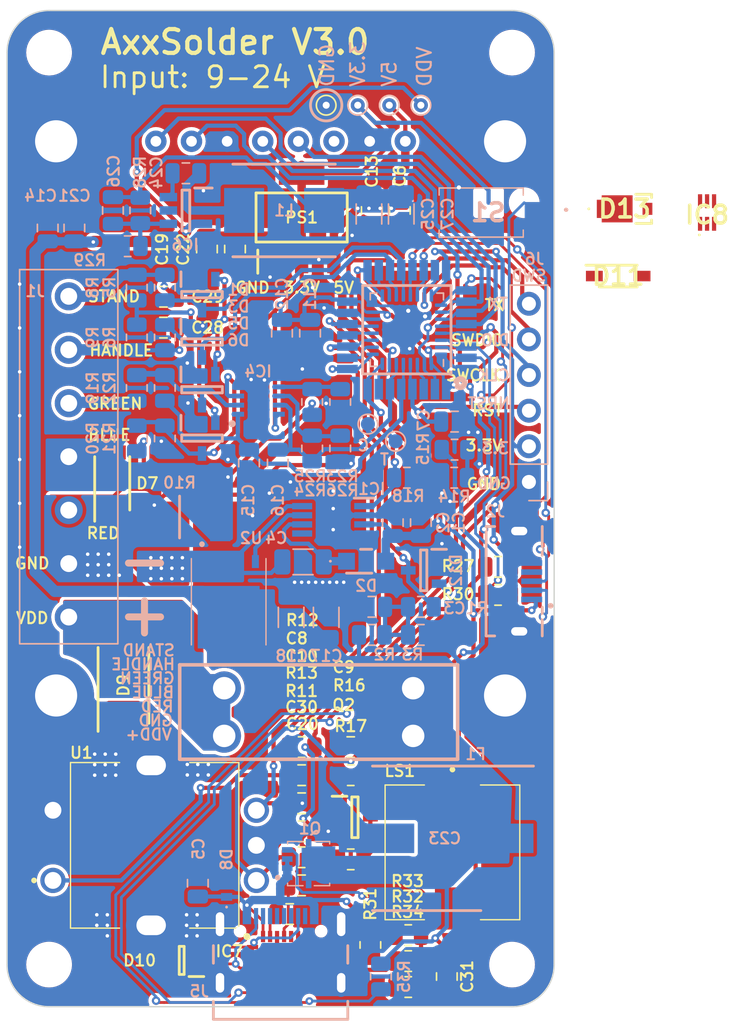
<source format=kicad_pcb>
(kicad_pcb (version 20221018) (generator pcbnew)
  (layers (0 "F.Cu" signal) (31 "B.Cu" signal) (34 "B.Paste" user) (35 "F.Paste" user) (36 "B.SilkS" user "B.Silkscreen") (37 "F.SilkS" user "F.Silkscreen") (38 "B.Mask" user) (39 "F.Mask" user) (44 "Edge.Cuts" user))
  (net 0 "")
  (net 1 "Net-(IC1-BOOST)")
  (net 2 "/Identification_inp")
  (net 3 "+3.3V")
  (net 4 "/ENC_B")
  (net 5 "/ENC_A")
  (net 6 "/ENC_Button")
  (net 7 "/SWCLK")
  (net 8 "/SWDIO")
  (net 9 "Net-(C3-Pad1)")
  (net 10 "+5V")
  (net 11 "/RED")
  (net 13 "Net-(D5-common)")
  (net 14 "Net-(Q2-Pad1)")
  (net 15 "/BLUE")
  (net 16 "/Stand_inp")
  (net 17 "/GREEN")
  (net 18 "/Handle_inp")
  (net 19 "/Busvoltage")
  (net 20 "Net-(D6-common)")
  (net 21 "Net-(J1-Pin_7)")
  (net 23 "Net-(IC1-TG)")
  (net 24 "/SPI_MOSI")
  (net 25 "/SPI_SCK")
  (net 26 "/Thermocouple_1")
  (net 27 "/SPI_DC")
  (net 28 "/SPI_RST")
  (net 29 "/MCU_TX")
  (net 30 "/Buzzer")
  (net 31 "/Stand_sense")
  (net 32 "GND")
  (net 33 "VDD")
  (net 34 "/Handle_sense")
  (net 35 "/Current_1")
  (net 36 "/Heater_1")
  (net 37 "/Thermocouple_2")
  (net 38 "/Current_2")
  (net 39 "Net-(IC4-+IN_B)")
  (net 40 "Net-(IC4--IN_B)")
  (net 42 "Net-(LS1--)")
  (net 43 "Net-(IC6-BOOT)")
  (net 44 "Net-(IC6-SW)")
  (net 45 "Net-(IC6-FB)")
  (net 46 "/NRST")
  (net 47 "/USB_D-")
  (net 48 "/USB_D+")
  (net 50 "/VBUS")
  (net 51 "Net-(D10-CATHODE_1)")
  (net 52 "Net-(D10-CATHODE_2)")
  (net 53 "/SCL")
  (net 54 "/SDA")
  (net 55 "Net-(IC7-VREG_2V7)")
  (net 56 "Net-(IC7-VREG_1V2)")
  (net 57 "Net-(C31-Pad1)")
  (net 59 "Net-(IC7-DISCH)")
  (net 63 "Net-(IC7-VBUS_EN_SNK)")
  (net 65 "Net-(IC7-VBUS_VS_DISCH)")
  (net 68 "/USB_PD_GATE")
  (net 75 "/HEATER_2")
  (net 76 "Net-(IC8-VBUS)")
  (net 77 "Net-(D13-A)")
  (net 78 "Net-(IC8-I{slash}O1_1)")
  (net 79 "Net-(IC8-I{slash}O2_1)")
  (footprint "PEC11L-4220F-S0015:PEC11L4220FS0015" (layer "F.Cu") (at 106.8 106.5 90)
    (fp_text reference "U1")
    (fp_text value "PEC11L-4220F-S0015" hide)
  )
  (footprint "Capacitor_SMD:C_0805_2012Metric" (layer "F.Cu") (at 121.5 99.5 180)
    (fp_text reference "C9")
    (fp_text value "100n")
  )
  (footprint "Capacitor_SMD:C_0805_2012Metric" (layer "F.Cu") (at 118 103.5)
    (fp_text reference "C10")
    (fp_text value "100n")
  )
  (footprint "Resistor_SMD:R_0805_2012Metric" (layer "F.Cu") (at 122.9 113.6 90)
    (fp_text reference "R31")
    (fp_text value "1k")
  )
  (footprint "MountingHole:MountingHole_3mm" (layer "F.Cu") (at 100 115)
    (fp_text reference "H2" hide)
    (fp_text value "MountingHole" hide)
  )
  (footprint "Capacitor_SMD:C_0805_2012Metric" (layer "F.Cu") (at 123 61.25 90)
    (fp_text reference "C13")
    (fp_text value "100n")
  )
  (footprint "MountingHole:MountingHole_3mm" (layer "F.Cu") (at 133 50)
    (fp_text reference "H3" hide)
    (fp_text value "MountingHole" hide)
  )
  (footprint "Resistor_SMD:R_0805_2012Metric" (layer "F.Cu") (at 125.6 112.9 180)
    (fp_text reference "R33")
    (fp_text value "100k")
  )
  (footprint "ESDA25W:SOT65P210X110-3N" (layer "F.Cu") (at 109.45 114.7 180)
    (fp_text reference "D10")
    (fp_text value "ESDA25W" hide)
  )
  (footprint "V7NM103-M3_I:V7NM103M3I" (layer "F.Cu") (at 141.02 61.135)
    (fp_text reference "D13")
    (fp_text value "V7NM103-M3_I" hide)
  )
  (footprint "Resistor_SMD:R_0805_2012Metric" (layer "F.Cu") (at 118 99.5 180)
    (fp_text reference "R12")
    (fp_text value "10k")
  )
  (footprint "Capacitor_SMD:C_0805_2012Metric" (layer "F.Cu") (at 125 61.25 90)
    (fp_text reference "C6")
    (fp_text value "10u")
  )
  (footprint "Capacitor_SMD:C_0805_2012Metric" (layer "F.Cu") (at 108.15 67.4 180)
    (fp_text reference "C29")
    (fp_text value "100n")
  )
  (footprint "2N7002NXAKR:SOT95P230X110-3N" (layer "F.Cu") (at 121.8 104.5)
    (fp_text reference "Q2")
    (fp_text value "2N7002NXAKR" hide)
  )
  (footprint "Capacitor_SMD:C_0805_2012Metric" (layer "F.Cu") (at 117.15 111.4)
    (fp_text reference "C20")
    (fp_text value "1u")
  )
  (footprint "Resistor_SMD:R_0805_2012Metric" (layer "F.Cu") (at 121.5 101.5 180)
    (fp_text reference "R16")
    (fp_text value "10k")
  )
  (footprint "Resistor_SMD:R_0805_2012Metric" (layer "F.Cu") (at 118 107.35)
    (fp_text reference "R11")
    (fp_text value "10k")
  )
  (footprint "CMI-9653S-SMT-TR:CMI9653SSMTTR" (layer "F.Cu") (at 128.75 106.75 -90)
    (fp_text reference "LS1")
    (fp_text value "CMI-9653S-SMT-TR" hide)
  )
  (footprint "Resistor_SMD:R_0805_2012Metric" (layer "F.Cu") (at 121.5 107.5)
    (fp_text reference "R17")
    (fp_text value "4k7")
  )
  (footprint "Capacitor_SMD:C_0805_2012Metric" (layer "F.Cu") (at 111.25 64 -90)
    (fp_text reference "C19")
    (fp_text value "10u")
  )
  (footprint "PMEG10030ELPX:SODFL4725X110N" (layer "F.Cu") (at 104.5 80.7 90)
    (fp_text reference "D7")
    (fp_text value "PMEG10030ELPX" hide)
  )
  (footprint "TestPoint:TestPoint_THTPad_D1.0mm_Drill0.5mm" (layer "F.Cu") (at 119.75 53.75)
    (fp_text reference "TP3" hide)
    (fp_text value "GND_TP")
  )
  (footprint "1N5819HW-7-F:SOD3716X145N" (layer "F.Cu") (at 140.565 65.925)
    (fp_text reference "D11")
    (fp_text value "1N5819HW-7-F" hide)
  )
  (footprint "Resistor_SMD:R_0805_2012Metric" (layer "F.Cu") (at 125.6 116.6 180)
    (fp_text reference "R34")
    (fp_text value "22k")
  )
  (footprint "LD1117AS33TR:SOT230P700X190-4N" (layer "F.Cu") (at 118 61.75 90)
    (fp_text reference "PS1")
    (fp_text value "LD1117AS33TR" hide)
  )
  (footprint "Capacitor_SMD:C_0805_2012Metric" (layer "F.Cu") (at 113.25 64 -90)
    (fp_text reference "C22")
    (fp_text value "100n")
  )
  (footprint "SMBJ24CA:DIOM5436X261N" (layer "F.Cu") (at 105.3 95.1 90)
    (fp_text reference "D9")
    (fp_text value "SMBJ24CA" hide)
  )
  (footprint "Resistor_SMD:R_0805_2012Metric" (layer "F.Cu") (at 118 105.5 180)
    (fp_text reference "R13")
    (fp_text value "10k")
  )
  (footprint "1_5inch-rgb-oled-module_asm-1110:1_5inch-rgb-oled-module_asm-1110" (layer "F.Cu") (at 116.5 56.32 180)
    (fp_text reference "D4" hide)
    (fp_text value "Waveshare 1.5inch OLED Module")
  )
  (footprint "Capacitor_SMD:C_0805_2012Metric" (layer "F.Cu") (at 118 109.35)
    (fp_text reference "C30")
    (fp_text value "1u")
  )
  (footprint "Resistor_SMD:R_0805_2012Metric" (layer "F.Cu") (at 125.6 114.75)
    (fp_text reference "R32")
    (fp_text value "22k")
  )
  (footprint "Capacitor_SMD:C_0805_2012Metric" (layer "F.Cu") (at 118 101.5)
    (fp_text reference "C8")
    (fp_text value "100n")
  )
  (footprint "Capacitor_SMD:C_0805_2012Metric" (layer "F.Cu") (at 128.35 115.85 90)
    (fp_text reference "C31")
    (fp_text value "100n")
  )
  (footprint "MountingHole:MountingHole_3mm" (layer "F.Cu") (at 100 50)
    (fp_text reference "H4" hide)
    (fp_text value "MountingHole" hide)
  )
  (footprint "Resistor_SMD:R_0805_2012Metric" (layer "F.Cu") (at 132 88.65)
    (fp_text reference "R30")
    (fp_text value "4k7")
  )
  (footprint "Capacitor_SMD:C_0805_2012Metric" (layer "F.Cu") (at 108.15 69.6 180)
    (fp_text reference "C28")
    (fp_text value "100n")
  )
  (footprint "USBLC6-2P6:USBLC62P6" (layer "F.Cu") (at 146.9 61.395)
    (fp_text reference "IC8")
    (fp_text value "USBLC6-2P6" hide)
  )
  (footprint "Resistor_SMD:R_0805_2012Metric" (layer "F.Cu") (at 132 86.65)
    (fp_text reference "R27")
    (fp_text value "4k7")
  )
  (footprint "STUSB4500QTR:QFN50P400X400X100-25N-D" (layer "F.Cu") (at 116.5 115)
    (fp_text reference "IC7")
    (fp_text value "STUSB4500QTR" hide)
  )
  (footprint "BAT54S,215:SOT95P230X110-3N" (layer "B.Cu") (at 110.9 70.625 -90)
    (fp_text reference "D3")
    (fp_text value "BAT54S" hide)
  )
  (footprint "691243310007:691243310007" (layer "B.Cu") (at 101.4 78.8 -90)
    (fp_text reference "J1")
    (fp_text value "Conn_01x07_Male")
  )
  (footprint "WSLP25122L500FEA:RESC6432X89N" (layer "B.Cu") (at 109.3 83.1 180)
    (fp_text reference "R10")
    (fp_text value "2m" hide)
  )
  (footprint "Resistor_SMD:R_0805_2012Metric" (layer "B.Cu") (at 106.5 61.25 -90)
    (fp_text reference "R28")
    (fp_text value "100k")
  )
  (footprint "Capacitor_SMD:C_0805_2012Metric" (layer "B.Cu") (at 126.5 83.5 90)
    (fp_text reference "C1")
    (fp_text value "10u")
  )
  (footprint "TestPoint:TestPoint_Pad_D1.0mm" (layer "B.Cu") (at 122.725 76.475 180)
    (fp_text reference "TP6" hide)
    (fp_text value "Current_TP" hide)
  )
  (footprint "BSC014N04LS:BSC014N04LS" (layer "B.Cu") (at 112.8 92.2125)
    (fp_text reference "U2")
    (fp_text value "BSC014N04LS")
  )
  (footprint "Resistor_SMD:R_0805_2012Metric" (layer "B.Cu") (at 108.25 70.3 -90)
    (fp_text reference "R6")
    (fp_text value "4k7")
  )
  (footprint "Resistor_SMD:R_0805_2012Metric" (layer "B.Cu") (at 108.25 77.5 -90)
    (fp_text reference "R21")
    (fp_text value "470k")
  )
  (footprint "Resistor_SMD:R_0805_2012Metric" (layer "B.Cu") (at 106.25 73.9 90)
    (fp_text reference "R19")
    (fp_text value "1k5")
  )
  (footprint "Capacitor_SMD:C_0805_2012Metric" (layer "B.Cu") (at 123 89.5 180)
    (fp_text reference "C3")
    (fp_text value "100n")
  )
  (footprint "OPA2333AIDRBR:SON65P300X300X100-9N-D" (layer "B.Cu") (at 114.925 74.8)
    (fp_text reference "IC4")
    (fp_text value "OPA2333AIDRBR" hide)
  )
  (footprint "ESDA25P35-1U1M:ESDA25P351U1M" (layer "B.Cu") (at 112.65 109.55 -90)
    (fp_text reference "D8")
    (fp_text value "ESDA25P35-1U1M" hide)
  )
  (footprint "SRP7028CC-100M:INDPM7366X300N" (layer "B.Cu") (at 116.75 61.25)
    (fp_text reference "L1")
    (fp_text value "SRP7028CC-100M" hide)
  )
  (footprint "USB3140-30-0230-1-C_REVE1:GCT_USB3140-30-0230-1-C_REVE1" (layer "B.Cu") (at 133.15 87.675 90)
    (fp_text reference "J2")
    (fp_text value "USB_B_Micro")
  )
  (footprint "Capacitor_SMD:C_1206_3216Metric" (layer "B.Cu") (at 119.75 90.25 90)
    (fp_text reference "C17")
    (fp_text value "22u/35V")
  )
  (footprint "Resistor_SMD:R_0805_2012Metric" (layer "B.Cu") (at 106.25 77.5 90)
    (fp_text reference "R20")
    (fp_text value "1k5")
  )
  (footprint "PTS636_SM43_SMTR_LFS:PTS636SM43SMTRLFS" (layer "B.Cu") (at 130.8 61.4 180)
    (fp_text reference "S1")
    (fp_text value "PTS636_SM43_SMTR_LFS" hide)
  )
  (footprint "Capacitor_SMD:C_0805_2012Metric" (layer "B.Cu") (at 99.9 62.5 -90)
    (fp_text reference "C14")
    (fp_text value "10u")
  )
  (footprint "Capacitor_SMD:C_0805_2012Metric" (layer "B.Cu") (at 116.3 79.25 -90)
    (fp_text reference "C16")
    (fp_text value "1n")
  )
  (footprint "Resistor_SMD:R_0805_2012Metric" (layer "B.Cu") (at 123 91.5)
    (fp_text reference "R2")
    (fp_text value "47k")
  )
  (footprint "Resistor_SMD:R_0805_2012Metric" (layer "B.Cu") (at 126.5 91.5)
    (fp_text reference "R3")
    (fp_text value "6k8")
  )
  (footprint "BAT54S,215:SOT95P230X110-3N" (layer "B.Cu") (at 126.7 86.9 180)
    (fp_text reference "D12")
    (fp_text value "BAT54S" hide)
  )
  (footprint "BAT54S,215:SOT95P230X110-3N" (layer "B.Cu") (at 110.9 67.25 -90)
    (fp_text reference "D1")
    (fp_text value "BAT54S" hide)
  )
  (footprint "Resistor_SMD:R_0805_2012Metric" (layer "B.Cu") (at 106.25 66.75 90)
    (fp_text reference "R8")
    (fp_text value "10k")
  )
  (footprint "Capacitor_SMD:C_1206_3216Metric" (layer "B.Cu") (at 117.25 90.25 90)
    (fp_text reference "C18")
    (fp_text value "22u/35V")
  )
  (footprint "Resistor_SMD:R_0805_2012Metric" (layer "B.Cu") (at 108.25 73.9 90)
    (fp_text reference "R22")
    (fp_text value "470k")
  )
  (footprint "Resistor_SMD:R_0805_2012Metric" (layer "B.Cu") (at 105.6 63.8 180)
    (fp_text reference "R29")
    (fp_text value "13k3")
  )
  (footprint "Resistor_SMD:R_0805_2012Metric" (layer "B.Cu") (at 128.875 80.3)
    (fp_text reference "R14")
    (fp_text value "10k")
  )
  (footprint "Resistor_SMD:R_0805_2012Metric" (layer "B.Cu") (at 120.75 78.2125 90)
    (fp_text reference "R26")
    (fp_text value "4k7")
  )
  (footprint "TestPoint:TestPoint_THTPad_D1.0mm_Drill0.5mm" (layer "B.Cu") (at 122 53.75 180)
    (fp_text reference "TP9" hide)
    (fp_text value "3.3V_TP" hide)
  )
  (footprint "Resistor_SMD:R_0805_2012Metric" (layer "B.Cu") (at 120.75 74.9 -90)
    (fp_text reference "R23")
    (fp_text value "220k")
  )
  (footprint "Resistor_SMD:R_0805_2012Metric" (layer "B.Cu") (at 108.25 66.75 90)
    (fp_text reference "R5")
    (fp_text value "4k7")
  )
  (footprint "Capacitor_SMD:C_0805_2012Metric" (layer "B.Cu") (at 118.6 70 -90)
    (fp_text reference "C11")
    (fp_text value "100n")
  )
  (footprint "Resistor_SMD:R_0805_2012Metric" (layer "B.Cu") (at 125.5 80.3)
    (fp_text reference "R18")
    (fp_text value "10k")
  )
  (footprint "TestPoint:TestPoint_Pad_D1.0mm" (layer "B.Cu") (at 124.7 77.7 180)
    (fp_text reference "TP5" hide)
    (fp_text value "Thermocouple_TP" hide)
  )
  (footprint "MountingHole:MountingHole_3mm" (layer "B.Cu") (at 133 115 180)
    (fp_text reference "H1" hide)
    (fp_text value "MountingHole" hide)
  )
  (footprint "Resistor_SMD:R_0805_2012Metric" (layer "B.Cu") (at 123.65 115.85 90)
    (fp_text reference "R35")
    (fp_text value "1k")
  )
  (footprint "Connector_PinSocket_2.54mm:PinSocket_1x06_P2.54mm_Vertical" (layer "B.Cu") (at 134.2 80.6)
    (fp_text reference "J6")
    (fp_text value "Conn_01x06_Socket")
  )
  (footprint "USB4105-GF-A:GCT_USB4105-GF-A-120" (layer "B.Cu") (at 116.5 116.3 180)
    (fp_text reference "J5")
    (fp_text value "USB4105-GF-A-120")
  )
  (footprint "TestPoint:TestPoint_THTPad_D1.0mm_Drill0.5mm" (layer "B.Cu") (at 124.25 53.75 180)
    (fp_text reference "TP7" hide)
    (fp_text value "5V_TP" hide)
  )
  (footprint "Capacitor_SMD:C_1206_3216Metric" (layer "B.Cu") (at 125.1 61.5 90)
    (fp_text reference "C27")
    (fp_text value "22u")
  )
  (footprint "TPS54302DDCR:SOT95P280X110-6N" (layer "B.Cu") (at 109.75 61.25 180)
    (fp_text reference "IC6")
    (fp_text value "TPS54302DDCR" hide)
  )
  (footprint "3557-2:3557-2" (layer "B.Cu") (at 119.215 97 180)
    (fp_text reference "F1")
    (fp_text value "10A Fuse" hide)
  )
  (footprint "PMEG6020ER,115:PMEG6020ER115" (layer "B.Cu") (at 122.6 86.25)
    (fp_text reference "D2")
    (fp_text value "PMEG6020ER" hide)
  )
  (footprint "BAT54S,215:SOT95P230X110-3N" (layer "B.Cu") (at 110.9 74.025 -90)
    (fp_text reference "D5")
    (fp_text value "BAT54S" hide)
  )
  (footprint "LTC4440AHMS8E-5#PBF:SOP65P490X110-9N" (layer "B.Cu") (at 120.25 83.3 180)
    (fp_text reference "IC1")
    (fp_text value "LTC4440AHMS8E-5#PBF" hide)
  )
  (footprint "Capacitor_SMD:C_1206_3216Metric" (layer "B.Cu") (at 118.1 86.3)
    (fp_text reference "C4")
    (fp_text value "22u/16V")
  )
  (footprint "Resistor_SMD:R_0805_2012Metric" (layer "B.Cu") (at 118.75 78.2125 -90)
    (fp_text reference "R24")
    (fp_text value "220k")
  )
  (footprint "Package_DFN_QFN:UFQFPN-32-1EP_5x5mm_P0.5mm_EP3.5x3.5mm" (layer "B.Cu") (at 125.5 69.75 90)
    (fp_text reference "IC5" hide)
    (fp_text value "STM32G431KBT6")
  )
  (footprint "Capacitor_SMD:C_0805_2012Metric" (layer "B.Cu") (at 110.6 109.2 -90)
    (fp_text reference "C5")
    (fp_text value "10u")
  )
  (footprint "Capacitor_SMD:C_0805_2012Metric" (layer "B.Cu") (at 128.9 76.3 180)
    (fp_text reference "C7")
    (fp_text value "100n")
  )
  (footprint "Resistor_SMD:R_0805_2012Metric" (layer "B.Cu") (at 106.25 70.3 -90)
    (fp_text reference "R9")
    (fp_text value "10k")
  )
  (footprint "Capacitor_SMD:C_1206_3216Metric" (layer "B.Cu") (at 122.8 61.5 90)
    (fp_text reference "C25")
    (fp_text value "22u")
  )
  (footprint "TestPoint:TestPoint_THTPad_D1.0mm_Drill0.5mm" (layer "B.Cu") (at 126.5 53.75 180)
    (fp_text reference "TP8" hide)
    (fp_text value "VDD_TP" hide)
  )
  (footprint "Capacitor_SMD:C_0805_2012Metric" (layer "B.Cu") (at 101.8 62.5 -90)
    (fp_text reference "C21")
    (fp_text value "100n")
  )
  (footprint "Resistor_SMD:R_0805_2012Metric" (layer "B.Cu") (at 128.9 78.3 180)
    (fp_text reference "R15")
    (fp_text value "220")
  )
  (footprint "Resistor_SMD:R_0805_2012Metric" (layer "B.Cu") (at 126.5 89.5)
    (fp_text reference "R1")
    (fp_text value "4k7")
  )
  (footprint "Resistor_SMD:R_0805_2012Metric" (layer "B.Cu") (at 118.75 74.9 -90)
    (fp_text reference "R25")
    (fp_text value "4k7")
  )
  (footprint "Capacitor_SMD:C_0805_2012Metric" (layer "B.Cu") (at 116.6 70 -90)
    (fp_text reference "C12")
    (fp_text value "10u")
  )
  (footprint "Capacitor_SMD:C_0805_2012Metric" (layer "B.Cu") (at 109.75 58.6)
    (fp_text reference "C24")
    (fp_text value "100n")
  )
  (footprint "STL9P3LLH6:STL20N6F7" (layer "B.Cu") (at 118.5 107.8 90)
    (fp_text reference "Q1")
    (fp_text value "STL9P3LLH6" hide)
  )
  (footprint "Capacitor_SMD:C_0805_2012Metric" (layer "B.Cu") (at 124.5 83.5 90)
    (fp_text reference "C2")
    (fp_text value "100n")
  )
  (footprint "EMZR500ARA331MJA0G:CAPAE1030X1050N" (layer "B.Cu") (at 128.2 106 180)
    (fp_text reference "C23")
    (fp_text value "330u" hide)
  )
  (footprint "BAT54S,215:SOT95P230X110-3N" (layer "B.Cu") (at 110.9 77.475 -90)
    (fp_text reference "D6")
    (fp_text value "BAT54S" hide)
  )
  (footprint "Capacitor_SMD:C_0805_2012Metric" (layer "B.Cu") (at 104.55 61.25 90)
    (fp_text reference "C26")
    (fp_text value "75p")
  )
  (footprint "Capacitor_SMD:C_0805_2012Metric" (layer "B.Cu") (at 114.25 79.25 -90)
    (fp_text reference "C15")
    (fp_text value "1n" hide)
  )
  (footprint "STM32G431KBT6:QFP80P900X900X160-32N" (layer "B.Cu") (at 125.5 69.75 90)
    (fp_text reference "IC2" hide)
    (fp_text value "STM32G431KBT6" hide)
  )
  (gr_circle (center 119.75 53.75) (end 120.868034 53.75) (stroke (width 0.2)) (fill none) (layer "B.SilkS"))
  (gr_line (start 122.2 87.1) (end 121.2 87.1) (stroke (width 0.2)) (layer "B.SilkS"))
  (gr_arc (start 133 47) (mid 135.12132 47.87868) (end 136 50) (stroke (width 0.1)) (layer "Edge.Cuts"))
  (gr_line (start 97 115) (end 97 50) (stroke (width 0.1)) (layer "Edge.Cuts"))
  (gr_arc (start 136 115) (mid 135.12132 117.12132) (end 133 118) (stroke (width 0.1)) (layer "Edge.Cuts"))
  (gr_line (start 133 118) (end 100 118) (stroke (width 0.1)) (layer "Edge.Cuts"))
  (gr_arc (start 100 118) (mid 97.87868 117.12132) (end 97 115) (stroke (width 0.1)) (layer "Edge.Cuts"))
  (gr_line (start 136 50) (end 136 115) (stroke (width 0.1)) (layer "Edge.Cuts"))
  (gr_arc (start 97 50) (mid 97.87868 47.87868) (end 100 47) (stroke (width 0.1)) (layer "Edge.Cuts"))
  (gr_line (start 100 47) (end 133 47) (stroke (width 0.1)) (layer "Edge.Cuts"))
  (gr_text "T" (at 123.9 79) (layer "B.SilkS") (effects (font (size 0.8 0.8)) (justify mirror)))
  (gr_text "NRST" (at 131.338729 75) (layer "B.SilkS") (effects (font (size 0.8 0.8)) (justify mirror)))
  (gr_text "-" (at 106.8 86.6 180) (layer "B.SilkS") (effects (font (size 3 3) (thickness 0.5) bold) (justify mirror)))
  (gr_text "TX" (at 132 67.9) (layer "B.SilkS") (effects (font (size 0.8 0.8)) (justify mirror)))
  (gr_text "VDD+" (at 107.1 98.6) (layer "B.SilkS") (effects (font (size 0.8 0.8)) (justify mirror)))
  (gr_text "BLUE" (at 107.4 95.6) (layer "B.SilkS") (effects (font (size 0.8 0.8)) (justify mirror)))
  (gr_text "CLK" (at 131.7 73) (layer "B.SilkS") (effects (font (size 0.8 0.8)) (justify mirror)))
  (gr_text "DIO" (at 131.8 70.5) (layer "B.SilkS") (effects (font (size 0.8 0.8)) (justify mirror)))
  (gr_text "VDD" (at 126.75 51 90) (layer "B.SilkS") (effects (font (size 1 1)) (justify mirror)))
  (gr_text "GREEN" (at 107 94.6) (layer "B.SilkS") (effects (font (size 0.8 0.8)) (justify mirror)))
  (gr_text "GND" (at 131.7 80.7) (layer "B.SilkS") (effects (font (size 0.8 0.8)) (justify mirror)))
  (gr_text "3.3V" (at 122 50.809524 90) (layer "B.SilkS") (effects (font (size 1 1)) (justify mirror)))
  (gr_text "3.3" (at 131.8 78.2) (layer "B.SilkS") (effects (font (size 0.8 0.8)) (justify mirror)))
  (gr_text "GND" (at 107.6 97.6) (layer "B.SilkS") (effects (font (size 0.8 0.8)) (justify mirror)))
  (gr_text "SWD" (at 134.2 65.9) (layer "B.SilkS") (effects (font (size 0.8 0.8)) (justify mirror)))
  (gr_text "GND" (at 119.799667 50.904762 90) (layer "B.SilkS") (effects (font (size 1 1)) (justify mirror)))
  (gr_text "HANDLE" (at 106.7 93.6) (layer "B.SilkS") (effects (font (size 0.8 0.8)) (justify mirror)))
  (gr_text "RED" (at 107.7 96.6) (layer "B.SilkS") (effects (font (size 0.8 0.8)) (justify mirror)))
  (gr_text "C" (at 122.4 78) (layer "B.SilkS") (effects (font (size 0.8 0.8)) (justify mirror)))
  (gr_text "+" (at 106.8 90) (layer "B.SilkS") (effects (font (size 3 3) (thickness 0.5) bold) (justify mirror)))
  (gr_text "5V" (at 124.25 51.523809 90) (layer "B.SilkS") (effects (font (size 1 1)) (justify mirror)))
  (gr_text "STAND" (at 107.1 92.6) (layer "B.SilkS") (effects (font (size 0.8 0.8)) (justify mirror)))
  (gr_text "AxxSolder V3.0" (at 103.5 49.25) (layer "F.SilkS") (effects (font (size 1.7 1.7) (thickness 0.3)) (justify left)))
  (gr_text "GND" (at 131 80.75) (layer "F.SilkS") (effects (font (size 0.8 0.8))))
  (gr_text "BLUE" (at 104.3 77.25) (layer "F.SilkS") (effects (font (size 0.8 0.8))))
  (gr_text "3.3V" (at 131 78) (layer "F.SilkS") (effects (font (size 0.8 0.8))))
  (gr_text "STAND\n" (at 104.625 67.375) (layer "F.SilkS") (effects (font (size 0.8 0.8))))
  (gr_text "3.3V" (at 118 66.75) (layer "F.SilkS") (effects (font (size 0.8 0.8))))
  (gr_text "SWCLK" (at 130.25 73) (layer "F.SilkS") (effects (font (size 0.8 0.8))))
  (gr_text "GREEN" (at 104.7 75.025) (layer "F.SilkS") (effects (font (size 0.8 0.8))))
  (gr_text "RED" (at 103.85 84.25) (layer "F.SilkS") (effects (font (size 0.8 0.8))))
  (gr_text "GND" (at 98.8 86.4) (layer "F.SilkS") (effects (font (size 0.8 0.8))))
  (gr_text "VDD" (at 98.8 90.3) (layer "F.SilkS") (effects (font (size 0.8 0.8))))
  (gr_text "SWDIO" (at 130.5 70.5) (layer "F.SilkS") (effects (font (size 0.8 0.8))))
  (gr_text "RST" (at 131.25 75.5) (layer "F.SilkS") (effects (font (size 0.8 0.8))))
  (gr_text "Input: 9-24 V" (at 103.5 51.75) (layer "F.SilkS") (effects (font (size 1.5 1.5) (thickness 0.2)) (justify left)))
  (gr_text "TX" (at 131.75 68) (layer "F.SilkS") (effects (font (size 0.8 0.8))))
  (gr_text "GND" (at 114.5 66.75) (layer "F.SilkS") (effects (font (size 0.8 0.8))))
  (gr_text "5V" (at 121 66.75) (layer "F.SilkS") (effects (font (size 0.8 0.8))))
  (gr_text "HANDLE" (at 105.15 71.225) (layer "F.SilkS") (effects (font (size 0.8 0.8))))
  (segment (start 120.95 86) (end 121.2 86.25) (width 0.3) (layer "B.Cu") (net 1))
  (segment (start 119.775 86.3) (end 118.475 85) (width 0.3) (layer "B.Cu") (net 1))
  (segment (start 117.125 83.625) (end 118.038 83.625) (width 0.3) (layer "B.Cu") (net 1))
  (segment (start 119.825 86.25) (end 119.775 86.3) (width 0.3) (layer "B.Cu") (net 1))
  (segment (start 121.2 86.25) (end 119.825 86.25) (width 0.6) (layer "B.Cu") (net 1))
  (segment (start 116.75 84.525) (end 116.75 84) (width 0.3) (layer "B.Cu") (net 1))
  (segment (start 117.225 85) (end 116.75 84.525) (width 0.3) (layer "B.Cu") (net 1))
  (segment (start 116.75 84) (end 117.125 83.625) (width 0.3) (layer "B.Cu") (net 1))
  (segment (start 118.475 85) (end 117.225 85) (width 0.3) (layer "B.Cu") (net 1))
  (segment (start 126.25 72.75) (end 126.7 73.2) (width 0.2) (layer "B.Cu") (net 2))
  (segment (start 126.7 73.2) (end 126.7 73.988) (width 0.2) (layer "B.Cu") (net 2))
  (segment (start 126.25 72.1875) (end 126.25 72.75) (width 0.2) (layer "B.Cu") (net 2))
  (segment (start 112 71.5) (end 112 69.515251) (width 0.3) (layer "F.Cu") (net 3))
  (segment (start 129.275 71.075) (end 129.35 71) (width 0.3) (layer "F.Cu") (net 3))
  (segment (start 118.9125 98.5875) (end 118.9125 99.5) (width 0.3) (layer "F.Cu") (net 3))
  (segment (start 112.5 66.25) (end 112.5 69.004575) (width 0.3) (layer "F.Cu") (net 3))
  (segment (start 118.25 99.5) (end 118.9125 99.5) (width 0.3) (layer "F.Cu") (net 3))
  (segment (start 118.9125 105.388533) (end 118.11383 104.589863) (width 0.3) (layer "F.Cu") (net 3))
  (segment (start 130.253831 83.746169) (end 129.5 84.5) (width 0.3) (layer "F.Cu") (net 3))
  (segment (start 110.639837 70.224502) (end 111.025498 70.224502) (width 0.3) (layer "F.Cu") (net 3))
  (segment (start 111.25 63.05) (end 113.25 63.05) (width 0.6) (layer "F.Cu") (net 3))
  (segment (start 128.829977 73.670023) (end 129.275 73.225) (width 0.3) (layer "F.Cu") (net 3))
  (segment (start 124.3995 68.6995) (end 124.104278 68.6995) (width 0.3) (layer "F.Cu") (net 3))
  (segment (start 110.6995 70.3005) (end 110.775498 70.224502) (width 0.3) (layer "F.Cu") (net 3))
  (segment (start 116.1 68.4) (end 116.5 68) (width 0.3) (layer "F.Cu") (net 3))
  (segment (start 115.490087 69.009913) (end 116.5 68) (width 0.3) (layer "F.Cu") (net 3))
  (segment (start 130.912721 71) (end 129.9 71) (width 0.3) (layer "F.Cu") (net 3))
  (segment (start 130.258406 83.746169) (end 130.253831 83.746169) (width 0.3) (layer "F.Cu") (net 3))
  (segment (start 118 106.4375) (end 118 106) (width 0.3) (layer "F.Cu") (net 3))
  (segment (start 129.275 73.225) (end 129.275 71.075) (width 0.3) (layer "F.Cu") (net 3))
  (segment (start 122.05 65.574) (end 122.05 66.45) (width 0.3) (layer "F.Cu") (net 3))
  (segment (start 129.35 71) (end 129.9 71) (width 0.3) (layer "F.Cu") (net 3))
  (segment (start 132.9125 88.65) (end 132.9125 86.65) (width 0.3) (layer "F.Cu") (net 3))
  (segment (start 122.217915 58.6) (end 118 58.6) (width 0.3) (layer "F.Cu") (net 3))
  (segment (start 111.275498 70.224502) (end 111.025498 70.224502) (width 0.3) (layer "F.Cu") (net 3))
  (segment (start 124.104278 68.504278) (end 124.104278 68.6995) (width 0.3) (layer "F.Cu") (net 3))
  (segment (start 128.829977 73.670023) (end 128.829977 73.570023) (width 0.3) (layer "F.Cu") (net 3))
  (segment (start 127.238608 71) (end 129.9 71) (width 0.3) (layer "F.Cu") (net 3))
  (segment (start 110.1005 68.5005) (end 110.1005 69.685165) (width 0.3) (layer "F.Cu") (net 3))
  (segment (start 124 56.817915) (end 122.217915 58.6) (width 0.3) (layer "F.Cu") (net 3))
  (segment (start 130.624522 83.375478) (end 130.624522 83.380053) (width 0.3) (layer "F.Cu") (net 3))
  (segment (start 127.031864 71.206744) (end 126.906744 71.206744) (width 0.3) (layer "F.Cu") (net 3))
  (segment (start 124 55.75) (end 124 56.817915) (width 0.3) (layer "F.Cu") (net 3))
  (segment (start 131.784314 82.215686) (end 130.624522 83.375478) (width 0.3) (layer "F.Cu") (net 3))
  (segment (start 111.799502 75.5) (end 110.6995 74.399998) (width 0.3) (layer "F.Cu") (net 3))
  (segment (start 118 58) (end 118 64.9) (width 0.6) (layer "F.Cu") (net 3))
  (segment (start 118 106) (end 118.5 105.5) (width 0.3) (layer "F.Cu") (net 3))
  (segment (start 118.9125 107.35) (end 118 106.4375) (width 0.3) (layer "F.Cu") (net 3))
  (segment (start 113.25 63.05) (end 118 63.05) (width 0.6) (layer "F.Cu") (net 3))
  (segment (start 131.25 70.662721) (end 131.2505 70.662221) (width 0.2) (layer "F.Cu") (net 3))
  (segment (start 116.1 76.729385) (end 116.1 68.4) (width 0.3) (layer "F.Cu") (net 3))
  (segment (start 129.5 87.4755) (end 128.4755 88.5) (width 0.3) (layer "F.Cu") (net 3))
  (segment (start 112.5 69.004575) (end 112.505338 69.009913) (width 0.3) (layer "F.Cu") (net 3))
  (segment (start 116.126283 76.755668) (end 116.1 76.729385) (width 0.3) (layer "F.Cu") (net 3))
  (segment (start 122 53.75) (end 124 55.75) (width 0.3) (layer "F.Cu") (net 3))
  (segment (start 118.9125 105.5) (end 118.9125 105.388533) (width 0.3) (layer "F.Cu") (net 3))
  (segment (start 131.797822 82.215686) (end 131.784314 82.215686) (width 0.3) (layer "F.Cu") (net 3))
  (segment (start 119 98.5) (end 118.9125 98.5875) (width 0.3) (layer "F.Cu") (net 3))
  (segment (start 126.906744 71.206744) (end 124.3995 68.6995) (width 0.3) (layer "F.Cu") (net 3))
  (segment (start 112 69.515251) (end 112.505338 69.009913) (width 0.3) (layer "F.Cu") (net 3))
  (segment (start 112.490087 69.009913) (end 111.275498 70.224502) (width 0.3) (layer "F.Cu") (net 3))
  (segment (start 110.1005 69.685165) (end 110.639837 70.224502) (width 0.3) (layer "F.Cu") (net 3))
  (segment (start 110.6995 74.399998) (end 110.6995 70.3005) (width 0.3) (layer "F.Cu") (net 3))
  (segment (start 118 66.5) (end 116.5 68) (width 0.3) (layer "F.Cu") (net 3))
  (segment (start 128.4755 88.5) (end 128.207106 88.5) (width 0.3) (layer "F.Cu") (net 3))
  (segment (start 112.505338 69.009913) (end 115.490087 69.009913) (width 0.3) (layer "F.Cu") (net 3))
  (segment (start 118.5 105.5) (end 118.9125 105.5) (width 0.3) (layer "F.Cu") (net 3))
  (segment (start 128.207106 88.5) (end 119 97.707106) (width 0.3) (layer "F.Cu") (net 3))
  (segment (start 118 64.9) (end 118 66.5) (width 0.3) (layer "F.Cu") (net 3))
  (segment (start 127.031864 71.206744) (end 127.238608 71) (width 0.3) (layer "F.Cu") (net 3))
  (segment (start 132.9125 85.928282) (end 132.9125 86.65) (width 0.3) (layer "F.Cu") (net 3))
  (segment (start 131.2505 70.662221) (end 130.912721 71) (width 0.3) (layer "F.Cu") (net 3))
  (segment (start 131.692109 84.707891) (end 132.9125 85.928282) (width 0.3) (layer "F.Cu") (net 3))
  (segment (start 112.505338 69.009913) (end 112.490087 69.009913) (width 0.3) (layer "F.Cu") (net 3))
  (segment (start 121.988 65.512) (end 122.05 65.574) (width 0.3) (layer "F.Cu") (net 3))
  (segment (start 129.5 84.5) (end 129.5 87.4755) (width 0.3) (layer "F.Cu") (net 3))
  (segment (start 110.775498 70.224502) (end 111.025498 70.224502) (width 0.3) (layer "F.Cu") (net 3))
  (segment (start 122.05 66.45) (end 124.104278 68.504278) (width 0.3) (layer "F.Cu") (net 3))
  (segment (start 119 97.707106) (end 119 98.5) (width 0.3) (layer "F.Cu") (net 3))
  (segment (start 130.624522 83.380053) (end 130.258406 83.746169) (width 0.3) (layer "F.Cu") (net 3))
  (via (at 116.5 68) (size 0.55) (drill 0.25) (layers "F.Cu" "B.Cu") (net 3))
  (via (at 128.829977 73.670023) (size 0.55) (drill 0.25) (layers "F.Cu" "B.Cu") (net 3))
  (via (at 112.5 66.25) (size 0.55) (drill 0.25) (layers "F.Cu" "B.Cu") (net 3))
  (via (at 110.1005 68.5005) (size 0.55) (drill 0.25) (layers "F.Cu" "B.Cu") (net 3))
  (via (at 131.692109 84.707891) (size 0.6) (drill 0.3) (layers "F.Cu" "B.Cu") (net 3))
  (via (at 118.11383 104.589863) (size 0.55) (drill 0.25) (layers "F.Cu" "B.Cu") (net 3))
  (via (at 127.031864 71.206744) (size 0.55) (drill 0.25) (layers "F.Cu" "B.Cu") (net 3))
  (via (at 116.126283 76.755668) (size 0.55) (drill 0.25) (layers "F.Cu" "B.Cu") (net 3))
  (via (at 128.4755 88.5) (size 0.55) (drill 0.25) (layers "F.Cu" "B.Cu") (net 3))
  (via (at 131.797822 82.215686) (size 0.6) (drill 0.3) (layers "F.Cu" "B.Cu") (net 3))
  (via (at 112 71.5) (size 0.55) (drill 0.25) (layers "F.Cu" "B.Cu") (net 3))
  (via (at 112.505338 69.009913) (size 0.55) (drill 0.25) (layers "F.Cu" "B.Cu") (net 3))
  (via (at 111.799502 75.5) (size 0.55) (drill 0.25) (layers "F.Cu" "B.Cu") (net 3))
  (via (at 124.104278 68.6995) (size 0.55) (drill 0.25) (layers "F.Cu" "B.Cu") (net 3))
  (via (at 118.25 99.5) (size 0.55) (drill 0.25) (layers "F.Cu" "B.Cu") (net 3))
  (via (at 121.988 65.512) (size 0.55) (drill 0.25) (layers "F.Cu" "B.Cu") (net 3))
  (via (at 131.2505 70.662221) (size 0.55) (drill 0.25) (layers "F.Cu" "B.Cu") (net 3))
  (segment (start 128.1 73.0375) (end 127.25 72.1875) (width 0.2) (layer "B.Cu") (net 3))
  (segment (start 127.8 87.85) (end 127.8255 87.85) (width 0.3) (layer "B.Cu") (net 3))
  (segment (start 111.85 72.925) (end 111.85 71.65) (width 0.3) (layer "B.Cu") (net 3))
  (segment (start 118.460161 104.25) (end 118.8 103.910161) (width 0.3) (layer "B.Cu") (net 3))
  (segment (start 128.1 73.8) (end 128.1 73.0375) (width 0.2) (layer "B.Cu") (net 3))
  (segment (start 127.2 71.37488) (end 127.2 72.1375) (width 0.2) (layer "B.Cu") (net 3))
  (segment (start 122.2995 67.8995) (end 122.15 67.75) (width 0.2) (layer "B.Cu") (net 3))
  (segment (start 123.75 67.3125) (end 122.7 66.2625) (width 0.2) (layer "B.Cu") (net 3))
  (segment (start 134.225 78.06) (end 133.26 78.06) (width 0.3) (layer "B.Cu") (net 3))
  (segment (start 122.15 67.75) (end 121.262 67.75) (width 0.2) (layer "B.Cu") (net 3))
  (segment (start 118.25 69.05) (end 119.2 69.05) (width 0.3) (layer "B.Cu") (net 3))
  (segment (start 133 77.8) (end 133 78.11) (width 0.3) (layer "B.Cu") (net 3))
  (segment (start 111.85 66.15) (end 112.4 66.15) (width 0.3) (layer "B.Cu") (net 3))
  (segment (start 116.5 69.05) (end 118.25 69.05) (width 0.3) (layer "B.Cu") (net 3))
  (segment (start 126.507106 55) (end 123.25 55) (width 0.3) (layer "B.Cu") (net 3))
  (segment (start 128.288 73.988) (end 128.1 73.8) (width 0.2) (layer "B.Cu") (net 3))
  (segment (start 123.0625 68.5) (end 122.6 68.5) (width 0.2) (layer "B.Cu") (net 3))
  (segment (start 112.365087 69.009913) (end 111.85 69.525) (width 0.3) (layer "B.Cu") (net 3))
  (segment (start 106.325 68.525) (end 106.25 68.45) (width 0.3) (layer "B.Cu") (net 3))
  (segment (start 112.4 66.15) (end 112.5 66.25) (width 0.3) (layer "B.Cu") (net 3))
  (segment (start 128.3 73.988) (end 128.288 73.988) (width 0.2) (layer "B.Cu") (net 3))
  (segment (start 121.988 65.512) (end 122.7 65.512) (width 0.3) (layer "B.Cu") (net 3))
  (segment (start 123.25 55) (end 122 53.75) (width 0.3) (layer "B.Cu") (net 3))
  (segment (start 111.85 71.65) (end 112 71.5) (width 0.3) (layer "B.Cu") (net 3))
  (segment (start 112.505338 69.009913) (end 112.365087 69.009913) (width 0.3) (layer "B.Cu") (net 3))
  (segment (start 127.8255 87.85) (end 128.4755 88.5) (width 0.3) (layer "B.Cu") (net 3))
  (segment (start 118.8 100.05) (end 118.25 99.5) (width 0.3) (layer "B.Cu") (net 3))
  (segment (start 121.262 67.75) (end 121.462 67.95) (width 0.2) (layer "B.Cu") (net 3))
  (segment (start 131.2505 70.662221) (end 131.762221 70.662221) (width 0.3) (layer "B.Cu") (net 3))
  (segment (start 106.25 68.45) (end 106.25 69.3375) (width 0.3) (layer "B.Cu") (net 3))
  (segment (start 123.904778 68.5) (end 123.0625 68.5) (width 0.2) (layer "B.Cu") (net 3))
  (segment (start 120.0245 67.45) (end 119.139888 67.45) (width 0.3) (layer "B.Cu") (net 3))
  (segment (start 133 80.802082) (end 133 78.11) (width 0.3) (layer "B.Cu") (net 3))
  (segment (start 118.8 103.910161) (end 118.8 100.05) (width 0.3) (layer "B.Cu") (net 3))
  (segment (start 133.26 78.06) (end 133 77.8) (width 0.3) (layer "B.Cu") (net 3))
  (segment (start 111.85 76.375) (end 111.85 75.550498) (width 0.3) (layer "B.Cu") (net 3))
  (segment (start 118.7005 67.4995) (end 118.2 68) (width 0.3) (layer "B.Cu") (net 3))
  (segment (start 131.325 59.817894) (end 126.507106 55) (width 0.3) (layer "B.Cu") (net 3))
  (segment (start 131.762221 70.662221) (end 133 71.9) (width 0.3) (layer "B.Cu") (net 3))
  (segment (start 121.262 67.75) (end 121.112 67.6) (width 0.3) (layer "B.Cu") (net 3))
  (segment (start 122.6 68.5) (end 122.2995 68.1995) (width 0.2) (layer "B.Cu") (net 3))
  (segment (start 116.126283 76.755668) (end 116.126283 75.998717) (width 0.3) (layer "B.Cu") (net 3))
  (segment (start 111.85 75.550498) (end 111.799502 75.5) (width 0.3) (layer "B.Cu") (net 3))
  (segment (start 131.325 60.7) (end 131.325 59.817894) (width 0.3) (layer "B.Cu") (net 3))
  (segment (start 119.090388 67.4995) (end 118.7005 67.4995) (width 0.3) (layer "B.Cu") (net 3))
  (segment (start 128.4755 88.5) (end 128.35 88.5) (width 0.3) (layer "B.Cu") (net 3))
  (segment (start 118.11383 104.589863) (end 118.453693 104.25) (width 0.3) (layer "B.Cu") (net 3))
  (segment (start 119.139888 67.45) (end 119.090388 67.4995) (width 0.3) (layer "B.Cu") (net 3))
  (segment (start 122.2995 68.1995) (end 122.2995 67.8995) (width 0.2) (layer "B.Cu") (net 3))
  (segment (start 118.2 68.65) (end 118.6 69.05) (width 0.3) (layer "B.Cu") (net 3))
  (segment (start 110.1005 68.5005) (end 110.076 68.525) (width 0.3) (layer "B.Cu") (net 3))
  (segment (start 123.7375 67.325) (end 123.75 67.3125) (width 0.2) (layer "B.Cu") (net 3))
  (segment (start 121.112 67.6) (end 120.1745 67.6) (width 0.3) (layer "B.Cu") (net 3))
  (segment (start 116.126283 75.998717) (end 116.35 75.775) (width 0.3) (layer "B.Cu") (net 3))
  (segment (start 127.2 72.1375) (end 127.25 72.1875) (width 0.2) (layer "B.Cu") (net 3))
  (segment (start 119.2 68.85) (end 119 69.05) (width 0.3) (layer "B.Cu") (net 3))
  (segment (start 116.5 69.05) (end 116.5 68) (width 0.3) (layer "B.Cu") (net 3))
  (segment (start 122.7 66.2625) (end 122.7 65.512) (width 0.2) (layer "B.Cu") (net 3))
  (segment (start 118.453693 104.25) (end 118.460161 104.25) (width 0.3) (layer "B.Cu") (net 3))
  (segment (start 128.3 73.988) (end 128.512 73.988) (width 0.2) (layer "B.Cu") (net 3))
  (segment (start 127.031864 71.206744) (end 127.2 71.37488) (width 0.2) (layer "B.Cu") (net 3))
  (segment (start 131.692109 84.707891) (end 131.692109 82.109973) (width 0.3) (layer "B.Cu") (net 3))
  (segment (start 118.2 68) (end 118.2 68.65) (width 0.3) (layer "B.Cu") (net 3))
  (segment (start 106.25 67.6625) (end 106.25 68.45) (width 0.3) (layer "B.Cu") (net 3))
  (segment (start 124.104278 68.6995) (end 123.904778 68.5) (width 0.2) (layer "B.Cu") (net 3))
  (segment (start 110.076 68.525) (end 106.325 68.525) (width 0.3) (layer "B.Cu") (net 3))
  (segment (start 116.126283 76.755668) (end 116.05 76.679385) (width 0.3) (layer "B.Cu") (net 3))
  (segment (start 128.512 73.988) (end 128.829977 73.670023) (width 0.2) (layer "B.Cu") (net 3))
  (segment (start 133 71.9) (end 133 78.11) (width 0.3) (layer "B.Cu") (net 3))
  (segment (start 120.1745 67.6) (end 120.0245 67.45) (width 0.3) (layer "B.Cu") (net 3))
  (segment (start 131.692109 82.109973) (end 133 80.802082) (width 0.3) (layer "B.Cu") (net 3))
  (segment (start 120.05703 71.0505) (end 121.343394 71.0505) (width 0.3) (layer "F.Cu") (net 4))
  (segment (start 122.45 99.55) (end 122.45 99.5) (width 0.3) (layer "F.Cu") (net 4))
  (segment (start 121.343394 71.0505) (end 122.5 72.207106) (width 0.3) (layer "F.Cu") (net 4))
  (segment (start 122.5 72.207106) (end 122.5 76.974874) (width 0.3) (layer "F.Cu") (net 4))
  (segment (start 123.5 91.792895) (end 117.3245 97.968394) (width 0.3) (layer "F.Cu") (net 4))
  (segment (start 117.3245 97.968394) (end 117.3245 98.1755) (width 0.3) (layer "F.Cu") (net 4))
  (segment (start 116.425 107.35) (end 114.775 109) (width 0.3) (layer "F.Cu") (net 4))
  (segment (start 121.5 100.5) (end 122.45 99.55) (width 0.3) (layer "F.Cu") (net 4))
  (segment (start 122.5 76.974874) (end 123.5 77.974873) (width 0.3) (layer "F.Cu") (net 4))
  (segment (start 117.0875 107.35) (end 116.425 107.35) (width 0.3) (layer "F.Cu") (net 4))
  (segment (start 123.5 77.974873) (end 123.5 91.792895) (width 0.3) (layer "F.Cu") (net 4))
  (via (at 121.5 100.5) (size 0.55) (drill 0.25) (layers "F.Cu" "B.Cu") (net 4))
  (via (at 120.05703 71.0505) (size 0.55) (drill 0.25) (layers "F.Cu" "B.Cu") (net 4))
  (via (at 117.3245 98.1755) (size 0.55) (drill 0.25) (layers "F.Cu" "B.Cu") (net 4))
  (segment (start 116.8245 98.1755) (end 117.3245 98.1755) (width 0.3) (layer "B.Cu") (net 4))
  (segment (start 114.775 109.275) (end 114.775 109) (width 0.3) (layer "B.Cu") (net 4))
  (segment (start 118.0255 98.1755) (end 117.3245 98.1755) (width 0.3) (layer "B.Cu") (net 4))
  (segment (start 121.5 100.5) (end 120.35 100.5) (width 0.3) (layer "B.Cu") (net 4))
  (segment (start 113.4 107.625) (end 114.775 109) (width 0.3) (layer "B.Cu") (net 4))
  (segment (start 121.95 70.95) (end 121.262 70.95) (width 0.2) (layer "B.Cu") (net 4))
  (segment (start 113.4 101.6) (end 113.4 107.625) (width 0.3) (layer "B.Cu") (net 4))
  (segment (start 123.0625 70.5) (end 122.4 70.5) (width 0.2) (layer "B.Cu") (net 4))
  (segment (start 120.15753 70.95) (end 121.262 70.95) (width 0.3) (layer "B.Cu") (net 4))
  (segment (start 120.35 100.5) (end 118.0255 98.1755) (width 0.3) (layer "B.Cu") (net 4))
  (segment (start 122.4 70.5) (end 121.95 70.95) (width 0.2) (layer "B.Cu") (net 4))
  (segment (start 113.4 101.6) (end 116.8245 98.1755) (width 0.3) (layer "B.Cu") (net 4))
  (segment (start 120.05703 71.0505) (end 120.15753 70.95) (width 0.3) (layer "B.Cu") (net 4))
  (segment (start 122 72.8) (end 121.752878 72.552878) (width 0.3) (layer "F.Cu") (net 5))
  (segment (start 116 98.580761) (end 117.055261 97.5255) (width 0.3) (layer "F.Cu") (net 5))
  (segment (start 115.275 103.5) (end 114.775 104) (width 0.3) (layer "F.Cu") (net 5))
  (segment (start 117.055261 97.5255) (end 117.060288 97.5255) (width 0.3) (layer "F.Cu") (net 5))
  (segment (start 117.060288 97.5255) (end 123 91.585788) (width 0.3) (layer "F.Cu") (net 5))
  (segment (start 123 78.2) (end 122 77.2) (width 0.3) (layer "F.Cu") (net 5))
  (segment (start 117.05 105.4625) (end 117.0875 105.5) (width 0.3) (layer "F.Cu") (net 5))
  (segment (start 122 77.2) (end 122 72.8) (width 0.3) (layer "F.Cu") (net 5))
  (segment (start 123 91.585788) (end 123 78.2) (width 0.3) (layer "F.Cu") (net 5))
  (segment (start 117.05 103.5) (end 115.275 103.5) (width 0.3) (layer "F.Cu") (net 5))
  (segment (start 116 100.8505) (end 116 98.580761) (width 0.3) (layer "F.Cu") (net 5))
  (segment (start 117.05 103.5) (end 117.05 105.4625) (width 0.3) (layer "F.Cu") (net 5))
  (segment (start 121.752878 72.552878) (end 120.198132 72.552878) (width 0.3) (layer "F.Cu") (net 5))
  (via (at 120.198132 72.552878) (size 0.55) (drill 0.25) (layers "F.Cu" "B.Cu") (net 5))
  (via (at 116 100.8505) (size 0.55) (drill 0.25) (layers "F.Cu" "B.Cu") (net 5))
  (segment (start 120.198132 72.552878) (end 120.20101 72.55) (width 0.3) (layer "B.Cu") (net 5))
  (segment (start 121.262 72.55) (end 122.0125 72.55) (width 0.2) (layer "B.Cu") (net 5))
  (segment (start 116 100.8505) (end 116 102.8) (width 0.3) (layer "B.Cu") (net 5))
  (segment (start 120.20101 72.55) (end 121.262 72.55) (width 0.3) (layer "B.Cu") (net 5))
  (segment (start 114.8 104) (end 114.775 104) (width 0.3) (layer "B.Cu") (net 5))
  (segment (start 116 102.8) (end 114.8 104) (width 0.3) (layer "B.Cu") (net 5))
  (segment (start 122.0125 72.55) (end 123.0625 71.5) (width 0.2) (layer "B.Cu") (net 5))
  (segment (start 117.0875 98.9255) (end 117.0875 99.5) (width 0.3) (layer "F.Cu") (net 6))
  (segment (start 118.0745 97.9255) (end 118.0745 98.486161) (width 0.3) (layer "F.Cu") (net 6))
  (segment (start 117.0875 99.5) (end 117.0875 101.4625) (width 0.3) (layer "F.Cu") (net 6))
  (segment (start 129 87) (end 118.0745 97.9255) (width 0.3) (layer "F.Cu") (net 6))
  (segment (start 110.8 102.4) (end 112.6 102.4) (width 0.3) (layer "F.Cu") (net 6))
  (segment (start 131.875 71.332106) (end 130 73.207106) (width 0.3) (layer "F.Cu") (net 6))
  (segment (start 131.472016 69.572016) (end 131.875 69.975) (width 0.3) (layer "F.Cu") (net 6))
  (segment (start 113.5 101.5) (end 117.05 101.5) (width 0.3) (layer "F.Cu") (net 6))
  (segment (start 131.875 69.975) (end 131.875 71.332106) (width 0.3) (layer "F.Cu") (net 6))
  (segment (start 131.1755 79.867264) (end 131.1755 80.931607) (width 0.3) (layer "F.Cu") (net 6))
  (segment (start 117.635161 98.9255) (end 117.0875 98.9255) (width 0.3) (layer "F.Cu") (net 6))
  (segment (start 129 83.107107) (end 129 87) (width 0.3) (layer "F.Cu") (net 6))
  (segment (start 130 73.207106) (end 130 73.8) (width 0.3) (layer "F.Cu") (net 6))
  (segment (start 117.0875 101.4625) (end 117.05 101.5) (width 0.3) (layer "F.Cu") (net 6))
  (segment (start 118.0745 98.486161) (end 117.635161 98.9255) (width 0.3) (layer "F.Cu") (net 6))
  (segment (start 112.6 102.4) (end 113.5 101.5) (width 0.3) (layer "F.Cu") (net 6))
  (segment (start 131.1755 80.931607) (end 129 83.107107) (width 0.3) (layer "F.Cu") (net 6))
  (via (at 110.8 102.4) (size 0.55) (drill 0.25) (layers "F.Cu" "B.Cu") (net 6))
  (via (at 130 73.8) (size 0.55) (drill 0.25) (layers "F.Cu" "B.Cu") (net 6))
  (via (at 131.472016 69.572016) (size 0.6) (drill 0.3) (layers "F.Cu" "B.Cu") (net 6))
  (via (at 131.1755 79.867264) (size 0.55) (drill 0.25) (layers "F.Cu" "B.Cu") (net 6))
  (segment (start 130.7 76.316116) (end 130.7 75.57647) (width 0.3) (layer "B.Cu") (net 6))
  (segment (start 130.7 75.57647) (end 130.1 74.97647) (width 0.3) (layer "B.Cu") (net 6))
  (segment (start 131.144032 69.9) (end 130.894032 69.9) (width 0.3) (layer "B.Cu") (net 6))
  (segment (start 127.9375 70) (end 129.588 70) (width 0.2) (layer "B.Cu") (net 6))
  (segment (start 131.3 76.916116) (end 130.7 76.316116) (width 0.3) (layer "B.Cu") (net 6))
  (segment (start 130.894032 69.9) (end 130.644032 70.15) (width 0.3) (layer "B.Cu") (net 6))
  (segment (start 110.8 103.352037) (end 105.152037 109) (width 0.3) (layer "B.Cu") (net 6))
  (segment (start 131.1755 79.867264) (end 131.3 79.742764) (width 0.3) (layer "B.Cu") (net 6))
  (segment (start 130.1 73.9) (end 130 73.8) (width 0.3) (layer "B.Cu") (net 6))
  (segment (start 110.8 102.4) (end 110.8 103.352037) (width 0.3) (layer "B.Cu") (net 6))
  (segment (start 131.472016 69.572016) (end 131.144032 69.9) (width 0.3) (layer "B.Cu") (net 6))
  (segment (start 129.588 70) (end 129.738 70.15) (width 0.2) (layer "B.Cu") (net 6))
  (segment (start 131.3 79.742764) (end 131.3 76.916116) (width 0.3) (layer "B.Cu") (net 6))
  (segment (start 130.644032 70.15) (end 129.738 70.15) (width 0.3) (layer "B.Cu") (net 6))
  (segment (start 105.152037 109) (end 100.275 109) (width 0.3) (layer "B.Cu") (net 6))
  (segment (start 130.1 74.97647) (end 130.1 73.9) (width 0.3) (layer "B.Cu") (net 6))
  (segment (start 131.856271 64.174998) (end 127.5 64.174998) (width 0.3) (layer "F.Cu") (net 7))
  (via (at 131.856271 64.174998) (size 0.55) (drill 0.25) (layers "F.Cu" "B.Cu") (net 7))
  (via (at 127.5 64.174998) (size 0.55) (drill 0.25) (layers "F.Cu" "B.Cu") (net 7))
  (segment (start 128.3 66.2625) (end 128.3 65.512) (width 0.2) (layer "B.Cu") (net 7))
  (segment (start 128.3 64.5745) (end 127.900498 64.174998) (width 0.3) (layer "B.Cu") (net 7))
  (segment (start 132.3255 64.8255) (end 132.3255 70.518394) (width 0.3) (layer "B.Cu") (net 7))
  (segment (start 131.856271 64.174998) (end 131.856271 64.356271) (width 0.3) (layer "B.Cu") (net 7))
  (segment (start 127.5 64.174998) (end 127.900498 64.174998) (width 0.3) (layer "B.Cu") (net 7))
  (segment (start 128.3 65.512) (end 128.3 64.5745) (width 0.3) (layer "B.Cu") (net 7))
  (segment (start 131.856271 64.356271) (end 132.3255 64.8255) (width 0.3) (layer "B.Cu") (net 7))
  (segment (start 132.3255 70.518394) (end 134.225 72.417894) (width 0.3) (layer "B.Cu") (net 7))
  (segment (start 134.225 72.417894) (end 134.225 72.98) (width 0.3) (layer "B.Cu") (net 7))
  (segment (start 127.25 67.3125) (end 128.3 66.2625) (width 0.2) (layer "B.Cu") (net 7))
  (segment (start 134.225 69.725) (end 134.225 70.44) (width 0.3) (layer "F.Cu") (net 8))
  (segment (start 131.26528 65.174998) (end 131.39028 65.299998) (width 0.3) (layer "F.Cu") (net 8))
  (segment (start 132.299998 65.299998) (end 132.9 65.9) (width 0.3) (layer "F.Cu") (net 8))
  (segment (start 126.75 68) (end 126.75 67.15) (width 0.3) (layer "F.Cu") (net 8))
  (segment (start 132.9 65.9) (end 132.9 68.4) (width 0.3) (layer "F.Cu") (net 8))
  (segment (start 132.9 68.4) (end 134.225 69.725) (width 0.3) (layer "F.Cu") (net 8))
  (segment (start 128.725002 65.174998) (end 131.26528 65.174998) (width 0.3) (layer "F.Cu") (net 8))
  (segment (start 126.75 67.15) (end 128.725002 65.174998) (width 0.3) (layer "F.Cu") (net 8))
  (segment (start 131.39028 65.299998) (end 132.299998 65.299998) (width 0.3) (layer "F.Cu") (net 8))
  (via (at 126.75 68) (size 0.55) (drill 0.25) (layers "F.Cu" "B.Cu") (net 8))
  (segment (start 126.75 68) (end 126.75 67.3125) (width 0.2) (layer "B.Cu") (net 8))
  (segment (start 127.5 66.3) (end 127.5 65.512) (width 0.2) (layer "B.Cu") (net 8))
  (segment (start 126.75 67.3125) (end 126.75 66.862348) (width 0.2) (layer "B.Cu") (net 8))
  (segment (start 127.225 66.575) (end 127.5 66.3) (width 0.2) (layer "B.Cu") (net 8))
  (segment (start 126.75 66.862348) (end 127.037348 66.575) (width 0.2) (layer "B.Cu") (net 8))
  (segment (start 127.037348 66.575) (end 127.225 66.575) (width 0.2) (layer "B.Cu") (net 8))
  (segment (start 123.95 89.5) (end 123.95 91.4625) (width 0.3) (layer "B.Cu") (net 9))
  (segment (start 125.5875 91.5) (end 125.5875 89.5) (width 0.3) (layer "B.Cu") (net 9))
  (segment (start 125.5875 89.5) (end 123.95 89.5) (width 0.3) (layer "B.Cu") (net 9))
  (segment (start 125.5875 91.5) (end 123.9125 91.5) (width 0.3) (layer "B.Cu") (net 9))
  (segment (start 128.75 111) (end 127.75 111) (width 0.6) (layer "F.Cu") (net 10))
  (segment (start 122 61.1) (end 120.3 62.8) (width 0.6) (layer "F.Cu") (net 10))
  (segment (start 125.39 56.32) (end 125.39 58.11) (width 0.6) (layer "F.Cu") (net 10))
  (segment (start 121.7875 108.7) (end 120.5875 107.5) (width 0.3) (layer "F.Cu") (net 10))
  (segment (start 125.39 58.11) (end 125 58.5) (width 0.6) (layer "F.Cu") (net 10))
  (segment (start 123.75 71.830762) (end 120.9 68.980762) (width 0.6) (layer "F.Cu") (net 10))
  (segment (start 130.5 89.75) (end 130.25 90) (width 0.3) (layer "F.Cu") (net 10))
  (segment (start 130.25 90) (end 130.25 92.95) (width 0.3) (layer "F.Cu") (net 10))
  (segment (start 129.2 99) (end 130.4 100.2) (width 0.3) (layer "F.Cu") (net 10))
  (segment (start 125 60.3) (end 124 60.3) (width 0.6) (layer "F.Cu") (net 10))
  (segment (start 125.39 56.32) (end 125.39 54.89) (width 0.3) (layer "F.Cu") (net 10))
  (segment (start 124 60.3) (end 123 60.3) (width 0.6) (layer "F.Cu") (net 10))
  (segment (start 124 60.7) (end 124 60.3) (width 0.6) (layer "F.Cu") (net 10))
  (segment (start 127.725 83.39197) (end 127.725 82.845719) (width 0.6) (layer "F.Cu") (net 10))
  (segment (start 122 61.1) (end 122.8 60.3) (width 0.6) (layer "F.Cu") (net 10))
  (segment (start 130.25 92.95) (end 129.2 94) (width 0.3) (layer "F.Cu") (net 10))
  (segment (start 124.4 60.9) (end 125 60.3) (width 0.6) (layer "F.Cu") (net 10))
  (segment (start 125.39 54.89) (end 124.25 53.75) (width 0.3) (layer "F.Cu") (net 10))
  (segment (start 122.9 61.1) (end 122.8 61) (width 0.3) (layer "F.Cu") (net 10))
  (segment (start 124.5 76.5) (end 124.5 75.235029) (width 0.6) (layer "F.Cu") (net 10))
  (segment (start 125 58.5) (end 125 60.3) (width 0.6) (layer "F.Cu") (net 10))
  (segment (start 129.2 94) (end 129.2 99) (width 0.3) (layer "F.Cu") (net 10))
  (segment (start 130.4 100.2) (end 130.4 109.35) (width 0.3) (layer "F.Cu") (net 10))
  (segment (start 126.7 78.7) (end 124.5 76.5) (width 0.6) (layer "F.Cu") (net 10))
  (segment (start 130.4 109.35) (end 128.75 111) (width 0.3) (layer "F.Cu") (net 10))
  (segment (start 127.725 83.39197) (end 127.725 83.075) (width 0.6) (layer "F.Cu") (net 10))
  (segment (start 123.6 61.1) (end 124 60.7) (width 0.6) (layer "F.Cu") (net 10))
  (segment (start 120.9 66.5) (end 120.3 65.9) (width 0.6) (layer "F.Cu") (net 10))
  (segment (start 126.7 81.820719) (end 126.7 78.7) (width 0.6) (layer "F.Cu") (net 10))
  (segment (start 127.725 82.845719) (end 126.7 81.820719) (width 0.6) (layer "F.Cu") (net 10))
  (segment (start 124.4 61.1) (end 124.4 60.9) (width 0.6) (layer "F.Cu") (net 10))
  (segment (start 122.8 60.5) (end 123 60.3) (width 0.6) (layer "F.Cu") (net 10))
  (segment (start 120.9 68.980762) (end 120.9 66.5) (width 0.6) (layer "F.Cu") (net 10))
  (segment (start 124.5 75.235029) (end 123.75 74.485029) (width 0.6) (layer "F.Cu") (net 10))
  (segment (start 122.8 61.1) (end 122.8 61) (width 0.6) (layer "F.Cu") (net 10))
  (segment (start 120.3 62.8) (end 120.3 64.9) (width 0.6) (layer "F.Cu") (net 10))
  (segment (start 122.8 61) (end 122.8 60.5) (width 0.6) (layer "F.Cu") (net 10))
  (segment (start 120.3 65.9) (end 120.3 64.9) (width 0.6) (layer "F.Cu") (net 10))
  (segment (start 127.75 111) (end 125.45 108.7) (width 0.3) (layer "F.Cu") (net 10))
  (segment (start 134.4 89.75) (end 130.5 89.75) (width 0.3) (layer "F.Cu") (net 10))
  (segment (start 123.6 61.1) (end 122.9 61.1) (width 0.6) (layer "F.Cu") (net 10))
  (segment (start 122.8 60.3) (end 123 60.3) (width 0.6) (layer "F.Cu") (net 10))
  (segment (start 125.45 108.7) (end 121.7875 108.7) (width 0.3) (layer "F.Cu") (net 10))
  (segment (start 123.75 74.485029) (end 123.75 71.830762) (width 0.6) (layer "F.Cu") (net 10))
  (via (at 123.6 61.1) (size 0.55) (drill 0.25) (layers "F.Cu" "B.Cu") (net 10))
  (via (at 134.4 89.75) (size 0.55) (drill 0.25) (layers "F.Cu" "B.Cu") (net 10))
  (via (at 124.4 61.1) (size 0.55) (drill 0.25) (layers "F.Cu" "B.Cu") (net 10))
  (via (at 130.25 90) (size 0.55) (drill 0.25) (layers "F.Cu" "B.Cu") (net 10))
  (via (at 122.8 61.1) (size 0.55) (drill 0.25) (layers "F.Cu" "B.Cu") (net 10))
  (via (at 127.725 83.39197) (size 0.55) (drill 0.25) (layers "F.Cu" "B.Cu") (net 10))
  (via (at 122 61.1) (size 0.55) (drill 0.25) (layers "F.Cu" "B.Cu") (net 10))
  (segment (start 124.4 60.725) (end 125.1 60.025) (width 0.6) (layer "B.Cu") (net 10))
  (segment (start 124.1 60.025) (end 122.8 60.025) (width 0.6) (layer "B.Cu") (net 10))
  (segment (start 106.5 60.3375) (end 106.5 59.32647) (width 0.3) (layer "B.Cu") (net 10))
  (segment (start 134.69 89.46) (end 134.4 89.75) (width 0.3) (layer "B.Cu") (net 10))
  (segment (start 106.5 59.32647) (end 108.355085 57.471385) (width 0.3) (layer "B.Cu") (net 10))
  (segment (start 122.8 60.025) (end 123.325 60.025) (width 0.6) (layer "B.Cu") (net 10))
  (segment (start 127.725 83.39197) (end 126.66697 84.45) (width 0.6) (layer "B.Cu") (net 10))
  (segment (start 121.9 60.025) (end 120.825 60.025) (width 0.6) (layer "B.Cu") (net 10))
  (segment (start 122.462 83.625) (end 123.875 83.625) (width 0.3) (layer "B.Cu") (net 10))
  (segment (start 104.55 60.3) (end 106.4625 60.3) (width 0.3) (layer "B.Cu") (net 10))
  (segment (start 114.036364 57.471385) (end 114.496979 57.932) (width 0.3) (layer "B.Cu") (net 10))
  (segment (start 124.5 84.45) (end 124.3 84.45) (width 0.6) (layer "B.Cu") (net 10))
  (segment (start 127.725 83.39197) (end 128.33303 84) (width 0.3) (layer "B.Cu") (net 10))
  (segment (start 115.427788 57.932) (end 118.745788 61.25) (width 0.3) (layer "B.Cu") (net 10))
  (segment (start 124.5 84.25) (end 124.5 84.45) (width 0.3) (layer "B.Cu") (net 10))
  (segment (start 126.66697 84.45) (end 126.25 84.45) (width 0.6) (layer "B.Cu") (net 10))
  (segment (start 130.25 85.5) (end 130.25 90) (width 0.3) (layer "B.Cu") (net 10))
  (segment (start 118.745788 61.25) (end 119.6 61.25) (width 0.3) (layer "B.Cu") (net 10))
  (segment (start 123.875 83.625) (end 124.5 84.25) (width 0.3) (layer "B.Cu") (net 10))
  (segment (start 123.6 61.1) (end 122.8 61.1) (width 0.6) (layer "B.Cu") (net 10))
  (segment (start 122 60.125) (end 121.9 60.025) (width 0.6) (layer "B.Cu") (net 10))
  (segment (start 120.825 60.025) (end 119.6 61.25) (width 0.6) (layer "B.Cu") (net 10))
  (segment (start 125.1 60.025) (end 124.1 60.025) (width 0.6) (layer "B.Cu") (net 10))
  (segment (start 124 84.75) (end 124 86.25) (width 0.6) (layer "B.Cu") (net 10))
  (segment (start 106.4625 60.3) (end 106.5 60.3375) (width 0.3) (layer "B.Cu") (net 10))
  (segment (start 122.8 61.1) (end 122 61.1) (width 0.6) (layer "B.Cu") (net 10))
  (segment (start 122.8 60.025) (end 121.9 60.025) (width 0.6) (layer "B.Cu") (net 10))
  (segment (start 114.496979 57.932) (end 115.427788 57.932) (width 0.3) (layer "B.Cu") (net 10))
  (segment (start 128.75 84) (end 130.25 85.5) (width 0.3) (layer "B.Cu") (net 10))
  (segment (start 126.5 84.45) (end 124.5 84.45) (width 0.6) (layer "B.Cu") (net 10))
  (segment (start 106.5 60.3375) (end 106.5 60.3) (width 0.3) (layer "B.Cu") (net 10))
  (segment (start 134.69 88.975) (end 134.69 89.46) (width 0.3) (layer "B.Cu") (net 10))
  (segment (start 122 61.1) (end 122 60.125) (width 0.6) (layer "B.Cu") (net 10))
  (segment (start 124.4 61.1) (end 123.6 61.1) (width 0.6) (layer "B.Cu") (net 10))
  (segment (start 108.355085 57.471385) (end 114.036364 57.471385) (width 0.3) (layer "B.Cu") (net 10))
  (segment (start 128.33303 84) (end 128.75 84) (width 0.3) (layer "B.Cu") (net 10))
  (segment (start 124.3 84.45) (end 124 84.75) (width 0.6) (layer "B.Cu") (net 10))
  (segment (start 124.4 61.1) (end 124.4 60.725) (width 0.6) (layer "B.Cu") (net 10))
  (segment (start 106.75 79.5) (end 103.75 82.5) (width 0.3) (layer "F.Cu") (net 11))
  (segment (start 103.75 82.56) (end 103.7 82.61) (width 0.3) (layer "F.Cu") (net 11))
  (segment (start 104.5 82.9) (end 101.69 82.9) (width 0.3) (layer "F.Cu") (net 11))
  (segment (start 103.7 82.61) (end 101.4 82.61) (width 0.3) (layer "F.Cu") (net 11))
  (segment (start 107.44 86.25) (end 108 86.25) (width 0.3) (layer "F.Cu") (net 11))
  (segment (start 103.75 82.56) (end 107.44 86.25) (width 0.3) (layer "F.Cu") (net 11))
  (segment (start 101.69 82.9) (end 101.4 82.61) (width 0.3) (layer "F.Cu") (net 11))
  (segment (start 106.75 77.6995) (end 106.75 79.5) (width 0.3) (layer "F.Cu") (net 11))
  (segment (start 103.75 82.5) (end 103.75 82.56) (width 0.3) (layer "F.Cu") (net 11))
  (via (at 109.5 87.5) (size 0.55) (drill 0.25) (layers "F.Cu" "B.Cu") (net 11))
  (via (at 108 86.75) (size 0.55) (drill 0.25) (layers "F.Cu" "B.Cu") (net 11))
  (via (at 109.5 86) (size 0.55) (drill 0.25) (layers "F.Cu" "B.Cu") (net 11))
  (via (at 108.75 86.75) (size 0.55) (drill 0.25) (layers "F.Cu" "B.Cu") (net 11))
  (via (at 108.75 86) (size 0.55) (drill 0.25) (layers "F.Cu" "B.Cu") (net 11))
  (via (at 108.75 87.5) (size 0.55) (drill 0.25) (layers "F.Cu" "B.Cu") (net 11))
  (via (at 108 86) (size 0.55) (drill 0.25) (layers "F.Cu" "B.Cu") (net 11))
  (via (at 109.5 86.75) (size 0.55) (drill 0.25) (layers "F.Cu" "B.Cu") (net 11))
  (via (at 107.25 86.75) (size 0.55) (drill 0.25) (layers "F.Cu" "B.Cu") (net 11))
  (via (at 106.75 77.6995) (size 0.55) (drill 0.25) (layers "F.Cu" "B.Cu") (net 11))
  (via (at 107.25 86) (size 0.55) (drill 0.25) (layers "F.Cu" "B.Cu") (net 11))
  (via (at 107.25 87.5) (size 0.55) (drill 0.25) (layers "F.Cu" "B.Cu") (net 11))
  (via (at 108 87.5) (size 0.55) (drill 0.25) (layers "F.Cu" "B.Cu") (net 11))
  (segment (start 112.385 86.385) (end 111.865 86.385) (width 0.3) (layer "B.Cu") (net 11))
  (segment (start 113.435 85.865) (end 116.975 82.325) (width 0.3) (layer "B.Cu") (net 11))
  (segment (start 116.625 86.3) (end 115.84 87.085) (width 0.3) (layer "B.Cu") (net 11))
  (segment (start 110.46 86.25) (end 110.595 86.385) (width 0.3) (layer "B.Cu") (net 11))
  (segment (start 113.81625 87.085) (end 113.435 86.70375) (width 0.3) (layer "B.Cu") (net 11))
  (segment (start 113.435 86.70375) (end 113.435 85.865) (width 0.3) (layer "B.Cu") (net 11))
  (segment (start 111.865 86.385) (end 110.595 86.385) (width 0.3) (layer "B.Cu") (net 11))
  (segment (start 113.135 86.385) (end 112.385 86.385) (width 0.3) (layer "B.Cu") (net 11))
  (segment (start 109.5 86.25) (end 110.46 86.25) (width 0.3) (layer "B.Cu") (net 11))
  (segment (start 116.975 82.325) (end 118.038 82.325) (width 0.3) (layer "B.Cu") (net 11))
  (segment (start 106.713 77.6995) (end 106.25 78.1625) (width 0.3) (layer "B.Cu") (net 11))
  (segment (start 115.84 87.085) (end 113.81625 87.085) (width 0.3) (layer "B.Cu") (net 11))
  (segment (start 106.75 77.6995) (end 106.713 77.6995) (width 0.3) (layer "B.Cu") (net 11))
  (segment (start 108.75 86.25) (end 109.5 86.25) (width 0.3) (layer "B.Cu") (net 11))
  (segment (start 113.15 75.125) (end 112.625 75.125) (width 0.3) (layer "B.Cu") (net 13))
  (segment (start 112.625 75.125) (end 111.5 74) (width 0.3) (layer "B.Cu") (net 13))
  (segment (start 106.3625 72.95) (end 106.25 72.8375) (width 0.3) (layer "B.Cu") (net 13))
  (segment (start 106.25 72.8375) (end 108.25 72.8375) (width 0.3) (layer "B.Cu") (net 13))
  (segment (start 111 74) (end 109.2625 74) (width 0.3) (layer "B.Cu") (net 13))
  (segment (start 111.5 74) (end 111 74) (width 0.3) (layer "B.Cu") (net 13))
  (segment (start 110.9 75.125) (end 110.9 74.1) (width 0.3) (layer "B.Cu") (net 13))
  (segment (start 110.9 74.1) (end 111 74) (width 0.3) (layer "B.Cu") (net 13))
  (segment (start 109.2625 74) (end 108.25 72.9875) (width 0.3) (layer "B.Cu") (net 13))
  (segment (start 108.25 72.95) (end 106.3625 72.95) (width 0.3) (layer "B.Cu") (net 13))
  (segment (start 128.6 93.681468) (end 128.6 99) (width 0.3) (layer "F.Cu") (net 14))
  (segment (start 126.1 101.5) (end 122.4125 101.5) (width 0.3) (layer "F.Cu") (net 14))
  (segment (start 122.4125 101.8375) (end 120.7 103.55) (width 0.3) (layer "F.Cu") (net 14))
  (segment (start 129.540734 92.740734) (end 128.6 93.681468) (width 0.3) (layer "F.Cu") (net 14))
  (segment (start 122.4125 101.5) (end 122.4125 101.8375) (width 0.3) (layer "F.Cu") (net 14))
  (segment (start 128.6 99) (end 126.1 101.5) (width 0.3) (layer "F.Cu") (net 14))
  (via (at 129.540734 92.740734) (size 0.55) (drill 0.25) (layers "F.Cu" "B.Cu") (net 14))
  (segment (start 128.925 79.2375) (end 128.925 80.99853) (width 0.3) (layer "B.Cu") (net 14))
  (segment (start 128.925 80.99853) (end 129.3755 81.44903) (width 0.3) (layer "B.Cu") (net 14))
  (segment (start 130.9 85.4) (end 130.9 92.1) (width 0.3) (layer "B.Cu") (net 14))
  (segment (start 127.9875 78.4875) (end 128 78.5) (width 0.3) (layer "B.Cu") (net 14))
  (segment (start 130.259266 92.740734) (end 129.540734 92.740734) (width 0.3) (layer "B.Cu") (net 14))
  (segment (start 127.9875 78.3) (end 128.925 79.2375) (width 0.3) (layer "B.Cu") (net 14))
  (segment (start 129.3755 81.44903) (end 129.3755 83.8755) (width 0.3) (layer "B.Cu") (net 14))
  (segment (start 130.9 92.1) (end 130.259266 92.740734) (width 0.3) (layer "B.Cu") (net 14))
  (segment (start 129.3755 83.8755) (end 130.9 85.4) (width 0.3) (layer "B.Cu") (net 14))
  (segment (start 115.494332 77.505668) (end 116.244332 77.505668) (width 0.3) (layer "F.Cu") (net 15))
  (segment (start 115.505668 77.505668) (end 116.244332 77.505668) (width 0.3) (layer "F.Cu") (net 15))
  (segment (start 101.7 78.5) (end 101.4 78.8) (width 0.6) (layer "F.Cu") (net 15))
  (segment (start 116.443832 77.505668) (end 116.244332 77.505668) (width 0.3) (layer "F.Cu") (net 15))
  (segment (start 118.75 75) (end 118.75 75.1995) (width 0.3) (layer "F.Cu") (net 15))
  (segment (start 101.65 78.55) (end 101.4 78.8) (width 0.3) (layer "F.Cu") (net 15))
  (segment (start 104.5 78.5) (end 101.7 78.5) (width 0.6) (layer "F.Cu") (net 15))
  (segment (start 118.75 75.1995) (end 116.443832 77.505668) (width 0.3) (layer "F.Cu") (net 15))
  (segment (start 112.75 80.25) (end 115.494332 77.505668) (width 0.3) (layer "F.Cu") (net 15))
  (via (at 112.75 80.25) (size 0.55) (drill 0.25) (layers "F.Cu" "B.Cu") (net 15))
  (via (at 118.75 75) (size 0.55) (drill 0.25) (layers "F.Cu" "B.Cu") (net 15))
  (segment (start 118.75 75.1625) (end 118.25 75.6625) (width 0.3) (layer "B.Cu") (net 15))
  (segment (start 112.2 80.8) (end 112.75 80.25) (width 0.3) (layer "B.Cu") (net 15))
  (segment (start 101.4 78.8) (end 103.8 78.8) (width 0.3) (layer "B.Cu") (net 15))
  (segment (start 110.5 80.25) (end 112.2 81.95) (width 0.3) (layer "B.Cu") (net 15))
  (segment (start 103.8 78.8) (end 105.25 80.25) (width 0.3) (layer "B.Cu") (net 15))
  (segment (start 112.2 83.1) (end 112.2 80.8) (width 0.3) (layer "B.Cu") (net 15))
  (segment (start 105.25 80.25) (end 110.5 80.25) (width 0.3) (layer "B.Cu") (net 15))
  (segment (start 118.75 75) (end 118.75 75.1625) (width 0.3) (layer "B.Cu") (net 15))
  (segment (start 112.2 81.95) (end 112.2 83.1) (width 0.3) (layer "B.Cu") (net 15))
  (segment (start 121.642893 63.9) (end 120.042894 65.5) (width 0.3) (layer "B.Cu") (net 16))
  (segment (start 121.642893 63.9) (end 124.2255 63.9) (width 0.3) (layer "B.Cu") (net 16))
  (segment (start 118 65.5) (end 116.75 66.75) (width 0.3) (layer "B.Cu") (net 16))
  (segment (start 125.25 67.3125) (end 125.25 65.662) (width 0.2) (layer "B.Cu") (net 16))
  (segment (start 112.532981 68.259913) (end 110.990087 68.259913) (width 0.3) (layer "B.Cu") (net 16))
  (segment (start 125.1 64.7745) (end 125.1 65.512) (width 0.3) (layer "B.Cu") (net 16))
  (segment (start 116.75 66.75) (end 114.042894 66.75) (width 0.3) (layer "B.Cu") (net 16))
  (segment (start 124.2255 63.9) (end 125.1 64.7745) (width 0.3) (layer "B.Cu") (net 16))
  (segment (start 125.25 65.662) (end 125.1 65.512) (width 0.2) (layer "B.Cu") (net 16))
  (segment (start 110.2125 67.6625) (end 110.9 68.35) (width 0.3) (layer "B.Cu") (net 16))
  (segment (start 108.25 67.6625) (end 110.2125 67.6625) (width 0.3) (layer "B.Cu") (net 16))
  (segment (start 114.042894 66.75) (end 112.532981 68.259913) (width 0.3) (layer "B.Cu") (net 16))
  (segment (start 120.042894 65.5) (end 118 65.5) (width 0.3) (layer "B.Cu") (net 16))
  (segment (start 110.990087 68.259913) (end 110.9 68.35) (width 0.3) (layer "B.Cu") (net 16))
  (segment (start 101.463306 74.926694) (end 101.45 74.94) (width 0.8) (layer "B.Cu") (net 17))
  (segment (start 106.25 74.6625) (end 106.25 74.8125) (width 0.3) (layer "B.Cu") (net 17))
  (segment (start 106.25 74.8125) (end 106.135806 74.926694) (width 0.8) (layer "B.Cu") (net 17))
  (segment (start 101.45 74.94) (end 101.4 74.99) (width 0.3) (layer "B.Cu") (net 17))
  (segment (start 106.135806 74.926694) (end 101.463306 74.926694) (width 0.8) (layer "B.Cu") (net 17))
  (segment (start 108.3875 69.3875) (end 109.85 70.85) (width 0.3) (layer "B.Cu") (net 18))
  (segment (start 108.25 69.3875) (end 108.3875 69.3875) (width 0.3) (layer "B.Cu") (net 18))
  (segment (start 124.3 64.779524) (end 124.3 65.512) (width 0.3) (layer "B.Cu") (net 18))
  (segment (start 117 67.25) (end 118.25 66) (width 0.3) (layer "B.Cu") (net 18))
  (segment (start 111.35 70.4) (end 112.5 70.4) (width 0.3) (layer "B.Cu") (net 18))
  (segment (start 124.3 66.346662) (end 124.3 65.512) (width 0.2) (layer "B.Cu") (net 18))
  (segment (start 118.25 66) (end 120.25 66) (width 0.3) (layer "B.Cu") (net 18))
  (segment (start 114.25 67.25) (end 117 67.25) (width 0.3) (layer "B.Cu") (net 18))
  (segment (start 124.75 66.796662) (end 124.3 66.346662) (width 0.2) (layer "B.Cu") (net 18))
  (segment (start 110.9 70.85) (end 111.35 70.4) (width 0.3) (layer "B.Cu") (net 18))
  (segment (start 124.75 67.3125) (end 124.75 66.796662) (width 0.2) (layer "B.Cu") (net 18))
  (segment (start 108.25 69.3375) (end 108.6125 69.7) (width 0.3) (layer "B.Cu") (net 18))
  (segment (start 112.5 70.4) (end 113.255338 69.644662) (width 0.3) (layer "B.Cu") (net 18))
  (segment (start 113.255338 69.644662) (end 113.255338 68.244662) (width 0.3) (layer "B.Cu") (net 18))
  (segment (start 120.25 66) (end 121.85 64.4) (width 0.3) (layer "B.Cu") (net 18))
  (segment (start 113.255338 68.244662) (end 114.25 67.25) (width 0.3) (layer "B.Cu") (net 18))
  (segment (start 110.9 71.725) (end 110.9 70.85) (width 0.3) (layer "B.Cu") (net 18))
  (segment (start 123.920476 64.4) (end 124.3 64.779524) (width 0.3) (layer "B.Cu") (net 18))
  (segment (start 121.85 64.4) (end 123.920476 64.4) (width 0.3) (layer "B.Cu") (net 18))
  (segment (start 109.85 70.85) (end 110.9 70.85) (width 0.3) (layer "B.Cu") (net 18))
  (segment (start 119.989481 69.120473) (end 120.120473 69.120473) (width 0.3) (layer "F.Cu") (net 19))
  (segment (start 120.120473 69.120473) (end 123 72) (width 0.3) (layer "F.Cu") (net 19))
  (segment (start 123 76.767767) (end 124 77.767767) (width 0.3) (layer "F.Cu") (net 19))
  (segment (start 124 84.75) (end 125.25 86) (width 0.3) (layer "F.Cu") (net 19))
  (segment (start 123 72) (end 123 76.767767) (width 0.3) (layer "F.Cu") (net 19))
  (segment (start 124 77.767767) (end 124 84.75) (width 0.3) (layer "F.Cu") (net 19))
  (via (at 119.989481 69.120473) (size 0.55) (drill 0.25) (layers "F.Cu" "B.Cu") (net 19))
  (via (at 125.25 86) (size 0.55) (drill 0.25) (layers "F.Cu" "B.Cu") (net 19))
  (segment (start 123.067227 69.504727) (end 123.0625 69.5) (width 0.2) (layer "B.Cu") (net 19))
  (segment (start 125.6 87.6875) (end 125.6 87) (width 0.3) (layer "B.Cu") (net 19))
  (segment (start 121.412 69.5) (end 121.262 69.35) (width 0.2) (layer "B.Cu") (net 19))
  (segment (start 120.219008 69.35) (end 119.989481 69.120473) (width 0.3) (layer "B.Cu") (net 19))
  (segment (start 127.4125 89.5) (end 125.6 87.6875) (width 0.3) (layer "B.Cu") (net 19))
  (segment (start 125.25 86) (end 125.6 86.35) (width 0.3) (layer "B.Cu") (net 19))
  (segment (start 125.6 86.35) (end 125.6 87) (width 0.3) (layer "B.Cu") (net 19))
  (segment (start 123.0625 69.5) (end 121.412 69.5) (width 0.2) (layer "B.Cu") (net 19))
  (segment (start 121.262 69.35) (end 120.219008 69.35) (width 0.3) (layer "B.Cu") (net 19))
  (segment (start 113.2 73.568049) (end 113.2 77.05) (width 0.3) (layer "F.Cu") (net 20))
  (segment (start 112.749501 73.11755) (end 113.2 73.568049) (width 0.3) (layer "F.Cu") (net 20))
  (segment (start 113.2 77.05) (end 111.75 78.5) (width 0.3) (layer "F.Cu") (net 20))
  (via (at 111.75 78.5) (size 0.55) (drill 0.25) (layers "F.Cu" "B.Cu") (net 20))
  (via (at 112.749501 73.11755) (size 0.55) (drill 0.25) (layers "F.Cu" "B.Cu") (net 20))
  (segment (start 111.675 78.575) (end 109.9875 78.575) (width 0.3) (layer "B.Cu") (net 20))
  (segment (start 112.675 73.192051) (end 112.675 74.35) (width 0.3) (layer "B.Cu") (net 20))
  (segment (start 108.25 76.8375) (end 108.25 76.5875) (width 0.3) (layer "B.Cu") (net 20))
  (segment (start 112.675 74.35) (end 112.8 74.475) (width 0.3) (layer "B.Cu") (net 20))
  (segment (start 111.75 78.5) (end 111.675 78.575) (width 0.3) (layer "B.Cu") (net 20))
  (segment (start 112.8 74.475) (end 113.15 74.475) (width 0.3) (layer "B.Cu") (net 20))
  (segment (start 109.9875 78.575) (end 108.25 76.8375) (width 0.3) (layer "B.Cu") (net 20))
  (segment (start 106.25 76.3375) (end 108.25 76.3375) (width 0.3) (layer "B.Cu") (net 20))
  (segment (start 112.749501 73.11755) (end 112.675 73.192051) (width 0.3) (layer "B.Cu") (net 20))
  (segment (start 101.4 90.23) (end 102.63 90.23) (width 0.6) (layer "F.Cu") (net 21))
  (segment (start 101.45 90.18) (end 101.4 90.23) (width 0.6) (layer "F.Cu") (net 21))
  (segment (start 112.48 95.3) (end 107.7 95.3) (width 0.6) (layer "F.Cu") (net 21))
  (segment (start 102.63 90.23) (end 105.3 92.9) (width 0.6) (layer "F.Cu") (net 21))
  (segment (start 107.7 95.3) (end 105.3 92.9) (width 0.6) (layer "F.Cu") (net 21))
  (segment (start 112.765 98.7) (end 112.765 95.3) (width 0.3) (layer "B.Cu") (net 21))
  (segment (start 117.032106 82.975) (end 114.7 85.307106) (width 0.3) (layer "B.Cu") (net 23))
  (segment (start 114.7 86.307106) (end 114.622106 86.385) (width 0.3) (layer "B.Cu") (net 23))
  (segment (start 118.038 82.975) (end 117.032106 82.975) (width 0.3) (layer "B.Cu") (net 23))
  (segment (start 114.7 85.307106) (end 114.7 86.307106) (width 0.3) (layer "B.Cu") (net 23))
  (segment (start 118.882 57.432) (end 117.77 56.32) (width 0.3) (layer "B.Cu") (net 24))
  (segment (start 126.492636 57.431999) (end 118.882 57.432) (width 0.3) (layer "B.Cu") (net 24))
  (segment (start 129.738 69.35) (end 130.7755 69.35) (width 0.3) (layer "B.Cu") (net 24))
  (segment (start 131.8255 68.3) (end 131.8255 65.068394) (width 0.3) (layer "B.Cu") (net 24))
  (segment (start 128.5 61.742894) (end 128.5 59.439363) (width 0.3) (layer "B.Cu") (net 24))
  (segment (start 127.9375 69.5) (end 129.588 69.5) (width 0.2) (layer "B.Cu") (net 24))
  (segment (start 130.7755 69.35) (end 131.8255 68.3) (width 0.3) (layer "B.Cu") (net 24))
  (segment (start 131.8255 65.068394) (end 128.5 61.742894) (width 0.3) (layer "B.Cu") (net 24))
  (segment (start 129.588 69.5) (end 129.738 69.35) (width 0.2) (layer "B.Cu") (net 24))
  (segment (start 128.5 59.439363) (end 126.492636 57.431999) (width 0.3) (layer "B.Cu") (net 24))
  (segment (start 130.8255 65.482606) (end 127.5 62.157106) (width 0.3) (layer "B.Cu") (net 25))
  (segment (start 130.8255 67.7) (end 130.8255 65.482606) (width 0.3) (layer "B.Cu") (net 25))
  (segment (start 128.675 68.325) (end 128.5 68.5) (width 0.2) (layer "B.Cu") (net 25))
  (segment (start 126.078424 58.432) (end 117.342 58.432) (width 0.3) (layer "B.Cu") (net 25))
  (segment (start 127.5 62.157106) (end 127.5 59.853575) (width 0.3) (layer "B.Cu") (net 25))
  (segment (start 129.738 67.75) (end 130.7755 67.75) (width 0.3) (layer "B.Cu") (net 25))
  (segment (start 128.675 67.8755) (end 128.675 68.325) (width 0.2) (layer "B.Cu") (net 25))
  (segment (start 128.8005 67.75) (end 128.675 67.8755) (width 0.2) (layer "B.Cu") (net 25))
  (segment (start 129.738 67.75) (end 128.8005 67.75) (width 0.2) (layer "B.Cu") (net 25))
  (segment (start 117.342 58.432) (end 115.23 56.32) (width 0.3) (layer "B.Cu") (net 25))
  (segment (start 127.5 59.853575) (end 126.078424 58.432) (width 0.3) (layer "B.Cu") (net 25))
  (segment (start 128.5 68.5) (end 127.9375 68.5) (width 0.2) (layer "B.Cu") (net 25))
  (segment (start 130.7755 67.75) (end 130.8255 67.7) (width 0.3) (layer "B.Cu") (net 25))
  (segment (start 108.25 74.8125) (end 109.3 75.8625) (width 0.3) (layer "B.Cu") (net 26))
  (segment (start 125.1 76.1) (end 125.1 73.988) (width 0.3) (layer "B.Cu") (net 26))
  (segment (start 113.45 77.5) (end 114.25 78.3) (width 0.3) (layer "B.Cu") (net 26))
  (segment (start 125.25 72.1875) (end 125.25 73.838) (width 0.2) (layer "B.Cu") (net 26))
  (segment (start 109.3 75.8625) (end 109.3 77.05) (width 0.3) (layer "B.Cu") (net 26))
  (segment (start 113.45 75.775) (end 113.45 77.5) (width 0.3) (layer "B.Cu") (net 26))
  (segment (start 113.456761 77.506761) (end 114.25 78.3) (width 0.3) (layer "B.Cu") (net 26))
  (segment (start 124.1 77.1) (end 124.7 77.7) (width 0.3) (layer "B.Cu") (net 26))
  (segment (start 109.75 77.5) (end 113.456761 77.5) (width 0.3) (layer "B.Cu") (net 26))
  (segment (start 113.5 77.525) (end 113.5 77.55) (width 0.3) (layer "B.Cu") (net 26))
  (segment (start 113.5 77.55) (end 114.25 78.3) (width 0.3) (layer "B.Cu") (net 26))
  (segment (start 117.1 79.3) (end 117.9 80.1) (width 0.3) (layer "B.Cu") (net 26))
  (segment (start 121.631739 80.1) (end 122.176273 79.555466) (width 0.3) (layer "B.Cu") (net 26))
  (segment (start 125.25 73.838) (end 125.1 73.988) (width 0.2) (layer "B.Cu") (net 26))
  (segment (start 113.456761 77.5) (end 113.456761 77.506761) (width 0.3) (layer "B.Cu") (net 26))
  (segment (start 115.25 79.3) (end 117.1 79.3) (width 0.3) (layer "B.Cu") (net 26))
  (segment (start 113.45 75.775) (end 113.15 75.775) (width 0.3) (layer "B.Cu") (net 26))
  (segment (start 117.9 80.1) (end 121.631739 80.1) (width 0.3) (layer "B.Cu") (net 26))
  (segment (start 122.176273 79.555466) (end 122.176273 79.023727) (width 0.3) (layer "B.Cu") (net 26))
  (segment (start 109.3 77.05) (end 109.75 77.5) (width 0.3) (layer "B.Cu") (net 26))
  (segment (start 114.25 78.3) (end 115.25 79.3) (width 0.3) (layer "B.Cu") (net 26))
  (segment (start 122.176273 79.023727) (end 125.1 76.1) (width 0.3) (layer "B.Cu") (net 26))
  (segment (start 127 69.6) (end 129.109016 67.490984) (width 0.3) (layer "F.Cu") (net 27))
  (segment (start 129.109016 67.490984) (end 129.109016 65.824498) (width 0.3) (layer "F.Cu") (net 27))
  (via (at 127 69.6) (size 0.6) (drill 0.3) (layers "F.Cu" "B.Cu") (net 27))
  (via (at 129.109016 65.824498) (size 0.6) (drill 0.3) (layers "F.Cu" "B.Cu") (net 27))
  (segment (start 126.75 71.737346) (end 126.75 72.1875) (width 0.2) (layer "B.Cu") (net 27))
  (segment (start 111.262 55.208) (end 110.15 56.32) (width 0.3) (layer "B.Cu") (net 27))
  (segment (start 129.109016 64.509016) (end 127 62.4) (width 0.3) (layer "B.Cu") (net 27))
  (segment (start 127 60.060682) (end 125.871318 58.932) (width 0.3) (layer "B.Cu") (net 27))
  (segment (start 127 70.425465) (end 126.4 71.025465) (width 0.2) (layer "B.Cu") (net 27))
  (segment (start 126.75 72.1875) (end 126.75 72.65) (width 0.2) (layer "B.Cu") (net 27))
  (segment (start 127.5 73.1) (end 127.5 73.988) (width 0.2) (layer "B.Cu") (net 27))
  (segment (start 114.704085 57.432) (end 113.9 56.627915) (width 0.3) (layer "B.Cu") (net 27))
  (segment (start 127 69.6) (end 127 70.425465) (width 0.2) (layer "B.Cu") (net 27))
  (segment (start 117.134894 58.932) (end 115.634894 57.432) (width 0.3) (layer "B.Cu") (net 27))
  (segment (start 129.109016 65.824498) (end 129.109016 64.509016) (width 0.3) (layer "B.Cu") (net 27))
  (segment (start 125.871318 58.932) (end 117.134894 58.932) (width 0.3) (layer "B.Cu") (net 27))
  (segment (start 126.4 71.025465) (end 126.4 71.387346) (width 0.2) (layer "B.Cu") (net 27))
  (segment (start 127.3505 72.9505) (end 127.5 73.1) (width 0.2) (layer "B.Cu") (net 27))
  (segment (start 126.4 71.387346) (end 126.75 71.737346) (width 0.2) (layer "B.Cu") (net 27))
  (segment (start 113.308 55.208) (end 111.262 55.208) (width 0.3) (layer "B.Cu") (net 27))
  (segment (start 127 62.4) (end 127 60.060682) (width 0.3) (layer "B.Cu") (net 27))
  (segment (start 127.0505 72.9505) (end 127.3505 72.9505) (width 0.2) (layer "B.Cu") (net 27))
  (segment (start 113.9 55.8) (end 113.308 55.208) (width 0.3) (layer "B.Cu") (net 27))
  (segment (start 115.634894 57.432) (end 114.704085 57.432) (width 0.3) (layer "B.Cu") (net 27))
  (segment (start 126.75 72.65) (end 127.0505 72.9505) (width 0.2) (layer "B.Cu") (net 27))
  (segment (start 113.9 56.627915) (end 113.9 55.8) (width 0.3) (layer "B.Cu") (net 27))
  (segment (start 116.5 55.75) (end 115.45 54.7) (width 0.3) (layer "B.Cu") (net 28))
  (segment (start 129.888 68.4) (end 130.832606 68.4) (width 0.3) (layer "B.Cu") (net 28))
  (segment (start 131.3255 67.907106) (end 131.3255 65.2755) (width 0.3) (layer "B.Cu") (net 28))
  (segment (start 109.23 54.7) (end 107.61 56.32) (width 0.3) (layer "B.Cu") (net 28))
  (segment (start 128 61.95) (end 128 59.646468) (width 0.3) (layer "B.Cu") (net 28))
  (segment (start 129.738 68.55) (end 129.888 68.4) (width 0.3) (layer "B.Cu") (net 28))
  (segment (start 116.5 56.8) (end 116.5 55.75) (width 0.3) (layer "B.Cu") (net 28))
  (segment (start 117.632 57.932) (end 116.5 56.8) (width 0.3) (layer "B.Cu") (net 28))
  (segment (start 115.45 54.7) (end 109.23 54.7) (width 0.3) (layer "B.Cu") (net 28))
  (segment (start 128.565686 69) (end 127.9375 69) (width 0.2) (layer "B.Cu") (net 28))
  (segment (start 128 59.646468) (end 126.28553 57.931999) (width 0.3) (layer "B.Cu") (net 28))
  (segment (start 130.832606 68.4) (end 131.3255 67.907106) (width 0.3) (layer "B.Cu") (net 28))
  (segment (start 131.3255 65.2755) (end 128 61.95) (width 0.3) (layer "B.Cu") (net 28))
  (segment (start 129.738 68.55) (end 129.015686 68.55) (width 0.2) (layer "B.Cu") (net 28))
  (segment (start 126.28553 57.931999) (end 117.632 57.932) (width 0.3) (layer "B.Cu") (net 28))
  (segment (start 129.015686 68.55) (end 128.565686 69) (width 0.2) (layer "B.Cu") (net 28))
  (segment (start 121.55 65.993239) (end 121.55 68.711524) (width 0.3) (layer "F.Cu") (net 29))
  (segment (start 124.2 64.8) (end 121.639339 64.8) (width 0.3) (layer "F.Cu") (net 29))
  (segment (start 132.599998 64.799998) (end 131.597387 64.799998) (width 0.3) (layer "F.Cu") (net 29))
  (segment (start 133.725 65.925) (end 132.599998 64.799998) (width 0.3) (layer "F.Cu") (net 29))
  (segment (start 121.639339 64.8) (end 121.338 65.101339) (width 0.3) (layer "F.Cu") (net 29))
  (segment (start 131.597387 64.799998) (end 131.472387 64.674998) (width 0.3) (layer "F.Cu") (net 29))
  (segment (start 124.55 65.15) (end 124.2 64.8) (width 0.3) (layer "F.Cu") (net 29))
  (segment (start 121.338 65.101339) (end 121.338 65.781239) (width 0.3) (layer "F.Cu") (net 29))
  (segment (start 121.338 65.781239) (end 121.55 65.993239) (width 0.3) (layer "F.Cu") (net 29))
  (segment (start 127.408882 65.15) (end 124.55 65.15) (width 0.3) (layer "F.Cu") (net 29))
  (segment (start 121.55 68.711524) (end 124.068567 71.230091) (width 0.3) (layer "F.Cu") (net 29))
  (segment (start 133.725 67.9) (end 133.725 65.925) (width 0.3) (layer "F.Cu") (net 29))
  (segment (start 124.068567 71.230091) (end 124.4995 71.230091) (width 0.3) (layer "F.Cu") (net 29))
  (segment (start 127.883884 64.674998) (end 127.408882 65.15) (width 0.3) (layer "F.Cu") (net 29))
  (segment (start 131.472387 64.674998) (end 127.883884 64.674998) (width 0.3) (layer "F.Cu") (net 29))
  (via (at 124.4995 71.230091) (size 0.55) (drill 0.25) (layers "F.Cu" "B.Cu") (net 29))
  (segment (start 124.25 72.1875) (end 124.25 71.479591) (width 0.2) (layer "B.Cu") (net 29))
  (segment (start 124.0495 72.9505) (end 124.25 72.75) (width 0.2) (layer "B.Cu") (net 29))
  (segment (start 123.5 73.988) (end 123.5 73.0505) (width 0.2) (layer "B.Cu") (net 29))
  (segment (start 123.5 73.0505) (end 123.6 72.9505) (width 0.2) (layer "B.Cu") (net 29))
  (segment (start 124.25 71.479591) (end 124.4995 71.230091) (width 0.2) (layer "B.Cu") (net 29))
  (segment (start 123.6 72.9505) (end 124.0495 72.9505) (width 0.2) (layer "B.Cu") (net 29))
  (segment (start 124.25 72.75) (end 124.25 72.1875) (width 0.2) (layer "B.Cu") (net 29))
  (segment (start 131.7 74.4) (end 130.8005 74.4) (width 0.2) (layer "F.Cu") (net 30))
  (segment (start 132.975 73.125) (end 131.7 74.4) (width 0.2) (layer "F.Cu") (net 30))
  (segment (start 132.975 69.6) (end 132.975 73.125) (width 0.2) (layer "F.Cu") (net 30))
  (via (at 130.8005 74.4) (size 0.6) (drill 0.3) (layers "F.Cu" "B.Cu") (net 30))
  (via (at 132.975 69.6) (size 0.6) (drill 0.3) (layers "F.Cu" "B.Cu") (net 30))
  (segment (start 131 74.4) (end 131 72.00379) (width 0.2) (layer "B.Cu") (net 30))
  (segment (start 129.7875 80.3) (end 130.0875 80.6) (width 0.2) (layer "B.Cu") (net 30))
  (segment (start 131.4 76.37972) (end 131.4 75.7) (width 0.2) (layer "B.Cu") (net 30))
  (segment (start 130.74621 71.75) (end 129.738 71.75) (width 0.2) (layer "B.Cu") (net 30))
  (segment (start 129.8125 80.275) (end 129.7875 80.3) (width 0.3) (layer "B.Cu") (net 30))
  (segment (start 128.7 71.3) (end 128.4 71) (width 0.2) (layer "B.Cu") (net 30))
  (segment (start 133.865 60.7) (end 132.771134 61.793866) (width 0.2) (layer "B.Cu") (net 30))
  (segment (start 131 72.00379) (end 130.74621 71.75) (width 0.2) (layer "B.Cu") (net 30))
  (segment (start 128.8005 71.75) (end 128.7 71.6495) (width 0.2) (layer "B.Cu") (net 30))
  (segment (start 132.8 64.306261) (end 132.8 65.8) (width 0.2) (layer "B.Cu") (net 30))
  (segment (start 131.255937 80.6) (end 131.75 80.105937) (width 0.2) (layer "B.Cu") (net 30))
  (segment (start 130.0255 80.538) (end 129.7875 80.3) (width 0.3) (layer "B.Cu") (net 30))
  (segment (start 132.771134 64.277395) (end 132.8 64.306261) (width 0.2) (layer "B.Cu") (net 30))
  (segment (start 129.8125 78.3) (end 129.8125 80.275) (width 0.3) (layer "B.Cu") (net 30))
  (segment (start 129.738 71.75) (end 128.8005 71.75) (width 0.2) (layer "B.Cu") (net 30))
  (segment (start 131 75.240074) (end 131 74.4) (width 0.2) (layer "B.Cu") (net 30))
  (segment (start 132.8 69.425) (end 132.975 69.6) (width 0.2) (layer "B.Cu") (net 30))
  (segment (start 131.15 75.390074) (end 131 75.240074) (width 0.2) (layer "B.Cu") (net 30))
  (segment (start 127.9375 71) (end 128.4 71) (width 0.2) (layer "B.Cu") (net 30))
  (segment (start 131.4 75.7) (end 131.15 75.45) (width 0.2) (layer "B.Cu") (net 30))
  (segment (start 132.771134 61.793866) (end 132.771134 64.277395) (width 0.2) (layer "B.Cu") (net 30))
  (segment (start 131.15 75.45) (end 131.15 75.390074) (width 0.2) (layer "B.Cu") (net 30))
  (segment (start 128.7 71.6495) (end 128.7 71.3) (width 0.2) (layer "B.Cu") (net 30))
  (segment (start 131.75 80.105937) (end 131.75 76.72972) (width 0.2) (layer "B.Cu") (net 30))
  (segment (start 131.75 76.72972) (end 131.4 76.37972) (width 0.2) (layer "B.Cu") (net 30))
  (segment (start 132.8 65.8) (end 132.8 69.425) (width 0.2) (layer "B.Cu") (net 30))
  (segment (start 130.0875 80.6) (end 131.255937 80.6) (width 0.2) (layer "B.Cu") (net 30))
  (segment (start 130.8005 74.4) (end 131 74.4) (width 0.2) (layer "B.Cu") (net 30))
  (segment (start 108.9495 67.4) (end 108.2 66.6505) (width 0.3) (layer "F.Cu") (net 31))
  (segment (start 109.1 67.4) (end 108.9495 67.4) (width 0.3) (layer "F.Cu") (net 31))
  (via (at 108.2 66.6505) (size 0.55) (drill 0.25) (layers "F.Cu" "B.Cu") (net 31))
  (segment (start 103.64 67.37) (end 101.4 67.37) (width 0.8) (layer "B.Cu") (net 31))
  (segment (start 108.2 65.8875) (end 108.25 65.8375) (width 0.3) (layer "B.Cu") (net 31))
  (segment (start 106.25 65.8375) (end 105.1725 65.8375) (width 0.8) (layer "B.Cu") (net 31))
  (segment (start 108.25 65.8375) (end 106.25 65.8375) (width 0.3) (layer "B.Cu") (net 31))
  (segment (start 105.1725 65.8375) (end 103.64 67.37) (width 0.8) (layer "B.Cu") (net 31))
  (segment (start 108.2 66.6505) (end 108.2 65.8875) (width 0.3) (layer "B.Cu") (net 31))
  (segment (start 120.55 99.5) (end 120.55 101.4625) (width 0.3) (layer "F.Cu") (net 32))
  (segment (start 105.5 58.75) (end 104.25 60) (width 0.3) (layer "F.Cu") (net 32))
  (segment (start 119.25 64.775002) (end 119.225498 64.7505) (width 0.6) (layer "F.Cu") (net 32))
  (segment (start 112.6 75) (end 112.6 76) (width 0.3) (layer "F.Cu") (net 32))
  (segment (start 128.720023 82.679977) (end 128.720023 82.127177) (width 0.3) (layer "F.Cu") (net 32))
  (segment (start 130.6755 79.309556) (end 128.720023 81.265033) (width 0.3) (layer "F.Cu") (net 32))
  (segment (start 120.55 101.4625) (end 120.5875 101.5) (width 0.3) (layer "F.Cu") (net 32))
  (segment (start 114 77.75) (end 114 73.2) (width 0.3) (layer "F.Cu") (net 32))
  (segment (start 112.69 54.51) (end 112.7 54.5) (width 0.3) (layer "F.Cu") (net 32))
  (segment (start 118.95 103.5) (end 118.0495 103.5) (width 0.3) (layer "F.Cu") (net 32))
  (segment (start 109.8 112.2) (end 110.55 112.2) (width 0.3) (layer "F.Cu") (net 32))
  (segment (start 118.5 87.75) (end 119.5 87.75) (width 0.3) (layer "F.Cu") (net 32))
  (segment (start 120.1 111.4) (end 120.82 112.12) (width 0.2) (layer "F.Cu") (net 32))
  (segment (start 117.75 116.25) (end 116.5 115) (width 0.3) (layer "F.Cu") (net 32))
  (segment (start 116.25 113) (end 116.25 114.75) (width 0.3) (layer "F.Cu") (net 32))
  (segment (start 126.62 62.2) (end 125 62.2) (width 0.3) (layer "F.Cu") (net 32))
  (segment (start 119.1 66.35) (end 118.779727 66.670273) (width 0.6) (layer "F.Cu") (net 32))
  (segment (start 110.55 112.2) (end 109.75 112.2) (width 0.3) (layer "F.Cu") (net 32))
  (segment (start 108 77.6995) (end 108.6 78.2995) (width 0.6) (layer "F.Cu") (net 32))
  (segment (start 110.950498 69.474502) (end 110.950498 65.249502) (width 0.3) (layer "F.Cu") (net 32))
  (segment (start 98 85.7) (end 98 65.25) (width 0.3) (layer "F.Cu") (net 32))
  (segment (start 98 63.75) (end 98 65.25) (width 0.3) (layer "F.Cu") (net 32))
  (segment (start 110.950498 65.249502) (end 111.25 64.95) (width 0.3) (layer "F.Cu") (net 32))
  (segment (start 109.8 112.95) (end 108.025 112.95) (width 0.3) (layer "F.Cu") (net 32))
  (segment (start 115.7 65.95) (end 115.7 64.3) (width 0.3) (layer "F.Cu") (net 32))
  (segment (start 107.275 112.2) (end 109.8 112.2) (width 0.3) (layer "F.Cu") (net 32))
  (segment (start 115.7 64.9) (end 110.15 64.9) (width 0.6) (layer "F.Cu") (net 32))
  (segment (start 118.779727 66.7495) (end 118.05 67.479227) (width 0.3) (layer "F.Cu") (net 32))
  (segment (start 132.5 56.32) (end 130.88 56.32) (width 0.3) (layer "F.Cu") (net 32))
  (segment (start 107.275 113.575) (end 107.275 112.2) (width 0.2) (layer "F.Cu") (net 32))
  (segment (start 128.720023 82.679977) (end 128.4 83) (width 0.3) (layer "F.Cu") (net 32))
  (segment (start 101.75 57.57) (end 101.75 60) (width 0.3) (layer "F.Cu") (net 32))
  (segment (start 115.7 81.4) (end 116.111159 81.811159) (width 0.3) (layer "F.Cu") (net 32))
  (segment (start 122.173367 63.026633) (end 123 62.2) (width 0.6) (layer "F.Cu") (net 32))
  (segment (start 134.6 80.6) (end 134.225 80.6) (width 0.3) (layer "F.Cu") (net 32))
  (segment (start 105.5 58.5) (end 105.5 58.75) (width 0.3) (layer "F.Cu") (net 32))
  (segment (start 112.271789 72.36755) (end 111.95 72.689339) (width 0.3) (layer "F.Cu") (net 32))
  (segment (start 107.2 64.75) (end 110 64.75) (width 0.3) (layer "F.Cu") (net 32))
  (segment (start 109.75 72.225) (end 109.75 74.8245) (width 0.3) (layer "F.Cu") (net 32))
  (segment (start 114.1 73.3) (end 114.4 73.3) (width 0.3) (layer "F.Cu") (net 32))
  (segment (start 123 62.2) (end 125 62.2) (width 0.6) (layer "F.Cu") (net 32))
  (segment (start 119.8995 105.5) (end 120.65 105.5) (width 0.3) (layer "F.Cu") (net 32))
  (segment (start 116.25 114.75) (end 116.5 115) (width 0.3) (layer "F.Cu") (net 32))
  (segment (start 106.5 54.5) (end 105.5 55.5) (width 0.3) (layer "F.Cu") (net 32))
  (segment (start 127.15 72.55) (end 128.65 72.55) (width 0.3) (layer "F.Cu") (net 32))
  (segment (start 101.75 60) (end 98 63.75) (width 0.3) (layer "F.Cu") (net 32))
  (segment (start 104.075 104) (end 107.275 100.8) (width 0.3) (layer "F.Cu") (net 32))
  (segment (start 132.5 56.32) (end 126.62 62.2) (width 0.3) (layer "F.Cu") (net 32))
  (segment (start 105.5 55.5) (end 105.5 58.5) (width 0.3) (layer "F.Cu") (net 32))
  (segment (start 114.284513 81.508381) (end 116.392894 79.4) (width 0.3) (layer "F.Cu") (net 32))
  (segment (start 112.0125 109.2625) (end 114.775 106.5) (width 0.3) (layer "F.Cu") (net 32))
  (segment (start 121.4125 79.4) (end 121.526273 79.286227) (width 0.3) (layer "F.Cu") (net 32))
  (segment (start 108.4 114.7) (end 107.275 113.575) (width 0.2) (layer "F.Cu") (net 32))
  (segment (start 122.85 56.32) (end 122.57 56.32) (width 0.3) (layer "F.Cu") (net 32))
  (segment (start 117.75 117.2) (end 117.75 116.25) (width 0.3) (layer "F.Cu") (net 32))
  (segment (start 112.7 54.5) (end 106.5 54.5) (width 0.3) (layer "F.Cu") (net 32))
  (segment (start 116.392894 79.4) (end 121.4125 79.4) (width 0.3) (layer "F.Cu") (net 32))
  (segment (start 114.5 116.25) (end 115.25 116.25) (width 0.3) (layer "F.Cu") (net 32))
  (segment (start 109.9 74.9745) (end 109.9255 75) (width 0.3) (layer "F.Cu") (net 32))
  (segment (start 108.6 78.2995) (end 108.6 79.65) (width 0.6) (layer "F.Cu") (net 32))
  (segment (start 122.57 56.32) (end 120.25 54) (width 0.3) (layer "F.Cu") (net 32))
  (segment (start 120.7 105.45) (end 119.7 104.45) (width 0.3) (layer "F.Cu") (net 32))
  (segment (start 125.7 71.1) (end 127.15 72.55) (width 0.3) (layer "F.Cu") (net 32))
  (segment (start 120.77 116.25) (end 120.82 116.3) (width 0.2) (layer "F.Cu") (net 32))
  (segment (start 115.3505 73.332591) (end 114.432591 73.332591) (width 0.3) (layer "F.Cu") (net 32))
  (segment (start 119.561159 81.811159) (end 120.25 82.5) (width 0.3) (layer "F.Cu") (net 32))
  (segment (start 113.8 73) (end 114.1 73.3) (width 0.3) (layer "F.Cu") (net 32))
  (segment (start 120.25 54) (end 120.25 53.75) (width 0.3) (layer "F.Cu") (net 32))
  (segment (start 115.75 66) (end 115.7 65.95) (width 0.3) (layer "F.Cu") (net 32))
  (segment (start 113.8 73) (end 113.16755 72.36755) (width 0.3) (layer "F.Cu") (net 32))
  (segment (start 130.5625 77.0625) (end 130.6875 77.0625) (width 0.3) (layer "F.Cu") (net 32))
  (segment (start 112.6 76) (end 112 76.6) (width 0.3) (layer "F.Cu") (net 32))
  (segment (start 130.6875 77.0625) (end 134.225 80.6) (width 0.3) (layer "F.Cu") (net 32))
  (segment (start 121.597889 63.026633) (end 122.173367 63.026633) (width 0.6) (layer "F.Cu") (net 32))
  (segment (start 98 65.125) (end 98.375 64.75) (width 0.3) (layer "F.Cu") (net 32))
  (segment (start 115.25 116.25) (end 116.5 115) (width 0.3) (layer "F.Cu") (net 32))
  (segment (start 112.18 112.12) (end 112.18 109.43) (width 0.2) (layer "F.Cu") (net 32))
  (segment (start 106.475 100) (end 107.275 100.8) (width 0.3) (layer "F.Cu") (net 32))
  (segment (start 105.5 57.85) (end 105.5 58.5) (width 0.3) (layer "F.Cu") (net 32))
  (segment (start 109.849808 100.734302) (end 107.340698 100.734302) (width 0.3) (layer "F.Cu") (net 32))
  (segment (start 115.9 54.5) (end 112.7 54.5) (width 0.3) (layer "F.Cu") (net 32))
  (segment (start 128.4 84.6) (end 128 85) (width 0.3) (layer "F.Cu") (net 32))
  (segment (start 107.2 64.75) (end 107.2 67.4) (width 0.3) (layer "F.Cu") (net 32))
  (segment (start 110 64.75) (end 110.15 64.9) (width 0.3) (layer "F.Cu") (net 32))
  (segment (start 118.1 111.4) (end 120.1 111.4) (width 0.2) (layer "F.Cu") (net 32))
  (segment (start 109.9 75) (end 109.9 74.9745) (width 0.3) (layer "F.Cu") (net 32))
  (segment (start 100.275 104) (end 104.075 104) (width 0.3) (layer "F.Cu") (net 32))
  (segment (start 107.5 82.25) (end 107.5 81.25) (width 0.6) (layer "F.Cu") (net 32))
  (segment (start 116.4995 80.6005) (end 117.2 80.6005) (width 0.3) (layer "F.Cu") (net 32))
  (segment (start 118.95 101.5) (end 118.95 103.5) (width 0.3) (layer "F.Cu") (net 32))
  (segment (start 112.23 116.25) (end 112.18 116.3) (width 0.2) (layer "F.Cu") (net 32))
  (segment (start 118.95 103.5) (end 118.95 103.7) (width 0.3) (layer "F.Cu") (net 32))
  (segment (start 107.5 81.25) (end 108.6 80.15) (width 0.6) (layer "F.Cu") (net 32))
  (segment (start 117.5 87.75) (end 118 87.75) (width 0.3) (layer "F.Cu") (net 32))
  (segment (start 98.375 64.75) (end 107.2 64.75) (width 0.3) (layer "F.Cu") (net 32))
  (segment (start 106.75 100.275) (end 107.275 100.8) (width 0.6) (layer "F.Cu") (net 32))
  (segment (start 118.05 67.479227) (end 118.05 72.55) (width 0.3) (layer "F.Cu") (net 32))
  (segment (start 101.98 97.3) (end 100.5 95.82) (width 0.6) (layer "F.Cu") (net 32))
  (segment (start 112.75 79) (end 112.1 79.65) (width 0.3) (layer "F.Cu") (net 32))
  (segment (start 119.75 75) (end 118.05 73.3) (width 0.3) (layer "F.Cu") (net 32))
  (segment (start 112 76.6) (end 111.5 76.6) (width 0.3) (layer "F.Cu") (net 32))
  (segment (start 114.432591 73.332591) (end 114.4 73.3) (width 0.3) (layer "F.Cu") (net 32))
  (segment (start 119.25 66.279227) (end 119.25 64.775002) (width 0.6) (layer "F.Cu") (net 32))
  (segment (start 107.275 100.8) (end 107.275 112.2) (width 0.2) (layer "F.Cu") (net 32))
  (segment (start 119.601475 67.571248) (end 118.779727 66.7495) (width 0.3) (layer "F.Cu") (net 32))
  (segment (start 108.241619 81.508381) (end 114.284513 81.508381) (width 0.3) (layer "F.Cu") (net 32))
  (segment (start 107.5 82.25) (end 108.241619 81.508381) (width 0.3) (layer "F.Cu") (net 32))
  (segment (start 118 87.75) (end 118.5 87.75) (width 0.3) (layer "F.Cu") (net 32))
  (segment (start 112.75 79) (end 114 77.75) (width 0.3) (layer "F.Cu") (net 32))
  (segment (start 118.779727 66.670273) (end 118.779727 66.7495) (width 0.6) (layer "F.Cu") (net 32))
  (segment (start 104.25 60) (end 101.75 60) (width 0.3) (layer "F.Cu") (net 32))
  (segment (start 118.95 110.55) (end 118.1 111.4) (width 0.2) (layer "F.Cu") (net 32))
  (segment (start 116.111159 81.811159) (end 119.561159 81.811159) (width 0.3) (layer "F.Cu") (net 32))
  (segment (start 98.72 86.42) (end 98 85.7) (width 0.3) (layer "F.Cu") (net 32))
  (segment (start 114 73.2) (end 113.8 73) (width 0.3) (layer "F.Cu") (net 32))
  (segment (start 128.4 83) (end 128.4 84.6) (width 0.3) (layer "F.Cu") (net 32))
  (segment (start 107.2 67.4) (end 107.2 69.6) (width 0.6) (layer "F.Cu") (net 32))
  (segment (start 109.85 72.125) (end 109.75 72.225) (width 0.3) (layer "F.Cu") (net 32))
  (segment (start 112.1 79.65) (end 108.6 79.65) (width 0.3) (layer "F.Cu") (net 32))
  (segment (start 120.5875 101.5) (end 118.95 101.5) (width 0.3) (layer "F.Cu") (net 32))
  (segment (start 111.5 76.6) (end 109.9 75) (width 0.3) (layer "F.Cu") (net 32))
  (segment (start 105.3 97.3) (end 101.98 97.3) (width 0.6) (layer "F.Cu") (net 32))
  (segment (start 118.95 109.35) (end 118.95 110.55) (width 0.2) (layer "F.Cu") (net 32))
  (segment (start 128.720023 81.265033) (end 128.720023 82.679977) (width 0.3) (layer "F.Cu") (net 32))
  (segment (start 109.75 74.8245) (end 109.9 74.9745) (width 0.3) (layer "F.Cu") (net 32))
  (segment (start 114.5 116.25) (end 112.23 116.25) (width 0.2) (layer "F.Cu") (net 32))
  (segment (start 111.95 72.689339) (end 111.95 74.35) (width 0.3) (layer "F.Cu") (net 32))
  (segment (start 120.65 105.5) (end 120.7 105.45) (width 0.3) (layer "F.Cu") (net 32))
  (segment (start 104.75 100) (end 106.475 100) (width 0.3) (layer "F.Cu") (net 32))
  (segment (start 107.340698 100.734302) (end 107.275 100.8) (width 0.3) (layer "F.Cu") (net 32))
  (segment (start 112.69 56.32) (end 112.69 54.51) (width 0.3) (layer "F.Cu") (net 32))
  (segment (start 101.4 86.42) (end 98.72 86.42) (width 0.3) (layer "F.Cu") (net 32))
  (segment (start 111 59.839945) (end 109.010055 57.85) (width 0.3) (layer "F.Cu") (net 32))
  (segment (start 117.75 116.25) (end 116.75 115.25) (width 0.3) (layer "F.Cu") (net 32))
  (segment (start 119.601475 68.198314) (end 119.601475 67.571248) (width 0.3) (layer "F.Cu") (net 32))
  (segment (start 116.65 53.75) (end 115.9 54.5) (width 0.3) (layer "F.Cu") (net 32))
  (segment (start 118.95 103.7) (end 120.7 105.45) (width 0.3) (layer "F.Cu") (net 32))
  (segment (start 119.75 53.75) (end 116.65 53.75) (width 0.3) (layer "F.Cu") (net 32))
  (segment (start 118.5 116.25) (end 117.75 116.25) (width 0.3) (layer "F.Cu") (net 32))
  (segment (start 106.475 113) (end 107.275 112.2) (width 0.3) (layer "F.Cu") (net 32))
  (segment (start 118.779727 66.7495) (end 119.25 66.279227) (width 0.6) (layer "F.Cu") (net 32))
  (segment (start 118.5 116.25) (end 120.77 116.25) (width 0.2) (layer "F.Cu") (net 32))
  (segment (start 128.720023 82.127177) (end 128.575385 81.982539) (width 0.3) (layer "F.Cu") (net 32))
  (segment (start 113.16755 72.36755) (end 112.271789 72.36755) (width 0.3) (layer "F.Cu") (net 32))
  (segment (start 108.025 112.95) (end 107.275 112.2) (width 0.3) (layer "F.Cu") (net 32))
  (segment (start 116.75 115.25) (end 116.75 117.2) (width 0.3) (layer "F.Cu") (net 32))
  (segment (start 98 65.25) (end 98 65.125) (width 0.3) (layer "F.Cu") (net 32))
  (segment (start 109.010055 57.85) (end 105.5 57.85) (width 0.3) (layer "F.Cu") (net 32))
  (segment (start 109.75 112.2) (end 109.75 111.525) (width 0.3) (layer "F.Cu") (net 32))
  (segment (start 118.05 73.3) (end 118.05 72.55) (width 0.3) (layer "F.Cu") (net 32))
  (segment (start 115.7 81.4) (end 116.4995 80.6005) (width 0.3) (layer "F.Cu") (net 32))
  (segment (start 112.18 109.43) (end 112.0125 109.2625) (width 0.2) (layer "F.Cu") (net 32))
  (segment (start 100.5 56.32) (end 101.75 57.57) (width 0.3) (layer "F.Cu") (net 32))
  (segment (start 111.95 74.35) (end 112.6 75) (width 0.3) (layer "F.Cu") (net 32))
  (segment (start 109.75 111.525) (end 112.0125 109.2625) (width 0.3) (layer "F.Cu") (net 32))
  (segment (start 108.6 80.15) (end 108.6 79.65) (width 0.6) (layer "F.Cu") (net 32))
  (via (at 110.950498 69.474502) (size 0.55) (drill 0.25) (layers "F.Cu" "B.Cu") (net 32))
  (via (at 129.21 59.61) (size 0.6) (drill 0.3) (layers "F.Cu" "B.Cu") (net 32))
  (via (at 120.5 87.75) (size 0.55) (drill 0.25) (layers "F.Cu" "B.Cu") (net 32))
  (via (at 110.55 112.2) (size 0.55) (drill 0.25) (layers "F.Cu" "B.Cu") (net 32))
  (via (at 107.5 82.25) (size 0.55) (drill 0.25) (layers "F.Cu" "B.Cu") (net 32))
  (via (at 103.25 100) (size 0.55) (drill 0.25) (layers "F.Cu" "B.Cu") (net 32))
  (via (at 97.9 75.875) (size 0.55) (drill 0.25) (layers "F.Cu" "B.Cu") (net 32))
  (via (at 103.4 112.2) (size 0.55) (drill 0.25) (layers "F.Cu" "B.Cu") (net 32))
  (via (at 130.6755 79.309556) (size 0.55) (drill 0.25) (layers "F.Cu" "B.Cu") (net 32))
  (via (at 119 87.75) (size 0.55) (drill 0.25) (layers "F.Cu" "B.Cu") (net 32))
  (via (at 119.601475 68.198314) (size 0.55) (drill 0.25) (layers "F.Cu" "B.Cu") (net 32))
  (via (at 109.85 72.125) (size 0.55) (drill 0.25) (layers "F.Cu" "B.Cu") (net 32))
  (via (at 104.15 111.45) (size 0.55) (drill 0.25) (layers "F.Cu" "B.Cu") (net 32))
  (via (at 128 85) (size 0.55) (drill 0.25) (layers "F.Cu" "B.Cu") (net 32))
  (via (at 104 100) (size 0.55) (drill 0.25) (layers "F.Cu" "B.Cu") (net 32))
  (via (at 104.15 112.95) (size 0.55) (drill 0.25) (layers "F.Cu" "B.Cu") (net 32))
  (via (at 109.849808 101.484302) (size 0.55) (drill 0.25) (layers "F.Cu" "B.Cu") (net 32))
  (via (at 119.8995 105.5) (size 0.55) (drill 0.25) (layers "F.Cu" "B.Cu") (net 32))
  (via (at 103.25 101.5) (size 0.55) (drill 0.25) (layers "F.Cu" "B.Cu") (net 32))
  (via (at 110.55 112.95) (size 0.55) (drill 0.25) (layers "F.Cu" "B.Cu") (net 32))
  (via (at 119.5 87.75) (size 0.55) (drill 0.25) (layers "F.Cu" "B.Cu") (net 32))
  (via (at 97.9 85.25) (size 0.55) (drill 0.25) (layers "F.Cu" "B.Cu") (net 32))
  (via (at 97.9 69.625) (size 0.55) (drill 0.25) (layers "F.Cu" "B.Cu") (net 32))
  (via (at 110.55 111.45) (size 0.55) (drill 0.25) (layers "F.Cu" "B.Cu") (net 32))
  (via (at 120.25 84) (size 0.55) (drill 0.25) (layers "F.Cu" "B.Cu") (net 32))
  (via (at 121.597889 63.026633) (size 0.55) (drill 0.25) (layers "F.Cu" "B.Cu") (net 32))
  (via (at 104.75 100) (size 0.55) (drill 0.25) (layers "F.Cu" "B.Cu") (net 32))
  (via (at 118.5 87.75) (size 0.55) (drill 0.25) (layers "F.Cu" "B.Cu") (net 32))
  (via (at 103.5 87.25) (size 0.55) (drill 0.25) (layers "F.Cu" "B.Cu") (net 32))
  (via (at 109.8 112.95) (size 0.55) (drill 0.25) (layers "F.Cu" "B.Cu") (net 32))
  (via (at 114.4 73.3) (size 0.55) (drill 0.25) (layers "F.Cu" "B.Cu") (net 32))
  (via (at 125.7 71.1) (size 0.55) (drill 0.25) (layers "F.Cu" "B.Cu") (net 32))
  (via (at 108 77.6995) (size 0.55) (drill 0.25) (layers "F.Cu" "B.Cu") (net 32))
  (via (at 117.2 80.6005) (size 0.55) (drill 0.25) (layers "F.Cu" "B.Cu") (net 32))
  (via (at 109.8 112.2) (size 0.55) (drill 0.25) (layers "F.Cu" "B.Cu") (net 32))
  (via (at 110.599808 101.484302) (size 0.55) (drill 0.25) (layers "F.Cu" "B.Cu") (net 32))
  (via (at 112.75 79) (size 0.55) (drill 0.25) (layers "F.Cu" "B.Cu") (net 32))
  (via (at 118.05 72.55) (size 0.55) (drill 0.25) (layers "F.Cu" "B.Cu") (net 32))
  (via (at 120.25 81.25) (size 0.55) (drill 0.25) (layers "F.Cu" "B.Cu") (net 32))
  (via (at 118 87.75) (size 0.55) (drill 0.25) (layers "F.Cu" "B.Cu") (net 32))
  (via (at 126.8 68.8) (size 0.6) (drill 0.3) (layers "F.Cu" "B.Cu") (net 32))
  (via (at 102.75 87.25) (size 0.55) (drill 0.25) (layers "F.Cu" "B.Cu") (net 32))
  (via (at 121.526273 79.286227) (size 0.55) (drill 0.25) (layers "F.Cu" "B.Cu") (net 32))
  (via (at 102.75 86.5) (size 0.55) (drill 0.25) (layers "F.Cu" "B.Cu") (net 32))
  (via (at 120 87.75) (size 0.55) (drill 0.25) (layers "F.Cu" "B.Cu") (net 32))
  (via (at 115.75 66) (size 0.55) (drill 0.25) (layers "F.Cu" "B.Cu") (net 32))
  (via (at 111.349808 101.484302) (size 0.55) (drill 0.25) (layers "F.Cu" "B.Cu") (net 32))
  (via (at 109.8 111.45) (size 0.55) (drill 0.25) (layers "F.Cu" "B.Cu") (net 32))
  (via (at 104 100.75) (size 0.55) (drill 0.25) (layers "F.Cu" "B.Cu") (net 32))
  (via (at 118.779727 66.7495) (size 0.55) (drill 0.25) (layers "F.Cu" "B.Cu") (net 32))
  (via (at 125.6 68.4) (size 0.6) (drill 0.3) (layers "F.Cu" "B.Cu") (net 32))
  (via (at 97.9 82.125) (size 0.55) (drill 0.25) (layers "F.Cu" "B.Cu") (net 32))
  (via (at 103.5 86.5) (size 0.55) (drill 0.25) (layers "F.Cu" "B.Cu") (net 32))
  (via (at 103.25 100.75) (size 0.55) (drill 0.25) (layers "F.Cu" "B.Cu") (net 32))
  (via (at 120.25 82.5) (size 0.55) (drill 0.25) (layers "F.Cu" "B.Cu") (net 32))
  (via (at 102.75 85.75) (size 0.55) (drill 0.25) (layers "F.Cu" "B.Cu") (net 32))
  (via (at 115.3505 73.332591) (size 0.55) (drill 0.25) (layers "F.Cu" "B.Cu") (net 32))
  (via (at 119.225498 64.7505) (size 0.55) (drill 0.25) (layers "F.Cu" "B.Cu") (net 32))
  (via (at 97.9 72.75) (size 0.55) (drill 0.25) (layers "F.Cu" "B.Cu") (net 32))
  (via (at 104.75 100.75) (size 0.55) (drill 0.25) (layers "F.Cu" "B.Cu") (net 32))
  (via (at 129.9 77.0625) (size 0.55) (drill 0.25) (layers "F.Cu" "B.Cu") (net 32))
  (via (at 103.4 111.45) (size 0.55) (drill 0.25) (layers "F.Cu" "B.Cu") (net 32))
  (via (at 111 59.839945) (size 0.55) (drill 0.25) (layers "F.Cu" "B.Cu") (net 32))
  (via (at 109.849808 100.734302) (size 0.55) (drill 0.25) (layers "F.Cu" "B.Cu") (net 32))
  (via (at 128.65 72.55) (size 0.55) (drill 0.25) (layers "F.Cu" "B.Cu") (net 32))
  (via (at 128 81.4) (size 0.55) (drill 0.25) (layers "F.Cu" "B.Cu") (net 32))
  (via (at 117.5 87.75) (size 0.55) (drill 0.25) (layers "F.Cu" "B.Cu") (net 32))
  (via (at 121 87.75) (size 0.55) (drill 0.25) (layers "F.Cu" "B.Cu") (net 32))
  (via (at 118.0495 103.5) (size 0.55) (drill 0.25) (layers "F.Cu" "B.Cu") (net 32))
  (via (at 109.9 74.9745) (size 0.55) (drill 0.25) (layers "F.Cu" "B.Cu") (net 32))
  (via (at 104.15 112.2) (size 0.55) (drill 0.25) (layers "F.Cu" "B.Cu") (net 32))
  (via (at 130.5625 77.0625) (size 0.55) (drill 0.25) (layers "F.Cu" "B.Cu") (net 32))
  (via (at 114.5 83) (size 0.55) (drill 0.25) (layers "F.Cu" "B.Cu") (net 32))
  (via (at 128.575385 81.982539) (size 0.55) (drill 0.25) (layers "F.Cu" "B.Cu") (net 32))
  (via (at 104.25 85.75) (size 0.55) (drill 0.25) (layers "F.Cu" "B.Cu") (net 32))
  (via (at 115.7 81.4) (size 0.55) (drill 0.25) (layers "F.Cu" "B.Cu") (net 32))
  (via (at 119.75 75) (size 0.55) (drill 0.25) (layers "F.Cu" "B.Cu") (net 32))
  (via (at 104.75 101.5) (size 0.55) (drill 0.25) (layers "F.Cu" "B.Cu") (net 32))
  (via (at 104.25 87.25) (size 0.55) (drill 0.25) (layers "F.Cu" "B.Cu") (net 32))
  (via (at 105 87.25) (size 0.55) (drill 0.25) (layers "F.Cu" "B.Cu") (net 32))
  (via (at 111.349808 100.734302) (size 0.55) (drill 0.25) (layers "F.Cu" "B.Cu") (net 32))
  (via (at 103.5 85.75) (size 0.55) (drill 0.25) (layers "F.Cu" "B.Cu") (net 32))
  (via (at 97.9 79) (size 0.55) (drill 0.25) (layers "F.Cu" "B.Cu") (net 32))
  (via (at 97.9 66.5) (size 0.55) (drill 0.25) (layers "F.Cu" "B.Cu") (net 32))
  (via (at 104.25 86.5) (size 0.55) (drill 0.25) (layers "F.Cu" "B.Cu") (net 32))
  (via (at 110.599808 100.734302) (size 0.55) (drill 0.25) (layers "F.Cu" "B.Cu") (net 32))
  (via (at 104 101.5) (size 0.55) (drill 0.25) (layers "F.Cu" "B.Cu") (net 32))
  (segment (start 119.5 87.75) (end 119 87.75) (width 0.3) (layer "B.Cu") (net 32))
  (segment (start 123.537348 68.05) (end 124.471662 68.05) (width 0.2) (layer "B.Cu") (net 32))
  (segment (start 119 87.75) (end 118.5 87.75) (width 0.3) (layer "B.Cu") (net 32))
  (segment (start 106.65 83.1) (end 106.4 83.1) (width 0.3) (layer "B.Cu") (net 32))
  (segment (start 110.85 65.25) (end 115 65.25) (width 0.3) (layer "B.Cu") (net 32))
  (segment (start 114.7 73.3) (end 115.25 72.75) (width 0.3) (layer "B.Cu") (net 32))
  (segment (start 121.325 88.775) (end 122.05 89.5) (width 0.3) (layer "B.Cu") (net 32))
  (segment (start 113.3 111.545) (end 112.755 111.545) (width 0.3) (layer "B.Cu") (net 32))
  (segment (start 119.8495 64.7505) (end 121.573367 63.026633) (width 0.6) (layer "B.Cu") (net 32))
  (segment (start 124.996662 69.246662) (end 125.5 69.75) (width 0.2) (layer "B.Cu") (net 32))
  (segment (start 102.32647 61.55) (end 101.8 61.55) (width 0.3) (layer "B.Cu") (net 32))
  (segment (start 97.399401 94.495344) (end 98 93.894745) (width 0.3) (layer "B.Cu") (net 32))
  (segment (start 115.2 81.4) (end 114.25 80.45) (width 0.3) (layer "B.Cu") (net 32))
  (segment (start 118.980227 66.95) (end 121.262 66.95) (width 0.3) (layer "B.Cu") (net 32))
  (segment (start 127.4125 91.5) (end 128 91.5) (width 0.3) (layer "B.Cu") (net 32))
  (segment (start 110.950498 69.474502) (end 110.000498 69.474502) (width 0.3) (layer "B.Cu") (net 32))
  (segment (start 117.25 88.775) (end 117.25 88) (width 0.3) (layer "B.Cu") (net 32))
  (segment (start 121.573367 63.026633) (end 121.597889 63.026633) (width 0.6) (layer "B.Cu") (net 32))
  (segment (start 128.3 86.05) (end 127.8 86.05) (width 0.3) (layer "B.Cu") (net 32))
  (segment (start 115.7 81.4) (end 115.2 81.4) (width 0.3) (layer "B.Cu") (net 32))
  (segment (start 128.575385 81.982539) (end 127.992484 81.982539) (width 0.6) (layer "B.Cu") (net 32))
  (segment (start 114.4 73.3) (end 114.7 73.3) (width 0.3) (layer "B.Cu") (net 32))
  (segment (start 111 59.839945) (end 111 60.3) (width 0.3) (layer "B.Cu") (net 32))
  (segment (start 117.25 88) (end 117.5 87.75) (width 0.3) (layer "B.Cu") (net 32))
  (segment (start 121.526273 79.286227) (end 121.4 79.4125) (width 0.3) (layer "B.Cu") (net 32))
  (segment (start 121.4 79.4125) (end 120.75 79.4125) (width 0.3) (layer "B.Cu") (net 32))
  (segment (start 109.95 76.375) (end 109.95 75.0245) (width 0.3) (layer "B.Cu") (net 32))
  (segment (start 100.5 95.82) (end 98.574745 93.894745) (width 0.3) (layer "B.Cu") (net 32))
  (segment (start 120.245 111.545) (end 120.82 112.12) (width 0.3) (layer "B.Cu") (net 32))
  (segment (start 117.2 80.6005) (end 116.7995 80.2) (width 0.3) (layer "B.Cu") (net 32))
  (segment (start 124.471662 68.05) (end 124.996662 68.575) (width 0.2) (layer "B.Cu") (net 32))
  (segment (start 119.75 75.1375) (end 120.275 75.6625) (width 0.3) (layer "B.Cu") (net 32))
  (segment (start 113.45 73.825) (end 113.925 73.825) (width 0.3) (layer "B.Cu") (net 32))
  (segment (start 112.755 111.545) (end 112.18 112.12) (width 0.3) (layer "B.Cu") (net 32))
  (segment (start 108.7 109.95) (end 110.4 108.25) (width 0.3) (layer "B.Cu") (net 32))
  (segment (start 120.82 112.12) (end 120.82 116.3) (width 0.2) (layer "B.Cu") (net 32))
  (segment (start 112.18 116.3) (end 108.08 112.2) (width 0.2) (layer "B.Cu") (net 32))
  (segment (start 115 65.25) (end 115.75 66) (width 0.3) (layer "B.Cu") (net 32))
  (segment (start 109.95 66.15) (end 110.85 65.25) (width 0.3) (layer "B.Cu") (net 32))
  (segment (start 110.000498 69.474502) (end 109.95 69.525) (width 0.3) (layer "B.Cu") (net 32))
  (segment (start 112.65 108.925) (end 111.975 108.25) (width 0.3) (layer "B.Cu") (net 32))
  (segment (start 123.95 106) (end 123.45 105.5) (width 0.6) (layer "B.Cu") (net 32))
  (segment (start 122.0125 66.95) (end 121.262 66.95) (width 0.2) (layer "B.Cu") (net 32))
  (segment (start 122.462 82.975) (end 124.075 82.975) (width 0.3) (layer "B.Cu") (net 32))
  (segment (start 108.25 77.9495) (end 108.25 78.1625) (width 0.6) (layer "B.Cu") (net 32))
  (segment (start 114.25 80.45) (end 114.25 80.2) (width 0.3) (layer "B.Cu") (net 32))
  (segment (start 129.25 87) (end 128.3 86.05) (width 0.3) (layer "B.Cu") (net 32))
  (segment (start 116.9995 64.7505) (end 115.75 66) (width 0.6) (layer "B.Cu") (net 32))
  (segment (start 123.487348 68) (end 123.537348 68.05) (width 0.2) (layer "B.Cu") (net 32))
  (segment (start 124.5 82.040621) (end 124.5 82.55) (width 0.3) (layer "B.Cu") (net 32))
  (segment (start 127.8 85.95) (end 128 85.75) (width 0.3) (layer "B.Cu") (net 32))
  (segment (start 121.225 84.475) (end 122.462 84.475) (width 0.3) (layer "B.Cu") (net 32))
  (segment (start 120.127983 68.198314) (end 119.601475 68.198314) (width 0.3) (layer "B.Cu") (net 32))
  (segment (start 109.95 75.0245) (end 109.9 74.9745) (width 0.3) (layer "B.Cu") (net 32))
  (segment (start 118.779727 66.7495) (end 118.980227 66.95) (width 0.3) (layer "B.Cu") (net 32))
  (segment (start 126.5 82.55) (end 127.524523 82.55) (width 0.6) (layer "B.Cu") (net 32))
  (segment (start 134.3 85.985) (end 134.3 84.6) (width 0.3) (layer "B.Cu") (net 32))
  (segment (start 121.984315 68.55) (end 121.262 68.55) (width 0.2) (layer "B.Cu") (net 32))
  (segment (start 104.6875 63.8) (end 104.57647 63.8) (width 0.3) (layer "B.Cu") (net 32))
  (segment (start 108.08 112.2) (end 107.275 112.2) (width 0.2) (layer "B.Cu") (net 32))
  (segment (start 108 77.6995) (end 108.25 77.9495) (width 0.6) (layer "B.Cu") (net 32))
  (segment (start 120.25 83.5) (end 121.225 84.475) (width 0.3) (layer "B.Cu") (net 32))
  (segment (start 132.5 92.55) (end 132.5 95.82) (width 0.3) (layer "B.Cu") (net 32))
  (segment (start 98.574745 93.894745) (end 98 93.894745) (width 0.3) (layer "B.Cu") (net 32))
  (segment (start 130.5625 77.0625) (end 129.75 76.25) (width 0.3) (layer "B.Cu") (net 32))
  (segment (start 115.25 72.75) (end 116.5 71.5) (width 0.3) (layer "B.Cu") (net 32))
  (segment (start 115.775 105.5) (end 114.775 106.5) (width 0.6) (layer "B.Cu") (net 32))
  (segment (start 121.262 68.55) (end 120.479669 68.55) (width 0.3) (layer "B.Cu") (net 32))
  (segment (start 127.9625 80.3) (end 127.9625 81.3625) (width 0.6) (layer "B.Cu") (net 32))
  (segment (start 124.996662 68.575) (end 124.996662 69.246662) (width 0.2) (layer "B.Cu") (net 32))
  (segment (start 116.7995 80.2) (end 116.5 80.2) (width 0.3) (layer "B.Cu") (net 32))
  (segment (start 116.5 70.95) (end 116.5 71.5) (width 0.3) (layer "B.Cu") (net 32))
  (segment (start 125.1 62.975) (end 122.8 62.975) (width 0.6) (layer "B.Cu") (net 32))
  (segment (start 119.75 75) (end 119.75 75.1375) (width 0.3) (layer "B.Cu") (net 32))
  (segment (start 129.25 90.25) (end 129.25 87) (width 0.3) (layer "B.Cu") (net 32))
  (segment (start 117.25 88.775) (end 119.75 88.775) (width 0.3) (layer "B.Cu") (net 32))
  (segment (start 122.0125 66.95) (end 123.0625 68) (width 0.2) (layer "B.Cu") (net 32))
  (segment (start 122.434315 69) (end 121.984315 68.55) (width 0.2) (layer "B.Cu") (net 32))
  (segment (start 128 91.5) (end 129.25 90.25) (width 0.3) (layer "B.Cu") (net 32))
  (segment (start 125.6 68.4) (end 125.5 68.5) (width 0.3) (layer "B.Cu") (net 32))
  (segment (start 122.462 89.088) (end 122.462 84.475) (width 0.3) (layer "B.Cu") (net 32))
  (segment (start 97.399401 101.124401) (end 97.399401 94.495344) (width 0.25) (layer "B.Cu") (net 32))
  (segment (start 127.524523 82.55) (end 127.991984 82.082539) (width 0.6) (layer "B.Cu") (net 32))
  (segment (start 122.8 62.975) (end 121.649522 62.975) (width 0.6) (layer "B.Cu") (net 32))
  (segment (start 130.6755 79.309556) (end 130.675 79.309056) (width 0.3) (layer "B.Cu") (net 32))
  (segment (start 123.0625 69) (end 122.434315 69) (width 0.2) (layer "B.Cu") (net 32))
  (segment (start 128.65 72.55) (end 129.738 72.55) (width 0.3) (layer "B.Cu") (net 32))
  (segment (start 126.5125 80.3) (end 126.240621 80.3) (width 0.3) (layer "B.Cu") (net 32))
  (segment (start 120.575 83.175) (end 120.25 83.5) (width 0.3) (layer "B.Cu") (net 32))
  (segment (start 115.25 73.232091) (end 115.25 72.75) (width 0.3) (layer "B.Cu") (net 32))
  (segment (start 134.3 84.6) (end 133.8 84.1) (width 0.3) (layer "B.Cu") (net 32))
  (segment (start 128 81.975023) (end 128 81.4) (width 0.6) (layer "B.Cu") (net 32))
  (segment (start 119.225498 64.7505) (end 116.9995 64.7505) (width 0.6) (layer "B.Cu") (net 32))
  (segment (start 119.225498 64.7505) (end 119.8495 64.7505) (width 0.6) (layer "B.Cu") (net 32))
  (segment (start 108.259352 78.171852) (end 108.25 78.1625) (width 0.3) (layer "B.Cu") (net 32))
  (segment (start 133.8 84.1) (end 133.8 81.025) (width 0.3) (layer "B.Cu") (net 32))
  (segment (start 125.85 69.75) (end 125.5 69.75) (width 0.3) (layer "B.Cu") (net 32))
  (segment (start 131.700761 95.82) (end 127.4125 91.531739) (width 0.3) (layer "B.Cu") (net 32))
  (segment (start 127.8 86.05) (end 127.8 85.95) (width 0.3) (layer "B.Cu") (net 32))
  (segment (start 134.69 86.375) (end 134.3 85.985) (width 0.3) (layer "B.Cu") (net 32))
  (segment (start 126.5 82.55) (end 124.5 82.55) (width 0.6) (layer "B.Cu") (net 32))
  (segment (start 130.675 77.175) (end 130.5625 77.0625) (width 0.3) (layer "B.Cu") (net 32))
  (segment (start 113.925 73.825) (end 114.9 74.8) (width 0.3) (layer "B.Cu") (net 32))
  (segment (start 100.275 104) (end 97.399401 101.124401) (width 0.3) (layer "B.Cu") (net 32))
  (segment (start 125.5 68.5) (end 125.5 69.75) (width 0.3) (layer "B.Cu") (net 32))
  (segment (start 115.3505 73.332591) (end 115.25 73.232091) (width 0.3) (layer "B.Cu") (net 32))
  (segment (start 110.4 108.25) (end 110.65 108.25) (width 0.3) (layer "B.Cu") (net 32))
  (segment (start 108.7 110.775) (end 108.7 109.95) (width 0.3) (layer "B.Cu") (net 32))
  (segment (start 118.0495 103.5) (end 117.775 103.5) (width 0.3) (layer "B.Cu") (net 32))
  (segment (start 122.05 89.5) (end 122.462 89.088) (width 0.3) (layer "B.Cu") (net 32))
  (segment (start 117.775 103.5) (end 114.775 106.5) (width 0.3) (layer "B.Cu") (net 32))
  (segment (start 125.5 70.9) (end 125.7 71.1) (width 0.2) (layer "B.Cu") (net 32))
  (segment (start 127.4125 91.531739) (end 127.4125 91.5) (width 0.3) (layer "B.Cu") (net 32))
  (segment (start 130.675 79.309056) (end 130.675 77.175) (width 0.3) (layer "B.Cu") (net 32))
  (segment (start 126.8 68.8) (end 125.85 69.75) (width 0.3) (layer "B.Cu") (net 32))
  (segment (start 107.5 82.25) (end 106.65 83.1) (width 0.3) (layer "B.Cu") (net 32))
  (segment (start 107.275 112.2) (end 108.7 110.775) (width 0.3) (layer "B.Cu") (net 32))
  (segment (start 127.992484 81.982539) (end 128 81.975023) (width 0.6) (layer "B.Cu") (net 32))
  (segment (start 98 93.894745) (end 98 63.3) (width 0.3) (layer "B.Cu") (net 32))
  (segment (start 126.4125 80.3) (end 127.9625 80.3) (width 0.3) (layer "B.Cu") (net 32))
  (segment (start 120.479669 68.55) (end 120.127983 68.198314) (width 0.3) (layer "B.Cu") (net 32))
  (segment (start 119.7 111.545) (end 120.245 111.545) (width 0.3) (layer "B.Cu") (net 32))
  (segment (start 124.5 82.55) (end 124.2 82.55) (width 0.3) (layer "B.Cu") (net 32))
  (segment (start 121.649522 62.975) (end 121.597889 63.026633) (width 0.6) (layer "B.Cu") (net 32))
  (segment (start 133.8 81.025) (end 134.225 80.6) (width 0.3) (layer "B.Cu") (net 32))
  (segment (start 124.075 82.975) (end 124.5 82.55) (width 0.3) (layer "B.Cu") (net 32))
  (segment (start 118.05 72.55) (end 118.05 72.5) (width 0.3) (layer "B.Cu") (net 32))
  (segment (start 104.57647 63.8) (end 102.32647 61.55) (width 0.3) (layer "B.Cu") (net 32))
  (segment (start 99.75 61.55) (end 101 61.55) (width 0.3) (layer "B.Cu") (net 32))
  (segment (start 114.4 73.3) (end 114.4 74.3) (width 0.3) (layer "B.Cu") (net 32))
  (segment (start 128 85.75) (end 128 85) (width 0.3) (layer "B.Cu") (net 32))
  (segment (start 127.9625 81.3625) (end 128 81.4) (width 0.6) (layer "B.Cu") (net 32))
  (segment (start 119.75 88.775) (end 121.325 88.775) (width 0.3) (layer "B.Cu") (net 32))
  (segment (start 123.0625 68) (end 123.487348 68) (width 0.2) (layer "B.Cu") (net 32))
  (segment (start 123.45 105.5) (end 115.775 105.5) (width 0.6) (layer "B.Cu") (net 32))
  (segment (start 133.8 91.25) (end 132.5 92.55) (width 0.3) (layer "B.Cu") (net 32))
  (segment (start 119 70.95) (end 117 70.95) (width 0.3) (layer "B.Cu") (net 32))
  (segment (start 114.4 74.3) (end 114.9 74.8) (width 0.3) (layer "B.Cu") (net 32))
  (segment (start 132.5 95.82) (end 131.700761 95.82) (width 0.3) (layer "B.Cu") (net 32))
  (segment (start 98 63.3) (end 99.75 61.55) (width 0.3) (layer "B.Cu") (net 32))
  (segment (start 126.240621 80.3) (end 124.5 82.040621) (width 0.3) (layer "B.Cu") (net 32))
  (segment (start 125.5 69.75) (end 125.5 70.9) (width 0.2) (layer "B.Cu") (net 32))
  (segment (start 127.9375 71.8375) (end 127.9375 71.5) (width 0.2) (layer "B.Cu") (net 32))
  (segment (start 128.65 72.55) (end 127.9375 71.8375) (width 0.2) (layer "B.Cu") (net 32))
  (segment (start 118.05 72.5) (end 116.5 70.95) (width 0.3) (layer "B.Cu") (net 32))
  (segment (start 111.975 108.25) (end 110.85 108.25) (width 0.3) (layer "B.Cu") (net 32))
  (segment (start 106.124967 63.456637) (end 103.193363 63.456637) (width 0.8) (layer "F.Cu") (net 33))
  (segment (start 106.25 59.25) (end 109.75 62.75) (width 0.3) (layer "F.Cu") (net 33))
  (segment (start 103.193363 63.456637) (end 103.15 63.5) (width 0.3) (layer "F.Cu") (net 33))
  (segment (start 128.35 113.940441) (end 127.5245 113.114941) (width 0.3) (layer "F.Cu") (net 33))
  (segment (start 106.25 58.4995) (end 106.25 59.25) (width 0.3) (layer "F.Cu") (net 33))
  (segment (start 109.043363 63.456637) (end 109.75 62.75) (width 0.8) (layer "F.Cu") (net 33))
  (segment (start 128.35 114.9) (end 128.35 113.940441) (width 0.3) (layer "F.Cu") (net 33))
  (segment (start 106.124967 63.456637) (end 109.043363 63.456637) (width 0.8) (layer "F.Cu") (net 33))
  (via (at 109.75 62.75) (size 0.55) (drill 0.25) (layers "F.Cu" "B.Cu") (net 33))
  (via (at 106.25 58.4995) (size 0.55) (drill 0.25) (layers "F.Cu" "B.Cu") (net 33))
  (via (at 127.5245 113.114941) (size 0.55) (drill 0.25) (layers "F.Cu" "B.Cu") (net 33))
  (via (at 103.15 63.5) (size 0.55) (drill 0.25) (layers "F.Cu" "B.Cu") (net 33))
  (segment (start 125.25 52.5) (end 126.5 53.75) (width 0.3) (layer "B.Cu") (net 33))
  (segment (start 132.45 106) (end 130.75 106) (width 2) (layer "B.Cu") (net 33))
  (segment (start 121.75 93.25) (end 115.8 93.25) (width 0.3) (layer "B.Cu") (net 33))
  (segment (start 123.75 95.25) (end 121.75 93.25) (width 0.3) (layer "B.Cu") (net 33))
  (segment (start 125.888679 108.61) (end 125.528679 108.25) (width 2) (layer "B.Cu") (net 33))
  (segment (start 115.8 93.25) (end 112.5 89.95) (width 0.3) (layer "B.Cu") (net 33))
  (segment (start 127.5245 113.114941) (end 128.35 112.289441) (width 0.3) (layer "B.Cu") (net 33))
  (segment (start 106.25 56.075) (end 108.225 54.1) (width 0.3) (layer "B.Cu") (net 33))
  (segment (start 123.8 95.3) (end 122.0875 93.5875) (width 0.3) (layer "B.Cu") (net 33))
  (segment (start 112.5 89.95) (end 112.5875 90.0375) (width 0.6) (layer "B.Cu") (net 33))
  (segment (start 128.35 108.82) (end 128.14 108.61) (width 0.3) (layer "B.Cu") (net 33))
  (segment (start 101.75 63.45) (end 101.7 63.5) (width 0.3) (layer "B.Cu") (net 33))
  (segment (start 112.8 90.0375) (end 112.8 89.8375) (width 0.8) (layer "B.Cu") (net 33))
  (segment (start 99 87) (end 99 64.2) (width 0.8) (layer "B.Cu") (net 33))
  (segment (start 106.25 58.4995) (end 106.25 56.075) (width 0.3) (layer "B.Cu") (net 33))
  (segment (start 122.0875 93.5875) (end 122.0875 91.5) (width 0.3) (layer "B.Cu") (net 33))
  (segment (start 101.85 63.5) (end 101.8 63.45) (width 0.3) (layer "B.Cu") (net 33))
  (segment (start 101.8 63.45) (end 99.9 63.45) (width 0.6) (layer "B.Cu") (net 33))
  (segment (start 130.75 106) (end 125.935 101.185) (width 0.6) (layer "B.Cu") (net 33))
  (segment (start 117.25 91.725) (end 119.75 91.725) (width 0.3) (layer "B.Cu") (net 33))
  (segment (start 126.235 95.3) (end 126.185 95.25) (width 0.3) (layer "B.Cu") (net 33))
  (segment (start 115.475 89.95) (end 112.5 89.95) (width 0.3) (layer "B.Cu") (net 33))
  (segment (start 99 64.2) (end 99.75 63.45) (width 0.8) (layer "B.Cu") (net 33))
  (segment (start 127.5245 113.114941) (end 127.289441 113.35) (width 0.3) (layer "B.Cu") (net 33))
  (segment (start 128.14 108.61) (end 125.888679 108.61) (width 2) (layer "B.Cu") (net 33))
  (segment (start 111 62.2) (end 110.3 62.2) (width 0.6) (layer "B.Cu") (net 33))
  (segment (start 118.75 52.5) (end 125.25 52.5) (width 0.3) (layer "B.Cu") (net 33))
  (segment (start 112.5875 90.0375) (end 112.8 90.0375) (width 0.6) (layer "B.Cu") (net 33))
  (segment (start 126.235 95.3) (end 123.8 95.3) (width 0.3) (layer "B.Cu") (net 33))
  (segment (start 128.35 112.289441) (end 128.35 108.82) (width 0.3) (layer "B.Cu") (net 33))
  (segment (start 110.9625 88.4) (end 100.4 88.4) (width 0.8) (layer "B.Cu") (net 33))
  (segment (start 130.75 106) (end 128.14 108.61) (width 2) (layer "B.Cu") (net 33))
  (segment (start 110.3 62.2) (end 109.75 62.75) (width 0.6) (layer "B.Cu") (net 33))
  (segment (start 125.2375 113.35) (end 123.65 114.9375) (width 0.3) (layer "B.Cu") (net 33))
  (segment (start 125.935 101.185) (end 125.935 98.7) (width 0.6) (layer "B.Cu") (net 33))
  (segment (start 126.235 98.7) (end 126.235 95.3) (width 0.3) (layer "B.Cu") (net 33))
  (segment (start 103.15 63.5) (end 101.85 63.5) (width 0.8) (layer "B.Cu") (net 33))
  (segment (start 125.528679 108.25) (end 119.65 108.25) (width 2) (layer "B.Cu") (net 33))
  (segment (start 126.185 95.25) (end 123.75 95.25) (width 0.3) (layer "B.Cu") (net 33))
  (segment (start 100.4 88.4) (end 99 87) (width 0.8) (layer "B.Cu") (net 33))
  (segment (start 117.25 91.725) (end 115.475 89.95) (width 0.3) (layer "B.Cu") (net 33))
  (segment (start 119.65 108.25) (end 119.2 107.8) (width 2) (layer "B.Cu") (net 33))
  (segment (start 117.15 54.1) (end 118.75 52.5) (width 0.3) (layer "B.Cu") (net 33))
  (segment (start 108.225 54.1) (end 117.15 54.1) (width 0.3) (layer "B.Cu") (net 33))
  (segment (start 127.289441 113.35) (end 125.2375 113.35) (width 0.3) (layer "B.Cu") (net 33))
  (segment (start 109.1 71.018532) (end 109.290734 71.209266) (width 0.3) (layer "F.Cu") (net 34))
  (segment (start 109.1 69.6) (end 109.1 71.018532) (width 0.3) (layer "F.Cu") (net 34))
  (via (at 109.290734 71.209266) (size 0.55) (drill 0.25) (layers "F.Cu" "B.Cu") (net 34))
  (segment (start 106.25 71.2125) (end 108.25 71.2125) (width 0.3) (layer "B.Cu") (net 34))
  (segment (start 106.2175 71.18) (end 106.25 71.2125) (width 0.3) (layer "B.Cu") (net 34))
  (segment (start 109.290734 71.209266) (end 108.253234 71.209266) (width 0.3) (layer "B.Cu") (net 34))
  (segment (start 101.4 71.18) (end 106.2175 71.18) (width 0.8) (layer "B.Cu") (net 34))
  (segment (start 101.45 71.13) (end 101.4 71.18) (width 0.3) (layer "B.Cu") (net 34))
  (segment (start 108.253234 71.209266) (end 108.25 71.2125) (width 0.3) (layer "B.Cu") (net 34))
  (segment (start 116.875 75.125) (end 116.35 75.125) (width 0.3) (layer "B.Cu") (net 35))
  (segment (start 118.75 79.4125) (end 118.75 79.225) (width 0.3) (layer "B.Cu") (net 35))
  (segment (start 117.2 78.2) (end 117.2 75.45) (width 0.3) (layer "B.Cu") (net 35))
  (segment (start 117.825 78.3) (end 116.5 78.3) (width 0.3) (layer "B.Cu") (net 35))
  (segment (start 124.75 72.85) (end 124.75 72.1875) (width 0.2) (layer "B.Cu") (net 35))
  (segment (start 124.3 76.1) (end 123.075 77.325) (width 0.3) (layer "B.Cu") (net 35))
  (segment (start 123.075 77.325) (end 122.1375 78.2625) (width 0.3) (layer "B.Cu") (net 35))
  (segment (start 122.725 76.475) (end 122.725 76.975) (width 0.3) (layer "B.Cu") (net 35))
  (segment (start 122.725 76.975) (end 123.075 77.325) (width 0.3) (layer "B.Cu") (net 35))
  (segment (start 117.2 75.45) (end 116.875 75.125) (width 0.3) (layer "B.Cu") (net 35))
  (segment (start 118.75 79.225) (end 117.825 78.3) (width 0.3) (layer "B.Cu") (net 35))
  (segment (start 124.3 73.3) (end 124.75 72.85) (width 0.2) (layer "B.Cu") (net 35))
  (segment (start 124.3 73.988) (end 124.3 76.1) (width 0.3) (layer "B.Cu") (net 35))
  (segment (start 116.9 78.5) (end 117.2 78.2) (width 0.3) (layer "B.Cu") (net 35))
  (segment (start 124.3 73.988) (end 124.3 73.3) (width 0.2) (layer "B.Cu") (net 35))
  (segment (start 122.1375 78.2625) (end 119.6375 78.2625) (width 0.3) (layer "B.Cu") (net 35))
  (segment (start 118.7375 79.1625) (end 118.25 79.1625) (width 0.3) (layer "B.Cu") (net 35))
  (segment (start 119.6375 78.2625) (end 118.7375 79.1625) (width 0.3) (layer "B.Cu") (net 35))
  (segment (start 124.5 77.56066) (end 124.5 79.0505) (width 0.3) (layer "F.Cu") (net 36))
  (segment (start 124.5 79.0505) (end 124.6495 79.2) (width 0.3) (layer "F.Cu") (net 36))
  (segment (start 123.6495 76.710161) (end 124.5 77.56066) (width 0.3) (layer "F.Cu") (net 36))
  (segment (start 123.6495 75.649608) (end 123.6495 76.710161) (width 0.3) (layer "F.Cu") (net 36))
  (via (at 124.6495 79.2) (size 0.6) (drill 0.3) (layers "F.Cu" "B.Cu") (net 36))
  (via (at 123.6495 75.649608) (size 0.55) (drill 0.25) (layers "F.Cu" "B.Cu") (net 36))
  (segment (start 124.6495 80.238) (end 124.5875 80.3) (width 0.3) (layer "B.Cu") (net 36))
  (segment (start 124.6875 80.737428) (end 124.6875 80.3) (width 0.3) (layer "B.Cu") (net 36))
  (segment (start 123.6495 75.649608) (end 123.075392 75.0755) (width 0.3) (layer "B.Cu") (net 36))
  (segment (start 122.7 73.2375) (end 122.7 73.988) (width 0.2) (layer "B.Cu") (net 36))
  (segment (start 123.075392 75.0755) (end 123.055024 75.0755) (width 0.3) (layer "B.Cu") (net 36))
  (segment (start 123.75 72.1875) (end 122.7 73.2375) (width 0.2) (layer "B.Cu") (net 36))
  (segment (start 123.908836 81.516092) (end 124.6875 80.737428) (width 0.3) (layer "B.Cu") (net 36))
  (segment (start 123.055024 75.0755) (end 122.7 74.720476) (width 0.3) (layer "B.Cu") (net 36))
  (segment (start 123.099928 82.325) (end 122.462 82.325) (width 0.3) (layer "B.Cu") (net 36))
  (segment (start 124.6495 79.2) (end 124.6495 80.238) (width 0.3) (layer "B.Cu") (net 36))
  (segment (start 123.908836 81.516092) (end 123.099928 82.325) (width 0.3) (layer "B.Cu") (net 36))
  (segment (start 122.7 74.720476) (end 122.7 73.988) (width 0.3) (layer "B.Cu") (net 36))
  (segment (start 121.212 71.8) (end 121.262 71.75) (width 0.3) (layer "B.Cu") (net 37))
  (segment (start 121.262 71.75) (end 122.1995 71.75) (width 0.2) (layer "B.Cu") (net 37))
  (segment (start 122.1995 71.75) (end 122.325 71.6245) (width 0.2) (layer "B.Cu") (net 37))
  (segment (start 122.325 71.275) (end 122.6 71) (width 0.2) (layer "B.Cu") (net 37))
  (segment (start 122.6 71) (end 123.0625 71) (width 0.2) (layer "B.Cu") (net 37))
  (segment (start 122.325 71.6245) (end 122.325 71.275) (width 0.2) (layer "B.Cu") (net 37))
  (segment (start 123.0625 70) (end 121.412 70) (width 0.2) (layer "B.Cu") (net 38))
  (segment (start 121.412 70) (end 121.262 70.15) (width 0.2) (layer "B.Cu") (net 38))
  (segment (start 116.05 73.825) (end 120.2625 73.825) (width 0.3) (layer "B.Cu") (net 39))
  (segment (start 120.2625 73.825) (end 120.275 73.8375) (width 0.3) (layer "B.Cu") (net 39))
  (segment (start 117.7 76.7875) (end 118.25 77.3375) (width 0.3) (layer "B.Cu") (net 40))
  (segment (start 116.05 74.475) (end 117.125 74.475) (width 0.3) (layer "B.Cu") (net 40))
  (segment (start 117.125 74.475) (end 117.7 75.05) (width 0.3) (layer "B.Cu") (net 40))
  (segment (start 118.25 77.3375) (end 120.25 77.3375) (width 0.3) (layer "B.Cu") (net 40))
  (segment (start 117.7 75.05) (end 117.7 76.7875) (width 0.3) (layer "B.Cu") (net 40))
  (segment (start 128.75 103) (end 126.5 103) (width 0.3) (layer "F.Cu") (net 42))
  (segment (start 126.5 103) (end 125 104.5) (width 0.3) (layer "F.Cu") (net 42))
  (segment (start 122.9 104.5) (end 122.9 107.0125) (width 0.3) (layer "F.Cu") (net 42))
  (segment (start 122.9 107.0125) (end 122.4125 107.5) (width 0.3) (layer "F.Cu") (net 42))
  (segment (start 125 104.5) (end 122.9 104.5) (width 0.3) (layer "F.Cu") (net 42))
  (segment (start 108.8 58.5) (end 108.8 60) (width 0.3) (layer "B.Cu") (net 43))
  (segment (start 108.8 60) (end 108.5 60.3) (width 0.3) (layer "B.Cu") (net 43))
  (segment (start 109.8 59.5) (end 110.7 58.6) (width 0.6) (layer "B.Cu") (net 44))
  (segment (start 111 61.25) (end 110.05 61.25) (width 0.6) (layer "B.Cu") (net 44))
  (segment (start 111 61.25) (end 113.9 61.25) (width 0.6) (layer "B.Cu") (net 44))
  (segment (start 110.05 61.25) (end 109.8 61) (width 0.6) (layer "B.Cu") (net 44))
  (segment (start 109.8 61) (end 109.8 59.5) (width 0.6) (layer "B.Cu") (net 44))
  (segment (start 106.5 62.1625) (end 106.5 63.7875) (width 0.3) (layer "B.Cu") (net 45))
  (segment (start 106.5 63.7875) (end 106.5125 63.8) (width 0.3) (layer "B.Cu") (net 45))
  (segment (start 108.5 62.2) (end 106.5375 62.2) (width 0.3) (layer "B.Cu") (net 45))
  (segment (start 106.5375 62.2) (end 106.5 62.1625) (width 0.3) (layer "B.Cu") (net 45))
  (segment (start 108.4625 62.1625) (end 108.5 62.2) (width 0.3) (layer "B.Cu") (net 45))
  (segment (start 106.4625 62.2) (end 106.5 62.1625) (width 0.3) (layer "B.Cu") (net 45))
  (segment (start 104.55 62.2) (end 106.4625 62.2) (width 0.3) (layer "B.Cu") (net 45))
  (segment (start 126.65 75.25) (end 133.955 75.25) (width 0.3) (layer "F.Cu") (net 46))
  (segment (start 126.3 75.6) (end 126.65 75.25) (width 0.3) (layer "F.Cu") (net 46))
  (via (at 126.3 75.6) (size 0.55) (drill 0.25) (layers "F.Cu" "B.Cu") (net 46))
  (segment (start 125.75 72.1875) (end 125.75 73.838) (width 0.2) (layer "B.Cu") (net 46))
  (segment (start 127.95 76.3) (end 127 76.3) (width 0.3) (layer "B.Cu") (net 46))
  (segment (start 125.9 75.2) (end 125.9 73.988) (width 0.3) (layer "B.Cu") (net 46))
  (segment (start 126.3 75.6) (end 125.9 75.2) (width 0.3) (layer "B.Cu") (net 46))
  (segment (start 125.75 73.838) (end 125.9 73.988) (width 0.2) (layer "B.Cu") (net 46))
  (segment (start 127 76.3) (end 126.3 75.6) (width 0.3) (layer "B.Cu") (net 46))
  (segment (start 132.542266 63.199998) (end 127.096142 63.199998) (width 0.2) (layer "F.Cu") (net 47))
  (segment (start 133.371134 64.028866) (end 132.542266 63.199998) (width 0.2) (layer "F.Cu") (net 47))
  (segment (start 135.4625 89.9375) (end 135.4625 85.986529) (width 0.2) (layer "F.Cu") (net 47))
  (segment (start 125.9 64.396139) (end 125.9 64.5) (width 0.2) (layer "F.Cu") (net 47))
  (segment (start 127.096142 63.199998) (end 125.9 64.396139) (width 0.2) (layer "F.Cu") (net 47))
  (segment (start 135.2 90.2) (end 135.4625 89.9375) (width 0.2) (layer "F.Cu") (net 47))
  (segment (start 135.609828 85.839201) (end 135.609828 83.010328) (width 0.2) (layer "F.Cu") (net 47))
  (segment (start 135.609828 83.010328) (end 135.3995 82.8) (width 0.2) (layer "F.Cu") (net 47))
  (segment (start 135.4625 85.986529) (end 135.609828 85.839201) (width 0.2) (layer "F.Cu") (net 47))
  (via (at 125.9 64.5) (size 0.6) (drill 0.3) (layers "F.Cu" "B.Cu") (net 47))
  (via (at 135.2 90.2) (size 0.6) (drill 0.3) (layers "F.Cu" "B.Cu") (net 47))
  (via (at 135.3995 82.8) (size 0.6) (drill 0.3) (layers "F.Cu" "B.Cu") (net 47))
  (via (at 133.371134 64.028866) (size 0.6) (drill 0.3) (layers "F.Cu" "B.Cu") (net 47))
  (segment (start 125.75 67.3125) (end 125.75 65.662) (width 0.2) (layer "B.Cu") (net 47))
  (segment (start 135.45 89.95) (end 135.45 88.335) (width 0.2) (layer "B.Cu") (net 47))
  (segment (start 135.4 66.057732) (end 135.4 82.7995) (width 0.2) (layer "B.Cu") (net 47))
  (segment (start 135.44 88.325) (end 134.69 88.325) (width 0.2) (layer "B.Cu") (net 47))
  (segment (start 135.4 82.7995) (end 135.3995 82.8) (width 0.2) (layer "B.Cu") (net 47))
  (segment (start 133.371134 64.028866) (end 135.4 66.057732) (width 0.2) (layer "B.Cu") (net 47))
  (segment (start 135.45 88.335) (end 135.44 88.325) (width 0.2) (layer "B.Cu") (net 47))
  (segment (start 135.2 90.2) (end 135.45 89.95) (width 0.2) (layer "B.Cu") (net 47))
  (segment (start 125.75 65.662) (end 125.9 65.512) (width 0.2) (layer "B.Cu") (net 47))
  (segment (start 125.9 65.512) (end 125.9 64.5) (width 0.2) (layer "B.Cu") (net 47))
  (segment (start 125.9 65.512) (end 125.75 65.362) (width 0.3) (layer "B.Cu") (net 47))
  (segment (start 135.4 66.905554) (end 132.094444 63.599998) (width 0.2) (layer "F.Cu") (net 48))
  (segment (start 135.4 81.6) (end 135.4 66.905554) (width 0.2) (layer "F.Cu") (net 48))
  (segment (start 135.209828 85.190172) (end 135.209828 83.458857) (width 0.2) (layer "F.Cu") (net 48))
  (segment (start 132.094444 63.599998) (end 127.261827 63.599998) (width 0.2) (layer "F.Cu") (net 48))
  (segment (start 126.7 64.161825) (end 126.7 64.5) (width 0.2) (layer "F.Cu") (net 48))
  (segment (start 135.209828 83.458857) (end 134.8 83.049029) (width 0.2) (layer "F.Cu") (net 48))
  (segment (start 134.8 83.049029) (end 134.8 82.2) (width 0.2) (layer "F.Cu") (net 48))
  (segment (start 127.261827 63.599998) (end 126.7 64.161825) (width 0.2) (layer "F.Cu") (net 48))
  (segment (start 134.8 82.2) (end 135.4 81.6) (width 0.2) (layer "F.Cu") (net 48))
  (segment (start 135 85.4) (end 135.209828 85.190172) (width 0.2) (layer "F.Cu") (net 48))
  (via (at 135 85.4) (size 0.6) (drill 0.3) (layers "F.Cu" "B.Cu") (net 48))
  (via (at 126.7 64.5) (size 0.6) (drill 0.3) (layers "F.Cu" "B.Cu") (net 48))
  (segment (start 135.325 87.675) (end 134.59 87.675) (width 0.2) (layer "B.Cu") (net 48))
  (segment (start 126.25 66.796662) (end 126.25 67.3125) (width 0.2) (layer "B.Cu") (net 48))
  (segment (start 126.7 65.512) (end 126.7 64.5) (width 0.2) (layer "B.Cu") (net 48))
  (segment (start 135 85.4) (end 135 85.410736) (width 0.2) (layer "B.Cu") (net 48))
  (segment (start 126.7 65.512) (end 126.7 66.346662) (width 0.2) (layer "B.Cu") (net 48))
  (segment (start 135.45 87.55) (end 135.325 87.675) (width 0.2) (layer "B.Cu") (net 48))
  (segment (start 135.45 85.860736) (end 135.45 87.55) (width 0.2) (layer "B.Cu") (net 48))
  (segment (start 126.7 66.346662) (end 126.25 66.796662) (width 0.2) (layer "B.Cu") (net 48))
  (segment (start 135 85.410736) (end 135.45 85.860736) (width 0.2) (layer "B.Cu") (net 48))
  (segment (start 123.1125 112.9) (end 122.9 112.6875) (width 0.3) (layer "F.Cu") (net 50))
  (segment (start 121.2 110.5) (end 122.9 112.2) (width 0.3) (layer "F.Cu") (net 50))
  (segment (start 115.25 111.912892) (end 115.25 113) (width 0.2) (layer "F.Cu") (net 50))
  (segment (start 122.9 112.2) (end 122.9 112.6875) (width 0.3) (layer "F.Cu") (net 50))
  (segment (start 114.1 110.762892) (end 115.25 111.912892) (width 0.2) (layer "F.Cu") (net 50))
  (segment (start 124.6875 112.9) (end 123.1125 112.9) (width 0.3) (layer "F.Cu") (net 50))
  (via (at 114.1 110.762892) (size 0.55) (drill 0.25) (layers "F.Cu" "B.Cu") (net 50))
  (via (at 121.2 110.5) (size 0.55) (drill 0.25) (layers "F.Cu" "B.Cu") (net 50))
  (segment (start 117.92 110.4) (end 117.85 110.47) (width 0.3) (layer "B.Cu") (net 50))
  (segment (start 114.1 110.762892) (end 113.512108 110.175) (width 0.3) (layer "B.Cu") (net 50))
  (segment (start 116.975 108.775) (end 116.975 108.125) (width 0.6) (layer "B.Cu") (net 50))
  (segment (start 116.475 110.225) (end 116.475 109.585) (width 0.6) (layer "B.Cu") (net 50))
  (segment (start 116.37 110.47) (end 116.3 110.4) (width 0.6) (layer "B.Cu") (net 50))
  (segment (start 116.475 110.575) (end 116.475 109.585) (width 0.2) (layer "B.Cu") (net 50))
  (segment (start 117.85 110.47) (end 116.37 110.47) (width 0.6) (layer "B.Cu") (net 50))
  (segment (start 121.2 110.5) (end 121.1 110.4) (width 0.3) (layer "B.Cu") (net 50))
  (segment (start 110.85 110.15) (end 112.625 110.15) (width 0.3) (layer "B.Cu") (net 50))
  (segment (start 121.1 110.4) (end 117.92 110.4) (width 0.3) (layer "B.Cu") (net 50))
  (segment (start 114.1 110.762892) (end 114.1 111.545) (width 0.6) (layer "B.Cu") (net 50))
  (segment (start 116.475 109.275) (end 116.975 108.775) (width 0.6) (layer "B.Cu") (net 50))
  (segment (start 112.625 110.15) (end 112.65 110.175) (width 0.3) (layer "B.Cu") (net 50))
  (segment (start 116.475 109.275) (end 116.475 109.585) (width 0.6) (layer "B.Cu") (net 50))
  (segment (start 116.3 110.4) (end 116.475 110.225) (width 0.6) (layer "B.Cu") (net 50))
  (segment (start 114.1 110.762892) (end 114.462892 110.4) (width 0.6) (layer "B.Cu") (net 50))
  (segment (start 116.975 107.475) (end 116.975 108.125) (width 0.3) (layer "B.Cu") (net 50))
  (segment (start 118.607108 110.47) (end 118.9 110.762892) (width 0.6) (layer "B.Cu") (net 50))
  (segment (start 114.462892 110.4) (end 116.3 110.4) (width 0.6) (layer "B.Cu") (net 50))
  (segment (start 117.85 110.47) (end 118.607108 110.47) (width 0.6) (layer "B.Cu") (net 50))
  (segment (start 113.512108 110.175) (end 112.65 110.175) (width 0.3) (layer "B.Cu") (net 50))
  (segment (start 118.9 110.762892) (end 118.9 111.545) (width 0.6) (layer "B.Cu") (net 50))
  (segment (start 113.6 115.25) (end 114.5 115.25) (width 0.2) (layer "F.Cu") (net 51))
  (segment (start 111.6 114.95) (end 113.3 114.95) (width 0.2) (layer "F.Cu") (net 51))
  (segment (start 114.5 115.25) (end 114.5 115.75) (width 0.2) (layer "F.Cu") (net 51))
  (segment (start 113.3 114.95) (end 113.6 115.25) (width 0.2) (layer "F.Cu") (net 51))
  (segment (start 111.2 115.35) (end 111.6 114.95) (width 0.2) (layer "F.Cu") (net 51))
  (segment (start 110.5 115.35) (end 111.2 115.35) (width 0.2) (layer "F.Cu") (net 51))
  (via (at 113.3 114.95) (size 0.55) (drill 0.25) (layers "F.Cu" "B.Cu") (net 51))
  (segment (start 114.75 112.434594) (end 113.3 113.884594) (width 0.2) (layer "B.Cu") (net 51))
  (segment (start 113.3 113.884594) (end 113.3 114.95) (width 0.2) (layer "B.Cu") (net 51))
  (segment (start 114.75 112.434594) (end 114.75 111.545) (width 0.2) (layer "B.Cu") (net 51))
  (segment (start 114.5 114.25) (end 114.5 113.75) (width 0.2) (layer "F.Cu") (net 52))
  (segment (start 114.5 113.75) (end 114.5 113.531807) (width 0.2) (layer "F.Cu") (net 52))
  (segment (start 114.5 113.531807) (end 114.601424 113.430383) (width 0.2) (layer "F.Cu") (net 52))
  (segment (start 114.5 113.75) (end 110.8 113.75) (width 0.2) (layer "F.Cu") (net 52))
  (segment (start 110.8 113.75) (end 110.5 114.05) (width 0.2) (layer "F.Cu") (net 52))
  (via (at 114.601424 113.430383) (size 0.55) (drill 0.25) (layers "F.Cu" "B.Cu") (net 52))
  (segment (start 117.2 113.1) (end 117.75 112.55) (width 0.2) (layer "B.Cu") (net 52))
  (segment (start 114.601424 113.430383) (end 114.931807 113.1) (width 0.2) (layer "B.Cu") (net 52))
  (segment (start 114.931807 113.1) (end 117.2 113.1) (width 0.2) (layer "B.Cu") (net 52))
  (segment (start 117.75 112.55) (end 117.75 111.545) (width 0.2) (layer "B.Cu") (net 52))
  (segment (start 131.194254 86.543246) (end 131.0875 86.65) (width 0.2) (layer "F.Cu") (net 53))
  (segment (start 132.325 66.925) (end 131.5 66.1) (width 0.2) (layer "F.Cu") (net 53))
  (segment (start 131.5 66.1) (end 130.1 66.1) (width 0.2) (layer "F.Cu") (net 53))
  (segment (start 115.25 117) (end 113.5 117) (width 0.2) (layer "F.Cu") (net 53))
  (segment (start 132.203234 72.021766) (end 132.325 71.9) (width 0.2) (layer "F.Cu") (net 53))
  (segment (start 130.8 86.148992) (end 131.194254 86.543246) (width 0.3) (layer "F.Cu") (net 53))
  (segment (start 131.0875 86.65) (end 131.0875 86.900735) (width 0.3) (layer "F.Cu") (net 53))
  (segment (start 132.325 71.9) (end 132.325 66.925) (width 0.2) (layer "F.Cu") (net 53))
  (segment (start 131.0875 86.900735) (end 128.331129 89.657106) (width 0.3) (layer "F.Cu") (net 53))
  (segment (start 130.8 84.168945) (end 130.8 86.148992) (width 0.3) (layer "F.Cu") (net 53))
  (segment (start 120 97.414212) (end 120 97.715872) (width 0.3) (layer "F.Cu") (net 53))
  (segment (start 128.331129 89.657106) (end 127.757106 89.657106) (width 0.3) (layer "F.Cu") (net 53))
  (segment (start 130.9995 83.969445) (end 130.8 84.168945) (width 0.3) (layer "F.Cu") (net 53))
  (segment (start 127.757106 89.657106) (end 120 97.414212) (width 0.3) (layer "F.Cu") (net 53))
  (via (at 130.9995 83.969445) (size 0.6) (drill 0.3) (layers "F.Cu" "B.Cu") (net 53))
  (via (at 130.1 66.1) (size 0.6) (drill 0.3) (layers "F.Cu" "B.Cu") (net 53))
  (via (at 132.203234 72.021766) (size 0.6) (drill 0.3) (layers "F.Cu" "B.Cu") (net 53))
  (via (at 120 97.715872) (size 0.6) (drill 0.3) (layers "F.Cu" "B.Cu") (net 53))
  (via (at 113.5 117) (size 0.6) (drill 0.3) (layers "F.Cu" "B.Cu") (net 53))
  (segment (start 116.665186 97.6005) (end 119.884628 97.6005) (width 0.2) (layer "B.Cu") (net 53))
  (segment (start 112.8 117.7) (end 108.6 117.7) (width 0.2) (layer "B.Cu") (net 53))
  (segment (start 130.9995 83.969445) (end 130.9995 82.166186) (width 0.2) (layer "B.Cu") (net 53))
  (segment (start 132.55 72.368532) (end 132.203234 72.021766) (width 0.2) (layer "B.Cu") (net 53))
  (segment (start 127.9375 68) (end 128.9875 66.95) (width 0.2) (layer "B.Cu") (net 53))
  (segment (start 113.5 117) (end 112.8 117.7) (width 0.2) (layer "B.Cu") (net 53))
  (segment (start 132.55 80.615686) (end 132.55 72.368532) (width 0.2) (layer "B.Cu") (net 53))
  (segment (start 111.775 103.579118) (end 111.775 102.490686) (width 0.2) (layer "B.Cu") (net 53))
  (segment (start 129.738 66.95) (end 129.738 66.462) (width 0.2) (layer "B.Cu") (net 53))
  (segment (start 119.884628 97.6005) (end 120 97.715872) (width 0.2) (layer "B.Cu") (net 53))
  (segment (start 128.9875 66.95) (end 129.738 66.95) (width 0.2) (layer "B.Cu") (net 53))
  (segment (start 111.775 102.490686) (end 116.665186 97.6005) (width 0.2) (layer "B.Cu") (net 53))
  (segment (start 130.9995 82.166186) (end 132.55 80.615686) (width 0.2) (layer "B.Cu") (net 53))
  (segment (start 129.738 66.462) (end 130.1 66.1) (width 0.2) (layer "B.Cu") (net 53))
  (segment (start 105.14997 110.204148) (end 111.775 103.579118) (width 0.2) (layer "B.Cu") (net 53))
  (segment (start 108.6 117.7) (end 105.14997 114.24997) (width 0.2) (layer "B.Cu") (net 53))
  (segment (start 105.14997 114.24997) (end 105.14997 110.204148) (width 0.2) (layer "B.Cu") (net 53))
  (segment (start 128.541788 90.2) (end 127.921318 90.2) (width 0.3) (layer "F.Cu") (net 54))
  (segment (start 121.216372 96.904946) (end 121.216372 97.116372) (width 0.3) (layer "F.Cu") (net 54))
  (segment (start 115.75 117) (end 115.75 117.474264) (width 0.2) (layer "F.Cu") (net 54))
  (segment (start 127.921318 90.2) (end 121.216372 96.904946) (width 0.3) (layer "F.Cu") (net 54))
  (segment (start 131.0875 88.65) (end 130.091788 88.65) (width 0.3) (layer "F.Cu") (net 54))
  (segment (start 130.091788 88.65) (end 128.541788 90.2) (width 0.3) (layer "F.Cu") (net 54))
  (segment (start 115.75 117.474264) (end 115.524264 117.7) (width 0.2) (layer "F.Cu") (net 54))
  (segment (start 131.0875 88.65) (end 131.0875 88.5125) (width 0.2) (layer "F.Cu") (net 54))
  (segment (start 107.752178 117.7) (end 107.626089 117.573911) (width 0.2) (layer "F.Cu") (net 54))
  (segment (start 131.0875 88.5125) (end 132 87.6) (width 0.2) (layer "F.Cu") (net 54))
  (segment (start 108.2 117.7) (end 107.752178 117.7) (width 0.2) (layer "F.Cu") (net 54))
  (segment (start 115.524264 117.7) (end 108.2 117.7) (width 0.2) (layer "F.Cu") (net 54))
  (via (at 107.626089 117.573911) (size 0.6) (drill 0.3) (layers "F.Cu" "B.Cu") (net 54))
  (via (at 121.216372 97.116372) (size 0.6) (drill 0.3) (layers "F.Cu" "B.Cu") (net 54))
  (via (at 132 87.6) (size 0.6) (drill 0.3) (layers "F.Cu" "B.Cu") (net 54))
  (segment (start 130.511896 70.95) (end 131.4 71.838104) (width 0.2) (layer "B.Cu") (net 54))
  (segment (start 132.15 76.25) (end 132.15 80.45) (width 0.2) (layer "B.Cu") (net 54))
  (segment (start 128.915686 70.95) (end 128.465686 70.5) (width 0.2) (layer "B.Cu") (net 54))
  (segment (start 129.738 70.95) (end 130.511896 70.95) (width 0.2) (layer "B.Cu") (net 54))
  (segment (start 131.4 74.9) (end 131.8 75.3) (width 0.2) (layer "B.Cu") (net 54))
  (segment (start 111.375 103.413433) (end 111.375 102.325) (width 0.2) (layer "B.Cu") (net 54))
  (segment (start 130.4 82.2) (end 130.4 84.263604) (width 0.2) (layer "B.Cu") (net 54))
  (segment (start 116.583628 97.116372) (end 121.216372 97.116372) (width 0.2) (layer "B.Cu") (net 54))
  (segment (start 111.375 102.325) (end 116.583628 97.116372) (width 0.2) (layer "B.Cu") (net 54))
  (segment (start 132 85.863604) (end 132 87.6) (width 0.2) (layer "B.Cu") (net 54))
  (segment (start 132.15 80.45) (end 130.4 82.2) (width 0.2) (layer "B.Cu") (net 54))
  (segment (start 104.74997 114.415655) (end 104.74997 110.038463) (width 0.2) (layer "B.Cu") (net 54))
  (segment (start 130.4 84.263604) (end 132 85.863604) (width 0.2) (layer "B.Cu") (net 54))
  (segment (start 107.626089 117.291775) (end 104.74997 114.415655) (width 0.2) (layer "B.Cu") (net 54))
  (segment (start 131.4 71.838104) (end 131.4 74.9) (width 0.2) (layer "B.Cu") (net 54))
  (segment (start 107.626089 117.573911) (end 107.626089 117.291775) (width 0.2) (layer "B.Cu") (net 54))
  (segment (start 131.8 75.3) (end 131.8 75.9) (width 0.2) (layer "B.Cu") (net 54))
  (segment (start 131.8 75.9) (end 132.15 76.25) (width 0.2) (layer "B.Cu") (net 54))
  (segment (start 128.465686 70.5) (end 127.9375 70.5) (width 0.2) (layer "B.Cu") (net 54))
  (segment (start 129.738 70.95) (end 128.915686 70.95) (width 0.2) (layer "B.Cu") (net 54))
  (segment (start 104.74997 110.038463) (end 111.375 103.413433) (width 0.2) (layer "B.Cu") (net 54))
  (segment (start 115.75 113) (end 115.75 111.85) (width 0.2) (layer "F.Cu") (net 55))
  (segment (start 115.75 111.85) (end 116.2 111.4) (width 0.2) (layer "F.Cu") (net 55))
  (segment (start 116.75 112.425736) (end 116.75 113) (width 0.2) (layer "F.Cu") (net 56))
  (segment (start 117.05 109.35) (end 117.05 112.125736) (width 0.2) (layer "F.Cu") (net 56))
  (segment (start 117.05 112.125736) (end 116.75 112.425736) (width 0.2) (layer "F.Cu") (net 56))
  (segment (start 124.6875 117.3) (end 125.0875 117.7) (width 0.3) (layer "F.Cu") (net 57))
  (segment (start 127.3 117.7) (end 127.35 117.65) (width 0.3) (layer "F.Cu") (net 57))
  (segment (start 127.5 117.65) (end 128.35 116.8) (width 0.3) (layer "F.Cu") (net 57))
  (segment (start 125.0875 117.7) (end 127.3 117.7) (width 0.3) (layer "F.Cu") (net 57))
  (segment (start 124.6875 116.6) (end 124.6875 117.3) (width 0.3) (layer "F.Cu") (net 57))
  (segment (start 127.35 117.65) (end 127.5 117.65) (width 0.3) (layer "F.Cu") (net 57))
  (segment (start 116.25 117.474264) (end 116.25 117) (width 0.2) (layer "F.Cu") (net 59))
  (segment (start 118.45 117.7) (end 116.475736 117.7) (width 0.2) (layer "F.Cu") (net 59))
  (segment (start 118.55 117.6) (end 118.45 117.7) (width 0.2) (layer "F.Cu") (net 59))
  (segment (start 116.475736 117.7) (end 116.25 117.474264) (width 0.2) (layer "F.Cu") (net 59))
  (via (at 118.55 117.6) (size 0.55) (drill 0.25) (layers "F.Cu" "B.Cu") (net 59))
  (segment (start 123.7 116.7125) (end 122.8125 117.6) (width 0.2) (layer "B.Cu") (net 59))
  (segment (start 122.8125 117.6) (end 118.55 117.6) (width 0.2) (layer "B.Cu") (net 59))
  (segment (start 122.20147 115.375) (end 124.0125 115.375) (width 0.3) (layer "F.Cu") (net 63))
  (segment (start 124.0125 115.375) (end 124.6875 114.7) (width 0.3) (layer "F.Cu") (net 63))
  (segment (start 121.57647 114.75) (end 122.20147 115.375) (width 0.3) (layer "F.Cu") (net 63))
  (segment (start 118.5 114.75) (end 121.57647 114.75) (width 0.3) (layer "F.Cu") (net 63))
  (segment (start 122.1375 113.75) (end 118.5 113.75) (width 0.3) (layer "F.Cu") (net 65))
  (segment (start 122.9 114.5125) (end 122.1375 113.75) (width 0.3) (layer "F.Cu") (net 65))
  (segment (start 126.5125 116.6) (end 126.5125 114.75) (width 0.3) (layer "F.Cu") (net 68))
  (segment (start 126.5125 112.9) (end 126.5125 114.7) (width 0.3) (layer "F.Cu") (net 68))
  (segment (start 122.25 110.1) (end 122.2905 110.1) (width 0.2) (layer "F.Cu") (net 68))
  (segment (start 122.25 110.1) (end 123.7125 110.1) (width 0.3) (layer "F.Cu") (net 68))
  (segment (start 123.7125 110.1) (end 126.5125 112.9) (width 0.3) (layer "F.Cu") (net 68))
  (segment (start 122.2905 110.1) (end 122.3 110.1095) (width 0.2) (layer "F.Cu") (net 68))
  (via (at 122.3 110.1095) (size 0.55) (drill 0.25) (layers "F.Cu" "B.Cu") (net 68))
  (segment (start 116.975 106.85) (end 117.35 106.85) (width 0.2) (layer "B.Cu") (net 68))
  (segment (start 118.056907 109.855) (end 122.0455 109.855) (width 0.2) (layer "B.Cu") (net 68))
  (segment (start 117.679661 107.179661) (end 117.679661 109.477754) (width 0.2) (layer "B.Cu") (net 68))
  (segment (start 122.0455 109.855) (end 122.3 110.1095) (width 0.2) (layer "B.Cu") (net 68))
  (segment (start 117.35 106.85) (end 117.679661 107.179661) (width 0.2) (layer "B.Cu") (net 68))
  (segment (start 117.679661 109.477754) (end 118.056907 109.855) (width 0.2) (layer "B.Cu") (net 68))
  (segment (start 123.962652 66.575) (end 124.25 66.862348) (width 0.2) (layer "B.Cu") (net 75))
  (segment (start 123.5 66.4495) (end 123.6255 66.575) (width 0.2) (layer "B.Cu") (net 75))
  (segment (start 123.6255 66.575) (end 123.962652 66.575) (width 0.2) (layer "B.Cu") (net 75))
  (segment (start 124.25 66.862348) (end 124.25 67.3125) (width 0.2) (layer "B.Cu") (net 75))
  (segment (start 123.5 65.512) (end 123.5 66.4495) (width 0.2) (layer "B.Cu") (net 75))
  (zone (net 0) (net_name "") (layer "F.Cu") (connect_pads (clearance 0)) (min_thickness 0.254)
    (keepout (tracks allowed) (vias allowed) (pads allowed) (copperpour not_allowed) (footprints allowed))
    (fill (thermal_gap 0.508) (thermal_bridge_width 0.508))
    (polygon (pts (xy 122.2 80) (xy 116.6 80) (xy 114.6 82) (xy 108 82) (xy 108 81) (xy 114 81) (xy 116.25 78.75) (xy 122.2 78.75)))
  )
  (zone (net 11) (net_name "/RED") (layer "F.Cu") (priority 2) (connect_pads yes (clearance 0.254)) (min_thickness 0.254) (fill yes (thermal_gap 0.508) (thermal_bridge_width 0.508))
    (polygon (pts (xy 110 88) (xy 107.25 88) (xy 105.25 86) (xy 105.125 85.875) (xy 104.5 85.25) (xy 100 85.25) (xy 100 81.5) (xy 110 81.5)))
  )
  (zone (net 10) (net_name "+5V") (layer "F.Cu") (priority 4) (connect_pads yes (clearance 0.25)) (min_thickness 0.25) (fill yes (thermal_gap 0.5) (thermal_bridge_width 0.5))
    (polygon (pts (xy 122 60) (xy 125.6 60) (xy 125.6 61.2) (xy 122 61.2)))
  )
  (zone (net 32) (net_name "GND") (layers "F&B.Cu") (connect_pads yes (clearance 0.25)) (min_thickness 0.25) (fill yes (thermal_gap 0.508) (thermal_bridge_width 0.508))
    (polygon (pts (xy 136.5 119) (xy 96.5 119) (xy 96.5 46.25) (xy 136.5 46.25)))
  )
  (zone (net 21) (net_name "Net-(J1-Pin_7)") (layers "F&B.Cu") (priority 2) (connect_pads yes (clearance 0.254)) (min_thickness 0.254) (fill yes (thermal_gap 0.508) (thermal_bridge_width 0.508))
    (polygon (pts (xy 111 90.5) (xy 111 93.75) (xy 111.5 94.299855) (xy 112.75 94.25) (xy 112.75 99.75) (xy 111.5 99.75) (xy 111 99.75) (xy 107.25 96) (xy 102.75 96) (xy 102.75 95.5) (xy 102.75 95) (xy 101 94) (xy 101 93.75) (xy 101 89) (xy 109.5 89)))
  )
  (zone (net 10) (net_name "+5V") (layer "B.Cu") (priority 3) (connect_pads yes (clearance 0.25)) (min_thickness 0.25) (fill yes (thermal_gap 0.5) (thermal_bridge_width 0.5))
    (polygon (pts (xy 120.9 61.1) (xy 125.9 61.1) (xy 125.9 59.9) (xy 120.9 59.9)))
  )
  (zone (net 15) (net_name "/BLUE") (layer "B.Cu") (priority 1) (connect_pads yes (clearance 0.28)) (min_thickness 0.254) (fill yes (thermal_gap 0.508) (thermal_bridge_width 0.508))
    (polygon (pts (xy 107.75 79.25) (xy 113.1 79.25) (xy 113.1 84.75) (xy 111.5 84.75) (xy 108 81.25) (xy 99.75 81.25) (xy 99.75 77.5) (xy 106 77.5)))
  )
  (zone (net 11) (net_name "/RED") (layer "B.Cu") (priority 2) (connect_pads yes (clearance 0.254)) (min_thickness 0.254) (fill yes (thermal_gap 0.508) (thermal_bridge_width 0.508))
    (polygon (pts (xy 113.9 88) (xy 106.25 88) (xy 106.25 85.5) (xy 113.9 85.5)))
  )
  (zone (net 33) (net_name "VDD") (layer "B.Cu") (priority 1) (connect_pads yes (clearance 0.254)) (min_thickness 0.254) (fill yes (thermal_gap 0.508) (thermal_bridge_width 0.508))
    (polygon (pts (xy 121.25 93) (xy 128.8 93) (xy 128.8 98.2) (xy 133 102.4) (xy 132.8 107.8) (xy 125.6 107.8) (xy 120 101.8) (xy 120 98.5) (xy 113 98.5) (xy 113 94.5) (xy 112 94.5) (xy 105.5 94.5) (xy 105.5 88.25) (xy 116.75 88.25)))
  )
)
</source>
